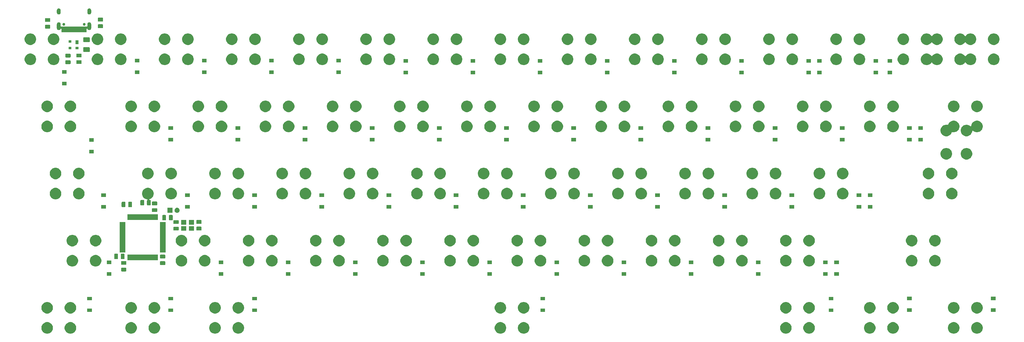
<source format=gbr>
G04 #@! TF.GenerationSoftware,KiCad,Pcbnew,(5.1.5)-3*
G04 #@! TF.CreationDate,2020-04-19T14:46:37-04:00*
G04 #@! TF.ProjectId,Squid60,53717569-6436-4302-9e6b-696361645f70,rev?*
G04 #@! TF.SameCoordinates,Original*
G04 #@! TF.FileFunction,Soldermask,Bot*
G04 #@! TF.FilePolarity,Negative*
%FSLAX46Y46*%
G04 Gerber Fmt 4.6, Leading zero omitted, Abs format (unit mm)*
G04 Created by KiCad (PCBNEW (5.1.5)-3) date 2020-04-19 14:46:37*
%MOMM*%
%LPD*%
G04 APERTURE LIST*
%ADD10C,0.100000*%
G04 APERTURE END LIST*
D10*
G36*
X283178661Y-107483312D02*
G01*
X283477303Y-107607014D01*
X283477305Y-107607015D01*
X283746076Y-107786602D01*
X283974648Y-108015174D01*
X284154236Y-108283947D01*
X284277938Y-108582589D01*
X284341000Y-108899624D01*
X284341000Y-109222876D01*
X284277938Y-109539911D01*
X284154236Y-109838553D01*
X284154235Y-109838555D01*
X283974648Y-110107326D01*
X283746076Y-110335898D01*
X283477305Y-110515485D01*
X283477304Y-110515486D01*
X283477303Y-110515486D01*
X283178661Y-110639188D01*
X282861626Y-110702250D01*
X282538374Y-110702250D01*
X282221339Y-110639188D01*
X281922697Y-110515486D01*
X281922696Y-110515486D01*
X281922695Y-110515485D01*
X281653924Y-110335898D01*
X281425352Y-110107326D01*
X281245765Y-109838555D01*
X281245764Y-109838553D01*
X281122062Y-109539911D01*
X281059000Y-109222876D01*
X281059000Y-108899624D01*
X281122062Y-108582589D01*
X281245764Y-108283947D01*
X281425352Y-108015174D01*
X281653924Y-107786602D01*
X281922695Y-107607015D01*
X281922697Y-107607014D01*
X282221339Y-107483312D01*
X282538374Y-107420250D01*
X282861626Y-107420250D01*
X283178661Y-107483312D01*
G37*
G36*
X276578661Y-107483312D02*
G01*
X276877303Y-107607014D01*
X276877305Y-107607015D01*
X277146076Y-107786602D01*
X277374648Y-108015174D01*
X277554236Y-108283947D01*
X277677938Y-108582589D01*
X277741000Y-108899624D01*
X277741000Y-109222876D01*
X277677938Y-109539911D01*
X277554236Y-109838553D01*
X277554235Y-109838555D01*
X277374648Y-110107326D01*
X277146076Y-110335898D01*
X276877305Y-110515485D01*
X276877304Y-110515486D01*
X276877303Y-110515486D01*
X276578661Y-110639188D01*
X276261626Y-110702250D01*
X275938374Y-110702250D01*
X275621339Y-110639188D01*
X275322697Y-110515486D01*
X275322696Y-110515486D01*
X275322695Y-110515485D01*
X275053924Y-110335898D01*
X274825352Y-110107326D01*
X274645765Y-109838555D01*
X274645764Y-109838553D01*
X274522062Y-109539911D01*
X274459000Y-109222876D01*
X274459000Y-108899624D01*
X274522062Y-108582589D01*
X274645764Y-108283947D01*
X274825352Y-108015174D01*
X275053924Y-107786602D01*
X275322695Y-107607015D01*
X275322697Y-107607014D01*
X275621339Y-107483312D01*
X275938374Y-107420250D01*
X276261626Y-107420250D01*
X276578661Y-107483312D01*
G37*
G36*
X147991161Y-107483312D02*
G01*
X148289803Y-107607014D01*
X148289805Y-107607015D01*
X148558576Y-107786602D01*
X148787148Y-108015174D01*
X148966736Y-108283947D01*
X149090438Y-108582589D01*
X149153500Y-108899624D01*
X149153500Y-109222876D01*
X149090438Y-109539911D01*
X148966736Y-109838553D01*
X148966735Y-109838555D01*
X148787148Y-110107326D01*
X148558576Y-110335898D01*
X148289805Y-110515485D01*
X148289804Y-110515486D01*
X148289803Y-110515486D01*
X147991161Y-110639188D01*
X147674126Y-110702250D01*
X147350874Y-110702250D01*
X147033839Y-110639188D01*
X146735197Y-110515486D01*
X146735196Y-110515486D01*
X146735195Y-110515485D01*
X146466424Y-110335898D01*
X146237852Y-110107326D01*
X146058265Y-109838555D01*
X146058264Y-109838553D01*
X145934562Y-109539911D01*
X145871500Y-109222876D01*
X145871500Y-108899624D01*
X145934562Y-108582589D01*
X146058264Y-108283947D01*
X146237852Y-108015174D01*
X146466424Y-107786602D01*
X146735195Y-107607015D01*
X146735197Y-107607014D01*
X147033839Y-107483312D01*
X147350874Y-107420250D01*
X147674126Y-107420250D01*
X147991161Y-107483312D01*
G37*
G36*
X154591161Y-107483312D02*
G01*
X154889803Y-107607014D01*
X154889805Y-107607015D01*
X155158576Y-107786602D01*
X155387148Y-108015174D01*
X155566736Y-108283947D01*
X155690438Y-108582589D01*
X155753500Y-108899624D01*
X155753500Y-109222876D01*
X155690438Y-109539911D01*
X155566736Y-109838553D01*
X155566735Y-109838555D01*
X155387148Y-110107326D01*
X155158576Y-110335898D01*
X154889805Y-110515485D01*
X154889804Y-110515486D01*
X154889803Y-110515486D01*
X154591161Y-110639188D01*
X154274126Y-110702250D01*
X153950874Y-110702250D01*
X153633839Y-110639188D01*
X153335197Y-110515486D01*
X153335196Y-110515486D01*
X153335195Y-110515485D01*
X153066424Y-110335898D01*
X152837852Y-110107326D01*
X152658265Y-109838555D01*
X152658264Y-109838553D01*
X152534562Y-109539911D01*
X152471500Y-109222876D01*
X152471500Y-108899624D01*
X152534562Y-108582589D01*
X152658264Y-108283947D01*
X152837852Y-108015174D01*
X153066424Y-107786602D01*
X153335195Y-107607015D01*
X153335197Y-107607014D01*
X153633839Y-107483312D01*
X153950874Y-107420250D01*
X154274126Y-107420250D01*
X154591161Y-107483312D01*
G37*
G36*
X19403661Y-107483312D02*
G01*
X19702303Y-107607014D01*
X19702305Y-107607015D01*
X19971076Y-107786602D01*
X20199648Y-108015174D01*
X20379236Y-108283947D01*
X20502938Y-108582589D01*
X20566000Y-108899624D01*
X20566000Y-109222876D01*
X20502938Y-109539911D01*
X20379236Y-109838553D01*
X20379235Y-109838555D01*
X20199648Y-110107326D01*
X19971076Y-110335898D01*
X19702305Y-110515485D01*
X19702304Y-110515486D01*
X19702303Y-110515486D01*
X19403661Y-110639188D01*
X19086626Y-110702250D01*
X18763374Y-110702250D01*
X18446339Y-110639188D01*
X18147697Y-110515486D01*
X18147696Y-110515486D01*
X18147695Y-110515485D01*
X17878924Y-110335898D01*
X17650352Y-110107326D01*
X17470765Y-109838555D01*
X17470764Y-109838553D01*
X17347062Y-109539911D01*
X17284000Y-109222876D01*
X17284000Y-108899624D01*
X17347062Y-108582589D01*
X17470764Y-108283947D01*
X17650352Y-108015174D01*
X17878924Y-107786602D01*
X18147695Y-107607015D01*
X18147697Y-107607014D01*
X18446339Y-107483312D01*
X18763374Y-107420250D01*
X19086626Y-107420250D01*
X19403661Y-107483312D01*
G37*
G36*
X26003661Y-107483312D02*
G01*
X26302303Y-107607014D01*
X26302305Y-107607015D01*
X26571076Y-107786602D01*
X26799648Y-108015174D01*
X26979236Y-108283947D01*
X27102938Y-108582589D01*
X27166000Y-108899624D01*
X27166000Y-109222876D01*
X27102938Y-109539911D01*
X26979236Y-109838553D01*
X26979235Y-109838555D01*
X26799648Y-110107326D01*
X26571076Y-110335898D01*
X26302305Y-110515485D01*
X26302304Y-110515486D01*
X26302303Y-110515486D01*
X26003661Y-110639188D01*
X25686626Y-110702250D01*
X25363374Y-110702250D01*
X25046339Y-110639188D01*
X24747697Y-110515486D01*
X24747696Y-110515486D01*
X24747695Y-110515485D01*
X24478924Y-110335898D01*
X24250352Y-110107326D01*
X24070765Y-109838555D01*
X24070764Y-109838553D01*
X23947062Y-109539911D01*
X23884000Y-109222876D01*
X23884000Y-108899624D01*
X23947062Y-108582589D01*
X24070764Y-108283947D01*
X24250352Y-108015174D01*
X24478924Y-107786602D01*
X24747695Y-107607015D01*
X24747697Y-107607014D01*
X25046339Y-107483312D01*
X25363374Y-107420250D01*
X25686626Y-107420250D01*
X26003661Y-107483312D01*
G37*
G36*
X43216161Y-107483312D02*
G01*
X43514803Y-107607014D01*
X43514805Y-107607015D01*
X43783576Y-107786602D01*
X44012148Y-108015174D01*
X44191736Y-108283947D01*
X44315438Y-108582589D01*
X44378500Y-108899624D01*
X44378500Y-109222876D01*
X44315438Y-109539911D01*
X44191736Y-109838553D01*
X44191735Y-109838555D01*
X44012148Y-110107326D01*
X43783576Y-110335898D01*
X43514805Y-110515485D01*
X43514804Y-110515486D01*
X43514803Y-110515486D01*
X43216161Y-110639188D01*
X42899126Y-110702250D01*
X42575874Y-110702250D01*
X42258839Y-110639188D01*
X41960197Y-110515486D01*
X41960196Y-110515486D01*
X41960195Y-110515485D01*
X41691424Y-110335898D01*
X41462852Y-110107326D01*
X41283265Y-109838555D01*
X41283264Y-109838553D01*
X41159562Y-109539911D01*
X41096500Y-109222876D01*
X41096500Y-108899624D01*
X41159562Y-108582589D01*
X41283264Y-108283947D01*
X41462852Y-108015174D01*
X41691424Y-107786602D01*
X41960195Y-107607015D01*
X41960197Y-107607014D01*
X42258839Y-107483312D01*
X42575874Y-107420250D01*
X42899126Y-107420250D01*
X43216161Y-107483312D01*
G37*
G36*
X49816161Y-107483312D02*
G01*
X50114803Y-107607014D01*
X50114805Y-107607015D01*
X50383576Y-107786602D01*
X50612148Y-108015174D01*
X50791736Y-108283947D01*
X50915438Y-108582589D01*
X50978500Y-108899624D01*
X50978500Y-109222876D01*
X50915438Y-109539911D01*
X50791736Y-109838553D01*
X50791735Y-109838555D01*
X50612148Y-110107326D01*
X50383576Y-110335898D01*
X50114805Y-110515485D01*
X50114804Y-110515486D01*
X50114803Y-110515486D01*
X49816161Y-110639188D01*
X49499126Y-110702250D01*
X49175874Y-110702250D01*
X48858839Y-110639188D01*
X48560197Y-110515486D01*
X48560196Y-110515486D01*
X48560195Y-110515485D01*
X48291424Y-110335898D01*
X48062852Y-110107326D01*
X47883265Y-109838555D01*
X47883264Y-109838553D01*
X47759562Y-109539911D01*
X47696500Y-109222876D01*
X47696500Y-108899624D01*
X47759562Y-108582589D01*
X47883264Y-108283947D01*
X48062852Y-108015174D01*
X48291424Y-107786602D01*
X48560195Y-107607015D01*
X48560197Y-107607014D01*
X48858839Y-107483312D01*
X49175874Y-107420250D01*
X49499126Y-107420250D01*
X49816161Y-107483312D01*
G37*
G36*
X73628661Y-107483312D02*
G01*
X73927303Y-107607014D01*
X73927305Y-107607015D01*
X74196076Y-107786602D01*
X74424648Y-108015174D01*
X74604236Y-108283947D01*
X74727938Y-108582589D01*
X74791000Y-108899624D01*
X74791000Y-109222876D01*
X74727938Y-109539911D01*
X74604236Y-109838553D01*
X74604235Y-109838555D01*
X74424648Y-110107326D01*
X74196076Y-110335898D01*
X73927305Y-110515485D01*
X73927304Y-110515486D01*
X73927303Y-110515486D01*
X73628661Y-110639188D01*
X73311626Y-110702250D01*
X72988374Y-110702250D01*
X72671339Y-110639188D01*
X72372697Y-110515486D01*
X72372696Y-110515486D01*
X72372695Y-110515485D01*
X72103924Y-110335898D01*
X71875352Y-110107326D01*
X71695765Y-109838555D01*
X71695764Y-109838553D01*
X71572062Y-109539911D01*
X71509000Y-109222876D01*
X71509000Y-108899624D01*
X71572062Y-108582589D01*
X71695764Y-108283947D01*
X71875352Y-108015174D01*
X72103924Y-107786602D01*
X72372695Y-107607015D01*
X72372697Y-107607014D01*
X72671339Y-107483312D01*
X72988374Y-107420250D01*
X73311626Y-107420250D01*
X73628661Y-107483312D01*
G37*
G36*
X228953661Y-107483312D02*
G01*
X229252303Y-107607014D01*
X229252305Y-107607015D01*
X229521076Y-107786602D01*
X229749648Y-108015174D01*
X229929236Y-108283947D01*
X230052938Y-108582589D01*
X230116000Y-108899624D01*
X230116000Y-109222876D01*
X230052938Y-109539911D01*
X229929236Y-109838553D01*
X229929235Y-109838555D01*
X229749648Y-110107326D01*
X229521076Y-110335898D01*
X229252305Y-110515485D01*
X229252304Y-110515486D01*
X229252303Y-110515486D01*
X228953661Y-110639188D01*
X228636626Y-110702250D01*
X228313374Y-110702250D01*
X227996339Y-110639188D01*
X227697697Y-110515486D01*
X227697696Y-110515486D01*
X227697695Y-110515485D01*
X227428924Y-110335898D01*
X227200352Y-110107326D01*
X227020765Y-109838555D01*
X227020764Y-109838553D01*
X226897062Y-109539911D01*
X226834000Y-109222876D01*
X226834000Y-108899624D01*
X226897062Y-108582589D01*
X227020764Y-108283947D01*
X227200352Y-108015174D01*
X227428924Y-107786602D01*
X227697695Y-107607015D01*
X227697697Y-107607014D01*
X227996339Y-107483312D01*
X228313374Y-107420250D01*
X228636626Y-107420250D01*
X228953661Y-107483312D01*
G37*
G36*
X235553661Y-107483312D02*
G01*
X235852303Y-107607014D01*
X235852305Y-107607015D01*
X236121076Y-107786602D01*
X236349648Y-108015174D01*
X236529236Y-108283947D01*
X236652938Y-108582589D01*
X236716000Y-108899624D01*
X236716000Y-109222876D01*
X236652938Y-109539911D01*
X236529236Y-109838553D01*
X236529235Y-109838555D01*
X236349648Y-110107326D01*
X236121076Y-110335898D01*
X235852305Y-110515485D01*
X235852304Y-110515486D01*
X235852303Y-110515486D01*
X235553661Y-110639188D01*
X235236626Y-110702250D01*
X234913374Y-110702250D01*
X234596339Y-110639188D01*
X234297697Y-110515486D01*
X234297696Y-110515486D01*
X234297695Y-110515485D01*
X234028924Y-110335898D01*
X233800352Y-110107326D01*
X233620765Y-109838555D01*
X233620764Y-109838553D01*
X233497062Y-109539911D01*
X233434000Y-109222876D01*
X233434000Y-108899624D01*
X233497062Y-108582589D01*
X233620764Y-108283947D01*
X233800352Y-108015174D01*
X234028924Y-107786602D01*
X234297695Y-107607015D01*
X234297697Y-107607014D01*
X234596339Y-107483312D01*
X234913374Y-107420250D01*
X235236626Y-107420250D01*
X235553661Y-107483312D01*
G37*
G36*
X252766161Y-107483312D02*
G01*
X253064803Y-107607014D01*
X253064805Y-107607015D01*
X253333576Y-107786602D01*
X253562148Y-108015174D01*
X253741736Y-108283947D01*
X253865438Y-108582589D01*
X253928500Y-108899624D01*
X253928500Y-109222876D01*
X253865438Y-109539911D01*
X253741736Y-109838553D01*
X253741735Y-109838555D01*
X253562148Y-110107326D01*
X253333576Y-110335898D01*
X253064805Y-110515485D01*
X253064804Y-110515486D01*
X253064803Y-110515486D01*
X252766161Y-110639188D01*
X252449126Y-110702250D01*
X252125874Y-110702250D01*
X251808839Y-110639188D01*
X251510197Y-110515486D01*
X251510196Y-110515486D01*
X251510195Y-110515485D01*
X251241424Y-110335898D01*
X251012852Y-110107326D01*
X250833265Y-109838555D01*
X250833264Y-109838553D01*
X250709562Y-109539911D01*
X250646500Y-109222876D01*
X250646500Y-108899624D01*
X250709562Y-108582589D01*
X250833264Y-108283947D01*
X251012852Y-108015174D01*
X251241424Y-107786602D01*
X251510195Y-107607015D01*
X251510197Y-107607014D01*
X251808839Y-107483312D01*
X252125874Y-107420250D01*
X252449126Y-107420250D01*
X252766161Y-107483312D01*
G37*
G36*
X259366161Y-107483312D02*
G01*
X259664803Y-107607014D01*
X259664805Y-107607015D01*
X259933576Y-107786602D01*
X260162148Y-108015174D01*
X260341736Y-108283947D01*
X260465438Y-108582589D01*
X260528500Y-108899624D01*
X260528500Y-109222876D01*
X260465438Y-109539911D01*
X260341736Y-109838553D01*
X260341735Y-109838555D01*
X260162148Y-110107326D01*
X259933576Y-110335898D01*
X259664805Y-110515485D01*
X259664804Y-110515486D01*
X259664803Y-110515486D01*
X259366161Y-110639188D01*
X259049126Y-110702250D01*
X258725874Y-110702250D01*
X258408839Y-110639188D01*
X258110197Y-110515486D01*
X258110196Y-110515486D01*
X258110195Y-110515485D01*
X257841424Y-110335898D01*
X257612852Y-110107326D01*
X257433265Y-109838555D01*
X257433264Y-109838553D01*
X257309562Y-109539911D01*
X257246500Y-109222876D01*
X257246500Y-108899624D01*
X257309562Y-108582589D01*
X257433264Y-108283947D01*
X257612852Y-108015174D01*
X257841424Y-107786602D01*
X258110195Y-107607015D01*
X258110197Y-107607014D01*
X258408839Y-107483312D01*
X258725874Y-107420250D01*
X259049126Y-107420250D01*
X259366161Y-107483312D01*
G37*
G36*
X67028661Y-107483312D02*
G01*
X67327303Y-107607014D01*
X67327305Y-107607015D01*
X67596076Y-107786602D01*
X67824648Y-108015174D01*
X68004236Y-108283947D01*
X68127938Y-108582589D01*
X68191000Y-108899624D01*
X68191000Y-109222876D01*
X68127938Y-109539911D01*
X68004236Y-109838553D01*
X68004235Y-109838555D01*
X67824648Y-110107326D01*
X67596076Y-110335898D01*
X67327305Y-110515485D01*
X67327304Y-110515486D01*
X67327303Y-110515486D01*
X67028661Y-110639188D01*
X66711626Y-110702250D01*
X66388374Y-110702250D01*
X66071339Y-110639188D01*
X65772697Y-110515486D01*
X65772696Y-110515486D01*
X65772695Y-110515485D01*
X65503924Y-110335898D01*
X65275352Y-110107326D01*
X65095765Y-109838555D01*
X65095764Y-109838553D01*
X64972062Y-109539911D01*
X64909000Y-109222876D01*
X64909000Y-108899624D01*
X64972062Y-108582589D01*
X65095764Y-108283947D01*
X65275352Y-108015174D01*
X65503924Y-107786602D01*
X65772695Y-107607015D01*
X65772697Y-107607014D01*
X66071339Y-107483312D01*
X66388374Y-107420250D01*
X66711626Y-107420250D01*
X67028661Y-107483312D01*
G37*
G36*
X26003661Y-101763312D02*
G01*
X26302303Y-101887014D01*
X26302305Y-101887015D01*
X26571076Y-102066602D01*
X26799648Y-102295174D01*
X26979236Y-102563947D01*
X27102938Y-102862589D01*
X27166000Y-103179624D01*
X27166000Y-103502876D01*
X27102938Y-103819911D01*
X26979236Y-104118553D01*
X26979235Y-104118555D01*
X26799648Y-104387326D01*
X26571076Y-104615898D01*
X26302305Y-104795485D01*
X26302304Y-104795486D01*
X26302303Y-104795486D01*
X26003661Y-104919188D01*
X25686626Y-104982250D01*
X25363374Y-104982250D01*
X25046339Y-104919188D01*
X24747697Y-104795486D01*
X24747696Y-104795486D01*
X24747695Y-104795485D01*
X24478924Y-104615898D01*
X24250352Y-104387326D01*
X24070765Y-104118555D01*
X24070764Y-104118553D01*
X23947062Y-103819911D01*
X23884000Y-103502876D01*
X23884000Y-103179624D01*
X23947062Y-102862589D01*
X24070764Y-102563947D01*
X24250352Y-102295174D01*
X24478924Y-102066602D01*
X24747695Y-101887015D01*
X24747697Y-101887014D01*
X25046339Y-101763312D01*
X25363374Y-101700250D01*
X25686626Y-101700250D01*
X26003661Y-101763312D01*
G37*
G36*
X67028661Y-101763312D02*
G01*
X67327303Y-101887014D01*
X67327305Y-101887015D01*
X67596076Y-102066602D01*
X67824648Y-102295174D01*
X68004236Y-102563947D01*
X68127938Y-102862589D01*
X68191000Y-103179624D01*
X68191000Y-103502876D01*
X68127938Y-103819911D01*
X68004236Y-104118553D01*
X68004235Y-104118555D01*
X67824648Y-104387326D01*
X67596076Y-104615898D01*
X67327305Y-104795485D01*
X67327304Y-104795486D01*
X67327303Y-104795486D01*
X67028661Y-104919188D01*
X66711626Y-104982250D01*
X66388374Y-104982250D01*
X66071339Y-104919188D01*
X65772697Y-104795486D01*
X65772696Y-104795486D01*
X65772695Y-104795485D01*
X65503924Y-104615898D01*
X65275352Y-104387326D01*
X65095765Y-104118555D01*
X65095764Y-104118553D01*
X64972062Y-103819911D01*
X64909000Y-103502876D01*
X64909000Y-103179624D01*
X64972062Y-102862589D01*
X65095764Y-102563947D01*
X65275352Y-102295174D01*
X65503924Y-102066602D01*
X65772695Y-101887015D01*
X65772697Y-101887014D01*
X66071339Y-101763312D01*
X66388374Y-101700250D01*
X66711626Y-101700250D01*
X67028661Y-101763312D01*
G37*
G36*
X49816161Y-101763312D02*
G01*
X50114803Y-101887014D01*
X50114805Y-101887015D01*
X50383576Y-102066602D01*
X50612148Y-102295174D01*
X50791736Y-102563947D01*
X50915438Y-102862589D01*
X50978500Y-103179624D01*
X50978500Y-103502876D01*
X50915438Y-103819911D01*
X50791736Y-104118553D01*
X50791735Y-104118555D01*
X50612148Y-104387326D01*
X50383576Y-104615898D01*
X50114805Y-104795485D01*
X50114804Y-104795486D01*
X50114803Y-104795486D01*
X49816161Y-104919188D01*
X49499126Y-104982250D01*
X49175874Y-104982250D01*
X48858839Y-104919188D01*
X48560197Y-104795486D01*
X48560196Y-104795486D01*
X48560195Y-104795485D01*
X48291424Y-104615898D01*
X48062852Y-104387326D01*
X47883265Y-104118555D01*
X47883264Y-104118553D01*
X47759562Y-103819911D01*
X47696500Y-103502876D01*
X47696500Y-103179624D01*
X47759562Y-102862589D01*
X47883264Y-102563947D01*
X48062852Y-102295174D01*
X48291424Y-102066602D01*
X48560195Y-101887015D01*
X48560197Y-101887014D01*
X48858839Y-101763312D01*
X49175874Y-101700250D01*
X49499126Y-101700250D01*
X49816161Y-101763312D01*
G37*
G36*
X73628661Y-101763312D02*
G01*
X73927303Y-101887014D01*
X73927305Y-101887015D01*
X74196076Y-102066602D01*
X74424648Y-102295174D01*
X74604236Y-102563947D01*
X74727938Y-102862589D01*
X74791000Y-103179624D01*
X74791000Y-103502876D01*
X74727938Y-103819911D01*
X74604236Y-104118553D01*
X74604235Y-104118555D01*
X74424648Y-104387326D01*
X74196076Y-104615898D01*
X73927305Y-104795485D01*
X73927304Y-104795486D01*
X73927303Y-104795486D01*
X73628661Y-104919188D01*
X73311626Y-104982250D01*
X72988374Y-104982250D01*
X72671339Y-104919188D01*
X72372697Y-104795486D01*
X72372696Y-104795486D01*
X72372695Y-104795485D01*
X72103924Y-104615898D01*
X71875352Y-104387326D01*
X71695765Y-104118555D01*
X71695764Y-104118553D01*
X71572062Y-103819911D01*
X71509000Y-103502876D01*
X71509000Y-103179624D01*
X71572062Y-102862589D01*
X71695764Y-102563947D01*
X71875352Y-102295174D01*
X72103924Y-102066602D01*
X72372695Y-101887015D01*
X72372697Y-101887014D01*
X72671339Y-101763312D01*
X72988374Y-101700250D01*
X73311626Y-101700250D01*
X73628661Y-101763312D01*
G37*
G36*
X228953661Y-101763312D02*
G01*
X229252303Y-101887014D01*
X229252305Y-101887015D01*
X229521076Y-102066602D01*
X229749648Y-102295174D01*
X229929236Y-102563947D01*
X230052938Y-102862589D01*
X230116000Y-103179624D01*
X230116000Y-103502876D01*
X230052938Y-103819911D01*
X229929236Y-104118553D01*
X229929235Y-104118555D01*
X229749648Y-104387326D01*
X229521076Y-104615898D01*
X229252305Y-104795485D01*
X229252304Y-104795486D01*
X229252303Y-104795486D01*
X228953661Y-104919188D01*
X228636626Y-104982250D01*
X228313374Y-104982250D01*
X227996339Y-104919188D01*
X227697697Y-104795486D01*
X227697696Y-104795486D01*
X227697695Y-104795485D01*
X227428924Y-104615898D01*
X227200352Y-104387326D01*
X227020765Y-104118555D01*
X227020764Y-104118553D01*
X226897062Y-103819911D01*
X226834000Y-103502876D01*
X226834000Y-103179624D01*
X226897062Y-102862589D01*
X227020764Y-102563947D01*
X227200352Y-102295174D01*
X227428924Y-102066602D01*
X227697695Y-101887015D01*
X227697697Y-101887014D01*
X227996339Y-101763312D01*
X228313374Y-101700250D01*
X228636626Y-101700250D01*
X228953661Y-101763312D01*
G37*
G36*
X43216161Y-101763312D02*
G01*
X43514803Y-101887014D01*
X43514805Y-101887015D01*
X43783576Y-102066602D01*
X44012148Y-102295174D01*
X44191736Y-102563947D01*
X44315438Y-102862589D01*
X44378500Y-103179624D01*
X44378500Y-103502876D01*
X44315438Y-103819911D01*
X44191736Y-104118553D01*
X44191735Y-104118555D01*
X44012148Y-104387326D01*
X43783576Y-104615898D01*
X43514805Y-104795485D01*
X43514804Y-104795486D01*
X43514803Y-104795486D01*
X43216161Y-104919188D01*
X42899126Y-104982250D01*
X42575874Y-104982250D01*
X42258839Y-104919188D01*
X41960197Y-104795486D01*
X41960196Y-104795486D01*
X41960195Y-104795485D01*
X41691424Y-104615898D01*
X41462852Y-104387326D01*
X41283265Y-104118555D01*
X41283264Y-104118553D01*
X41159562Y-103819911D01*
X41096500Y-103502876D01*
X41096500Y-103179624D01*
X41159562Y-102862589D01*
X41283264Y-102563947D01*
X41462852Y-102295174D01*
X41691424Y-102066602D01*
X41960195Y-101887015D01*
X41960197Y-101887014D01*
X42258839Y-101763312D01*
X42575874Y-101700250D01*
X42899126Y-101700250D01*
X43216161Y-101763312D01*
G37*
G36*
X235553661Y-101763312D02*
G01*
X235852303Y-101887014D01*
X235852305Y-101887015D01*
X236121076Y-102066602D01*
X236349648Y-102295174D01*
X236529236Y-102563947D01*
X236652938Y-102862589D01*
X236716000Y-103179624D01*
X236716000Y-103502876D01*
X236652938Y-103819911D01*
X236529236Y-104118553D01*
X236529235Y-104118555D01*
X236349648Y-104387326D01*
X236121076Y-104615898D01*
X235852305Y-104795485D01*
X235852304Y-104795486D01*
X235852303Y-104795486D01*
X235553661Y-104919188D01*
X235236626Y-104982250D01*
X234913374Y-104982250D01*
X234596339Y-104919188D01*
X234297697Y-104795486D01*
X234297696Y-104795486D01*
X234297695Y-104795485D01*
X234028924Y-104615898D01*
X233800352Y-104387326D01*
X233620765Y-104118555D01*
X233620764Y-104118553D01*
X233497062Y-103819911D01*
X233434000Y-103502876D01*
X233434000Y-103179624D01*
X233497062Y-102862589D01*
X233620764Y-102563947D01*
X233800352Y-102295174D01*
X234028924Y-102066602D01*
X234297695Y-101887015D01*
X234297697Y-101887014D01*
X234596339Y-101763312D01*
X234913374Y-101700250D01*
X235236626Y-101700250D01*
X235553661Y-101763312D01*
G37*
G36*
X259366161Y-101763312D02*
G01*
X259664803Y-101887014D01*
X259664805Y-101887015D01*
X259933576Y-102066602D01*
X260162148Y-102295174D01*
X260341736Y-102563947D01*
X260465438Y-102862589D01*
X260528500Y-103179624D01*
X260528500Y-103502876D01*
X260465438Y-103819911D01*
X260341736Y-104118553D01*
X260341735Y-104118555D01*
X260162148Y-104387326D01*
X259933576Y-104615898D01*
X259664805Y-104795485D01*
X259664804Y-104795486D01*
X259664803Y-104795486D01*
X259366161Y-104919188D01*
X259049126Y-104982250D01*
X258725874Y-104982250D01*
X258408839Y-104919188D01*
X258110197Y-104795486D01*
X258110196Y-104795486D01*
X258110195Y-104795485D01*
X257841424Y-104615898D01*
X257612852Y-104387326D01*
X257433265Y-104118555D01*
X257433264Y-104118553D01*
X257309562Y-103819911D01*
X257246500Y-103502876D01*
X257246500Y-103179624D01*
X257309562Y-102862589D01*
X257433264Y-102563947D01*
X257612852Y-102295174D01*
X257841424Y-102066602D01*
X258110195Y-101887015D01*
X258110197Y-101887014D01*
X258408839Y-101763312D01*
X258725874Y-101700250D01*
X259049126Y-101700250D01*
X259366161Y-101763312D01*
G37*
G36*
X276578661Y-101763312D02*
G01*
X276877303Y-101887014D01*
X276877305Y-101887015D01*
X277146076Y-102066602D01*
X277374648Y-102295174D01*
X277554236Y-102563947D01*
X277677938Y-102862589D01*
X277741000Y-103179624D01*
X277741000Y-103502876D01*
X277677938Y-103819911D01*
X277554236Y-104118553D01*
X277554235Y-104118555D01*
X277374648Y-104387326D01*
X277146076Y-104615898D01*
X276877305Y-104795485D01*
X276877304Y-104795486D01*
X276877303Y-104795486D01*
X276578661Y-104919188D01*
X276261626Y-104982250D01*
X275938374Y-104982250D01*
X275621339Y-104919188D01*
X275322697Y-104795486D01*
X275322696Y-104795486D01*
X275322695Y-104795485D01*
X275053924Y-104615898D01*
X274825352Y-104387326D01*
X274645765Y-104118555D01*
X274645764Y-104118553D01*
X274522062Y-103819911D01*
X274459000Y-103502876D01*
X274459000Y-103179624D01*
X274522062Y-102862589D01*
X274645764Y-102563947D01*
X274825352Y-102295174D01*
X275053924Y-102066602D01*
X275322695Y-101887015D01*
X275322697Y-101887014D01*
X275621339Y-101763312D01*
X275938374Y-101700250D01*
X276261626Y-101700250D01*
X276578661Y-101763312D01*
G37*
G36*
X19403661Y-101763312D02*
G01*
X19702303Y-101887014D01*
X19702305Y-101887015D01*
X19971076Y-102066602D01*
X20199648Y-102295174D01*
X20379236Y-102563947D01*
X20502938Y-102862589D01*
X20566000Y-103179624D01*
X20566000Y-103502876D01*
X20502938Y-103819911D01*
X20379236Y-104118553D01*
X20379235Y-104118555D01*
X20199648Y-104387326D01*
X19971076Y-104615898D01*
X19702305Y-104795485D01*
X19702304Y-104795486D01*
X19702303Y-104795486D01*
X19403661Y-104919188D01*
X19086626Y-104982250D01*
X18763374Y-104982250D01*
X18446339Y-104919188D01*
X18147697Y-104795486D01*
X18147696Y-104795486D01*
X18147695Y-104795485D01*
X17878924Y-104615898D01*
X17650352Y-104387326D01*
X17470765Y-104118555D01*
X17470764Y-104118553D01*
X17347062Y-103819911D01*
X17284000Y-103502876D01*
X17284000Y-103179624D01*
X17347062Y-102862589D01*
X17470764Y-102563947D01*
X17650352Y-102295174D01*
X17878924Y-102066602D01*
X18147695Y-101887015D01*
X18147697Y-101887014D01*
X18446339Y-101763312D01*
X18763374Y-101700250D01*
X19086626Y-101700250D01*
X19403661Y-101763312D01*
G37*
G36*
X283178661Y-101763312D02*
G01*
X283477303Y-101887014D01*
X283477305Y-101887015D01*
X283746076Y-102066602D01*
X283974648Y-102295174D01*
X284154236Y-102563947D01*
X284277938Y-102862589D01*
X284341000Y-103179624D01*
X284341000Y-103502876D01*
X284277938Y-103819911D01*
X284154236Y-104118553D01*
X284154235Y-104118555D01*
X283974648Y-104387326D01*
X283746076Y-104615898D01*
X283477305Y-104795485D01*
X283477304Y-104795486D01*
X283477303Y-104795486D01*
X283178661Y-104919188D01*
X282861626Y-104982250D01*
X282538374Y-104982250D01*
X282221339Y-104919188D01*
X281922697Y-104795486D01*
X281922696Y-104795486D01*
X281922695Y-104795485D01*
X281653924Y-104615898D01*
X281425352Y-104387326D01*
X281245765Y-104118555D01*
X281245764Y-104118553D01*
X281122062Y-103819911D01*
X281059000Y-103502876D01*
X281059000Y-103179624D01*
X281122062Y-102862589D01*
X281245764Y-102563947D01*
X281425352Y-102295174D01*
X281653924Y-102066602D01*
X281922695Y-101887015D01*
X281922697Y-101887014D01*
X282221339Y-101763312D01*
X282538374Y-101700250D01*
X282861626Y-101700250D01*
X283178661Y-101763312D01*
G37*
G36*
X154591161Y-101763312D02*
G01*
X154889803Y-101887014D01*
X154889805Y-101887015D01*
X155158576Y-102066602D01*
X155387148Y-102295174D01*
X155566736Y-102563947D01*
X155690438Y-102862589D01*
X155753500Y-103179624D01*
X155753500Y-103502876D01*
X155690438Y-103819911D01*
X155566736Y-104118553D01*
X155566735Y-104118555D01*
X155387148Y-104387326D01*
X155158576Y-104615898D01*
X154889805Y-104795485D01*
X154889804Y-104795486D01*
X154889803Y-104795486D01*
X154591161Y-104919188D01*
X154274126Y-104982250D01*
X153950874Y-104982250D01*
X153633839Y-104919188D01*
X153335197Y-104795486D01*
X153335196Y-104795486D01*
X153335195Y-104795485D01*
X153066424Y-104615898D01*
X152837852Y-104387326D01*
X152658265Y-104118555D01*
X152658264Y-104118553D01*
X152534562Y-103819911D01*
X152471500Y-103502876D01*
X152471500Y-103179624D01*
X152534562Y-102862589D01*
X152658264Y-102563947D01*
X152837852Y-102295174D01*
X153066424Y-102066602D01*
X153335195Y-101887015D01*
X153335197Y-101887014D01*
X153633839Y-101763312D01*
X153950874Y-101700250D01*
X154274126Y-101700250D01*
X154591161Y-101763312D01*
G37*
G36*
X147991161Y-101763312D02*
G01*
X148289803Y-101887014D01*
X148289805Y-101887015D01*
X148558576Y-102066602D01*
X148787148Y-102295174D01*
X148966736Y-102563947D01*
X149090438Y-102862589D01*
X149153500Y-103179624D01*
X149153500Y-103502876D01*
X149090438Y-103819911D01*
X148966736Y-104118553D01*
X148966735Y-104118555D01*
X148787148Y-104387326D01*
X148558576Y-104615898D01*
X148289805Y-104795485D01*
X148289804Y-104795486D01*
X148289803Y-104795486D01*
X147991161Y-104919188D01*
X147674126Y-104982250D01*
X147350874Y-104982250D01*
X147033839Y-104919188D01*
X146735197Y-104795486D01*
X146735196Y-104795486D01*
X146735195Y-104795485D01*
X146466424Y-104615898D01*
X146237852Y-104387326D01*
X146058265Y-104118555D01*
X146058264Y-104118553D01*
X145934562Y-103819911D01*
X145871500Y-103502876D01*
X145871500Y-103179624D01*
X145934562Y-102862589D01*
X146058264Y-102563947D01*
X146237852Y-102295174D01*
X146466424Y-102066602D01*
X146735195Y-101887015D01*
X146735197Y-101887014D01*
X147033839Y-101763312D01*
X147350874Y-101700250D01*
X147674126Y-101700250D01*
X147991161Y-101763312D01*
G37*
G36*
X252766161Y-101763312D02*
G01*
X253064803Y-101887014D01*
X253064805Y-101887015D01*
X253333576Y-102066602D01*
X253562148Y-102295174D01*
X253741736Y-102563947D01*
X253865438Y-102862589D01*
X253928500Y-103179624D01*
X253928500Y-103502876D01*
X253865438Y-103819911D01*
X253741736Y-104118553D01*
X253741735Y-104118555D01*
X253562148Y-104387326D01*
X253333576Y-104615898D01*
X253064805Y-104795485D01*
X253064804Y-104795486D01*
X253064803Y-104795486D01*
X252766161Y-104919188D01*
X252449126Y-104982250D01*
X252125874Y-104982250D01*
X251808839Y-104919188D01*
X251510197Y-104795486D01*
X251510196Y-104795486D01*
X251510195Y-104795485D01*
X251241424Y-104615898D01*
X251012852Y-104387326D01*
X250833265Y-104118555D01*
X250833264Y-104118553D01*
X250709562Y-103819911D01*
X250646500Y-103502876D01*
X250646500Y-103179624D01*
X250709562Y-102862589D01*
X250833264Y-102563947D01*
X251012852Y-102295174D01*
X251241424Y-102066602D01*
X251510195Y-101887015D01*
X251510197Y-101887014D01*
X251808839Y-101763312D01*
X252125874Y-101700250D01*
X252449126Y-101700250D01*
X252766161Y-101763312D01*
G37*
G36*
X241951000Y-104544750D02*
G01*
X240649000Y-104544750D01*
X240649000Y-103542750D01*
X241951000Y-103542750D01*
X241951000Y-104544750D01*
G37*
G36*
X160194750Y-104544750D02*
G01*
X158892750Y-104544750D01*
X158892750Y-103542750D01*
X160194750Y-103542750D01*
X160194750Y-104544750D01*
G37*
G36*
X78438500Y-104544750D02*
G01*
X77136500Y-104544750D01*
X77136500Y-103542750D01*
X78438500Y-103542750D01*
X78438500Y-104544750D01*
G37*
G36*
X54626000Y-104544750D02*
G01*
X53324000Y-104544750D01*
X53324000Y-103542750D01*
X54626000Y-103542750D01*
X54626000Y-104544750D01*
G37*
G36*
X31607250Y-104544750D02*
G01*
X30305250Y-104544750D01*
X30305250Y-103542750D01*
X31607250Y-103542750D01*
X31607250Y-104544750D01*
G37*
G36*
X264176000Y-104482250D02*
G01*
X262874000Y-104482250D01*
X262874000Y-103480250D01*
X264176000Y-103480250D01*
X264176000Y-104482250D01*
G37*
G36*
X287988500Y-104482250D02*
G01*
X286686500Y-104482250D01*
X286686500Y-103480250D01*
X287988500Y-103480250D01*
X287988500Y-104482250D01*
G37*
G36*
X241951000Y-101244750D02*
G01*
X240649000Y-101244750D01*
X240649000Y-100242750D01*
X241951000Y-100242750D01*
X241951000Y-101244750D01*
G37*
G36*
X31607250Y-101244750D02*
G01*
X30305250Y-101244750D01*
X30305250Y-100242750D01*
X31607250Y-100242750D01*
X31607250Y-101244750D01*
G37*
G36*
X54626000Y-101244750D02*
G01*
X53324000Y-101244750D01*
X53324000Y-100242750D01*
X54626000Y-100242750D01*
X54626000Y-101244750D01*
G37*
G36*
X160194750Y-101244750D02*
G01*
X158892750Y-101244750D01*
X158892750Y-100242750D01*
X160194750Y-100242750D01*
X160194750Y-101244750D01*
G37*
G36*
X78438500Y-101244750D02*
G01*
X77136500Y-101244750D01*
X77136500Y-100242750D01*
X78438500Y-100242750D01*
X78438500Y-101244750D01*
G37*
G36*
X264176000Y-101182250D02*
G01*
X262874000Y-101182250D01*
X262874000Y-100180250D01*
X264176000Y-100180250D01*
X264176000Y-101182250D01*
G37*
G36*
X287988500Y-101182250D02*
G01*
X286686500Y-101182250D01*
X286686500Y-100180250D01*
X287988500Y-100180250D01*
X287988500Y-101182250D01*
G37*
G36*
X37163500Y-94226000D02*
G01*
X35861500Y-94226000D01*
X35861500Y-93224000D01*
X37163500Y-93224000D01*
X37163500Y-94226000D01*
G37*
G36*
X107013500Y-94226000D02*
G01*
X105711500Y-94226000D01*
X105711500Y-93224000D01*
X107013500Y-93224000D01*
X107013500Y-94226000D01*
G37*
G36*
X87963500Y-94226000D02*
G01*
X86661500Y-94226000D01*
X86661500Y-93224000D01*
X87963500Y-93224000D01*
X87963500Y-94226000D01*
G37*
G36*
X68913500Y-94226000D02*
G01*
X67611500Y-94226000D01*
X67611500Y-93224000D01*
X68913500Y-93224000D01*
X68913500Y-94226000D01*
G37*
G36*
X164163500Y-94226000D02*
G01*
X162861500Y-94226000D01*
X162861500Y-93224000D01*
X164163500Y-93224000D01*
X164163500Y-94226000D01*
G37*
G36*
X183213500Y-94226000D02*
G01*
X181911500Y-94226000D01*
X181911500Y-93224000D01*
X183213500Y-93224000D01*
X183213500Y-94226000D01*
G37*
G36*
X221313500Y-94226000D02*
G01*
X220011500Y-94226000D01*
X220011500Y-93224000D01*
X221313500Y-93224000D01*
X221313500Y-94226000D01*
G37*
G36*
X240363500Y-94226000D02*
G01*
X239061500Y-94226000D01*
X239061500Y-93224000D01*
X240363500Y-93224000D01*
X240363500Y-94226000D01*
G37*
G36*
X243538500Y-94226000D02*
G01*
X242236500Y-94226000D01*
X242236500Y-93224000D01*
X243538500Y-93224000D01*
X243538500Y-94226000D01*
G37*
G36*
X126063500Y-94226000D02*
G01*
X124761500Y-94226000D01*
X124761500Y-93224000D01*
X126063500Y-93224000D01*
X126063500Y-94226000D01*
G37*
G36*
X145113500Y-94226000D02*
G01*
X143811500Y-94226000D01*
X143811500Y-93224000D01*
X145113500Y-93224000D01*
X145113500Y-94226000D01*
G37*
G36*
X202263500Y-94226000D02*
G01*
X200961500Y-94226000D01*
X200961500Y-93224000D01*
X202263500Y-93224000D01*
X202263500Y-94226000D01*
G37*
G36*
X41224468Y-91970565D02*
G01*
X41263138Y-91982296D01*
X41298777Y-92001346D01*
X41330017Y-92026983D01*
X41355654Y-92058223D01*
X41374704Y-92093862D01*
X41386435Y-92132532D01*
X41391000Y-92178888D01*
X41391000Y-92830112D01*
X41386435Y-92876468D01*
X41374704Y-92915138D01*
X41355654Y-92950777D01*
X41330017Y-92982017D01*
X41298777Y-93007654D01*
X41263138Y-93026704D01*
X41224468Y-93038435D01*
X41178112Y-93043000D01*
X40101888Y-93043000D01*
X40055532Y-93038435D01*
X40016862Y-93026704D01*
X39981223Y-93007654D01*
X39949983Y-92982017D01*
X39924346Y-92950777D01*
X39905296Y-92915138D01*
X39893565Y-92876468D01*
X39889000Y-92830112D01*
X39889000Y-92178888D01*
X39893565Y-92132532D01*
X39905296Y-92093862D01*
X39924346Y-92058223D01*
X39949983Y-92026983D01*
X39981223Y-92001346D01*
X40016862Y-91982296D01*
X40055532Y-91970565D01*
X40101888Y-91966000D01*
X41178112Y-91966000D01*
X41224468Y-91970565D01*
G37*
G36*
X102203661Y-88433312D02*
G01*
X102502303Y-88557014D01*
X102502305Y-88557015D01*
X102771076Y-88736602D01*
X102999648Y-88965174D01*
X103171145Y-89221837D01*
X103179236Y-89233947D01*
X103302938Y-89532589D01*
X103366000Y-89849624D01*
X103366000Y-90172876D01*
X103302938Y-90489911D01*
X103179236Y-90788553D01*
X103179235Y-90788555D01*
X102999648Y-91057326D01*
X102771076Y-91285898D01*
X102502305Y-91465485D01*
X102502304Y-91465486D01*
X102502303Y-91465486D01*
X102203661Y-91589188D01*
X101886626Y-91652250D01*
X101563374Y-91652250D01*
X101246339Y-91589188D01*
X100947697Y-91465486D01*
X100947696Y-91465486D01*
X100947695Y-91465485D01*
X100678924Y-91285898D01*
X100450352Y-91057326D01*
X100270765Y-90788555D01*
X100270764Y-90788553D01*
X100147062Y-90489911D01*
X100084000Y-90172876D01*
X100084000Y-89849624D01*
X100147062Y-89532589D01*
X100270764Y-89233947D01*
X100278856Y-89221837D01*
X100450352Y-88965174D01*
X100678924Y-88736602D01*
X100947695Y-88557015D01*
X100947697Y-88557014D01*
X101246339Y-88433312D01*
X101563374Y-88370250D01*
X101886626Y-88370250D01*
X102203661Y-88433312D01*
G37*
G36*
X33147411Y-88433312D02*
G01*
X33446053Y-88557014D01*
X33446055Y-88557015D01*
X33714826Y-88736602D01*
X33943398Y-88965174D01*
X34114895Y-89221837D01*
X34122986Y-89233947D01*
X34246688Y-89532589D01*
X34309750Y-89849624D01*
X34309750Y-90172876D01*
X34246688Y-90489911D01*
X34122986Y-90788553D01*
X34122985Y-90788555D01*
X33943398Y-91057326D01*
X33714826Y-91285898D01*
X33446055Y-91465485D01*
X33446054Y-91465486D01*
X33446053Y-91465486D01*
X33147411Y-91589188D01*
X32830376Y-91652250D01*
X32507124Y-91652250D01*
X32190089Y-91589188D01*
X31891447Y-91465486D01*
X31891446Y-91465486D01*
X31891445Y-91465485D01*
X31622674Y-91285898D01*
X31394102Y-91057326D01*
X31214515Y-90788555D01*
X31214514Y-90788553D01*
X31090812Y-90489911D01*
X31027750Y-90172876D01*
X31027750Y-89849624D01*
X31090812Y-89532589D01*
X31214514Y-89233947D01*
X31222606Y-89221837D01*
X31394102Y-88965174D01*
X31622674Y-88736602D01*
X31891445Y-88557015D01*
X31891447Y-88557014D01*
X32190089Y-88433312D01*
X32507124Y-88370250D01*
X32830376Y-88370250D01*
X33147411Y-88433312D01*
G37*
G36*
X95603661Y-88433312D02*
G01*
X95902303Y-88557014D01*
X95902305Y-88557015D01*
X96171076Y-88736602D01*
X96399648Y-88965174D01*
X96571145Y-89221837D01*
X96579236Y-89233947D01*
X96702938Y-89532589D01*
X96766000Y-89849624D01*
X96766000Y-90172876D01*
X96702938Y-90489911D01*
X96579236Y-90788553D01*
X96579235Y-90788555D01*
X96399648Y-91057326D01*
X96171076Y-91285898D01*
X95902305Y-91465485D01*
X95902304Y-91465486D01*
X95902303Y-91465486D01*
X95603661Y-91589188D01*
X95286626Y-91652250D01*
X94963374Y-91652250D01*
X94646339Y-91589188D01*
X94347697Y-91465486D01*
X94347696Y-91465486D01*
X94347695Y-91465485D01*
X94078924Y-91285898D01*
X93850352Y-91057326D01*
X93670765Y-90788555D01*
X93670764Y-90788553D01*
X93547062Y-90489911D01*
X93484000Y-90172876D01*
X93484000Y-89849624D01*
X93547062Y-89532589D01*
X93670764Y-89233947D01*
X93678856Y-89221837D01*
X93850352Y-88965174D01*
X94078924Y-88736602D01*
X94347695Y-88557015D01*
X94347697Y-88557014D01*
X94646339Y-88433312D01*
X94963374Y-88370250D01*
X95286626Y-88370250D01*
X95603661Y-88433312D01*
G37*
G36*
X76553661Y-88433312D02*
G01*
X76852303Y-88557014D01*
X76852305Y-88557015D01*
X77121076Y-88736602D01*
X77349648Y-88965174D01*
X77521145Y-89221837D01*
X77529236Y-89233947D01*
X77652938Y-89532589D01*
X77716000Y-89849624D01*
X77716000Y-90172876D01*
X77652938Y-90489911D01*
X77529236Y-90788553D01*
X77529235Y-90788555D01*
X77349648Y-91057326D01*
X77121076Y-91285898D01*
X76852305Y-91465485D01*
X76852304Y-91465486D01*
X76852303Y-91465486D01*
X76553661Y-91589188D01*
X76236626Y-91652250D01*
X75913374Y-91652250D01*
X75596339Y-91589188D01*
X75297697Y-91465486D01*
X75297696Y-91465486D01*
X75297695Y-91465485D01*
X75028924Y-91285898D01*
X74800352Y-91057326D01*
X74620765Y-90788555D01*
X74620764Y-90788553D01*
X74497062Y-90489911D01*
X74434000Y-90172876D01*
X74434000Y-89849624D01*
X74497062Y-89532589D01*
X74620764Y-89233947D01*
X74628856Y-89221837D01*
X74800352Y-88965174D01*
X75028924Y-88736602D01*
X75297695Y-88557015D01*
X75297697Y-88557014D01*
X75596339Y-88433312D01*
X75913374Y-88370250D01*
X76236626Y-88370250D01*
X76553661Y-88433312D01*
G37*
G36*
X64103661Y-88433312D02*
G01*
X64402303Y-88557014D01*
X64402305Y-88557015D01*
X64671076Y-88736602D01*
X64899648Y-88965174D01*
X65071145Y-89221837D01*
X65079236Y-89233947D01*
X65202938Y-89532589D01*
X65266000Y-89849624D01*
X65266000Y-90172876D01*
X65202938Y-90489911D01*
X65079236Y-90788553D01*
X65079235Y-90788555D01*
X64899648Y-91057326D01*
X64671076Y-91285898D01*
X64402305Y-91465485D01*
X64402304Y-91465486D01*
X64402303Y-91465486D01*
X64103661Y-91589188D01*
X63786626Y-91652250D01*
X63463374Y-91652250D01*
X63146339Y-91589188D01*
X62847697Y-91465486D01*
X62847696Y-91465486D01*
X62847695Y-91465485D01*
X62578924Y-91285898D01*
X62350352Y-91057326D01*
X62170765Y-90788555D01*
X62170764Y-90788553D01*
X62047062Y-90489911D01*
X61984000Y-90172876D01*
X61984000Y-89849624D01*
X62047062Y-89532589D01*
X62170764Y-89233947D01*
X62178856Y-89221837D01*
X62350352Y-88965174D01*
X62578924Y-88736602D01*
X62847695Y-88557015D01*
X62847697Y-88557014D01*
X63146339Y-88433312D01*
X63463374Y-88370250D01*
X63786626Y-88370250D01*
X64103661Y-88433312D01*
G37*
G36*
X57503661Y-88433312D02*
G01*
X57802303Y-88557014D01*
X57802305Y-88557015D01*
X58071076Y-88736602D01*
X58299648Y-88965174D01*
X58471145Y-89221837D01*
X58479236Y-89233947D01*
X58602938Y-89532589D01*
X58666000Y-89849624D01*
X58666000Y-90172876D01*
X58602938Y-90489911D01*
X58479236Y-90788553D01*
X58479235Y-90788555D01*
X58299648Y-91057326D01*
X58071076Y-91285898D01*
X57802305Y-91465485D01*
X57802304Y-91465486D01*
X57802303Y-91465486D01*
X57503661Y-91589188D01*
X57186626Y-91652250D01*
X56863374Y-91652250D01*
X56546339Y-91589188D01*
X56247697Y-91465486D01*
X56247696Y-91465486D01*
X56247695Y-91465485D01*
X55978924Y-91285898D01*
X55750352Y-91057326D01*
X55570765Y-90788555D01*
X55570764Y-90788553D01*
X55447062Y-90489911D01*
X55384000Y-90172876D01*
X55384000Y-89849624D01*
X55447062Y-89532589D01*
X55570764Y-89233947D01*
X55578856Y-89221837D01*
X55750352Y-88965174D01*
X55978924Y-88736602D01*
X56247695Y-88557015D01*
X56247697Y-88557014D01*
X56546339Y-88433312D01*
X56863374Y-88370250D01*
X57186626Y-88370250D01*
X57503661Y-88433312D01*
G37*
G36*
X26547411Y-88433312D02*
G01*
X26846053Y-88557014D01*
X26846055Y-88557015D01*
X27114826Y-88736602D01*
X27343398Y-88965174D01*
X27514895Y-89221837D01*
X27522986Y-89233947D01*
X27646688Y-89532589D01*
X27709750Y-89849624D01*
X27709750Y-90172876D01*
X27646688Y-90489911D01*
X27522986Y-90788553D01*
X27522985Y-90788555D01*
X27343398Y-91057326D01*
X27114826Y-91285898D01*
X26846055Y-91465485D01*
X26846054Y-91465486D01*
X26846053Y-91465486D01*
X26547411Y-91589188D01*
X26230376Y-91652250D01*
X25907124Y-91652250D01*
X25590089Y-91589188D01*
X25291447Y-91465486D01*
X25291446Y-91465486D01*
X25291445Y-91465485D01*
X25022674Y-91285898D01*
X24794102Y-91057326D01*
X24614515Y-90788555D01*
X24614514Y-90788553D01*
X24490812Y-90489911D01*
X24427750Y-90172876D01*
X24427750Y-89849624D01*
X24490812Y-89532589D01*
X24614514Y-89233947D01*
X24622606Y-89221837D01*
X24794102Y-88965174D01*
X25022674Y-88736602D01*
X25291445Y-88557015D01*
X25291447Y-88557014D01*
X25590089Y-88433312D01*
X25907124Y-88370250D01*
X26230376Y-88370250D01*
X26547411Y-88433312D01*
G37*
G36*
X178403661Y-88433312D02*
G01*
X178702303Y-88557014D01*
X178702305Y-88557015D01*
X178971076Y-88736602D01*
X179199648Y-88965174D01*
X179371145Y-89221837D01*
X179379236Y-89233947D01*
X179502938Y-89532589D01*
X179566000Y-89849624D01*
X179566000Y-90172876D01*
X179502938Y-90489911D01*
X179379236Y-90788553D01*
X179379235Y-90788555D01*
X179199648Y-91057326D01*
X178971076Y-91285898D01*
X178702305Y-91465485D01*
X178702304Y-91465486D01*
X178702303Y-91465486D01*
X178403661Y-91589188D01*
X178086626Y-91652250D01*
X177763374Y-91652250D01*
X177446339Y-91589188D01*
X177147697Y-91465486D01*
X177147696Y-91465486D01*
X177147695Y-91465485D01*
X176878924Y-91285898D01*
X176650352Y-91057326D01*
X176470765Y-90788555D01*
X176470764Y-90788553D01*
X176347062Y-90489911D01*
X176284000Y-90172876D01*
X176284000Y-89849624D01*
X176347062Y-89532589D01*
X176470764Y-89233947D01*
X176478856Y-89221837D01*
X176650352Y-88965174D01*
X176878924Y-88736602D01*
X177147695Y-88557015D01*
X177147697Y-88557014D01*
X177446339Y-88433312D01*
X177763374Y-88370250D01*
X178086626Y-88370250D01*
X178403661Y-88433312D01*
G37*
G36*
X197453661Y-88433312D02*
G01*
X197752303Y-88557014D01*
X197752305Y-88557015D01*
X198021076Y-88736602D01*
X198249648Y-88965174D01*
X198421145Y-89221837D01*
X198429236Y-89233947D01*
X198552938Y-89532589D01*
X198616000Y-89849624D01*
X198616000Y-90172876D01*
X198552938Y-90489911D01*
X198429236Y-90788553D01*
X198429235Y-90788555D01*
X198249648Y-91057326D01*
X198021076Y-91285898D01*
X197752305Y-91465485D01*
X197752304Y-91465486D01*
X197752303Y-91465486D01*
X197453661Y-91589188D01*
X197136626Y-91652250D01*
X196813374Y-91652250D01*
X196496339Y-91589188D01*
X196197697Y-91465486D01*
X196197696Y-91465486D01*
X196197695Y-91465485D01*
X195928924Y-91285898D01*
X195700352Y-91057326D01*
X195520765Y-90788555D01*
X195520764Y-90788553D01*
X195397062Y-90489911D01*
X195334000Y-90172876D01*
X195334000Y-89849624D01*
X195397062Y-89532589D01*
X195520764Y-89233947D01*
X195528856Y-89221837D01*
X195700352Y-88965174D01*
X195928924Y-88736602D01*
X196197695Y-88557015D01*
X196197697Y-88557014D01*
X196496339Y-88433312D01*
X196813374Y-88370250D01*
X197136626Y-88370250D01*
X197453661Y-88433312D01*
G37*
G36*
X190853661Y-88433312D02*
G01*
X191152303Y-88557014D01*
X191152305Y-88557015D01*
X191421076Y-88736602D01*
X191649648Y-88965174D01*
X191821145Y-89221837D01*
X191829236Y-89233947D01*
X191952938Y-89532589D01*
X192016000Y-89849624D01*
X192016000Y-90172876D01*
X191952938Y-90489911D01*
X191829236Y-90788553D01*
X191829235Y-90788555D01*
X191649648Y-91057326D01*
X191421076Y-91285898D01*
X191152305Y-91465485D01*
X191152304Y-91465486D01*
X191152303Y-91465486D01*
X190853661Y-91589188D01*
X190536626Y-91652250D01*
X190213374Y-91652250D01*
X189896339Y-91589188D01*
X189597697Y-91465486D01*
X189597696Y-91465486D01*
X189597695Y-91465485D01*
X189328924Y-91285898D01*
X189100352Y-91057326D01*
X188920765Y-90788555D01*
X188920764Y-90788553D01*
X188797062Y-90489911D01*
X188734000Y-90172876D01*
X188734000Y-89849624D01*
X188797062Y-89532589D01*
X188920764Y-89233947D01*
X188928856Y-89221837D01*
X189100352Y-88965174D01*
X189328924Y-88736602D01*
X189597695Y-88557015D01*
X189597697Y-88557014D01*
X189896339Y-88433312D01*
X190213374Y-88370250D01*
X190536626Y-88370250D01*
X190853661Y-88433312D01*
G37*
G36*
X171803661Y-88433312D02*
G01*
X172102303Y-88557014D01*
X172102305Y-88557015D01*
X172371076Y-88736602D01*
X172599648Y-88965174D01*
X172771145Y-89221837D01*
X172779236Y-89233947D01*
X172902938Y-89532589D01*
X172966000Y-89849624D01*
X172966000Y-90172876D01*
X172902938Y-90489911D01*
X172779236Y-90788553D01*
X172779235Y-90788555D01*
X172599648Y-91057326D01*
X172371076Y-91285898D01*
X172102305Y-91465485D01*
X172102304Y-91465486D01*
X172102303Y-91465486D01*
X171803661Y-91589188D01*
X171486626Y-91652250D01*
X171163374Y-91652250D01*
X170846339Y-91589188D01*
X170547697Y-91465486D01*
X170547696Y-91465486D01*
X170547695Y-91465485D01*
X170278924Y-91285898D01*
X170050352Y-91057326D01*
X169870765Y-90788555D01*
X169870764Y-90788553D01*
X169747062Y-90489911D01*
X169684000Y-90172876D01*
X169684000Y-89849624D01*
X169747062Y-89532589D01*
X169870764Y-89233947D01*
X169878856Y-89221837D01*
X170050352Y-88965174D01*
X170278924Y-88736602D01*
X170547695Y-88557015D01*
X170547697Y-88557014D01*
X170846339Y-88433312D01*
X171163374Y-88370250D01*
X171486626Y-88370250D01*
X171803661Y-88433312D01*
G37*
G36*
X121253661Y-88433312D02*
G01*
X121552303Y-88557014D01*
X121552305Y-88557015D01*
X121821076Y-88736602D01*
X122049648Y-88965174D01*
X122221145Y-89221837D01*
X122229236Y-89233947D01*
X122352938Y-89532589D01*
X122416000Y-89849624D01*
X122416000Y-90172876D01*
X122352938Y-90489911D01*
X122229236Y-90788553D01*
X122229235Y-90788555D01*
X122049648Y-91057326D01*
X121821076Y-91285898D01*
X121552305Y-91465485D01*
X121552304Y-91465486D01*
X121552303Y-91465486D01*
X121253661Y-91589188D01*
X120936626Y-91652250D01*
X120613374Y-91652250D01*
X120296339Y-91589188D01*
X119997697Y-91465486D01*
X119997696Y-91465486D01*
X119997695Y-91465485D01*
X119728924Y-91285898D01*
X119500352Y-91057326D01*
X119320765Y-90788555D01*
X119320764Y-90788553D01*
X119197062Y-90489911D01*
X119134000Y-90172876D01*
X119134000Y-89849624D01*
X119197062Y-89532589D01*
X119320764Y-89233947D01*
X119328856Y-89221837D01*
X119500352Y-88965174D01*
X119728924Y-88736602D01*
X119997695Y-88557015D01*
X119997697Y-88557014D01*
X120296339Y-88433312D01*
X120613374Y-88370250D01*
X120936626Y-88370250D01*
X121253661Y-88433312D01*
G37*
G36*
X114653661Y-88433312D02*
G01*
X114952303Y-88557014D01*
X114952305Y-88557015D01*
X115221076Y-88736602D01*
X115449648Y-88965174D01*
X115621145Y-89221837D01*
X115629236Y-89233947D01*
X115752938Y-89532589D01*
X115816000Y-89849624D01*
X115816000Y-90172876D01*
X115752938Y-90489911D01*
X115629236Y-90788553D01*
X115629235Y-90788555D01*
X115449648Y-91057326D01*
X115221076Y-91285898D01*
X114952305Y-91465485D01*
X114952304Y-91465486D01*
X114952303Y-91465486D01*
X114653661Y-91589188D01*
X114336626Y-91652250D01*
X114013374Y-91652250D01*
X113696339Y-91589188D01*
X113397697Y-91465486D01*
X113397696Y-91465486D01*
X113397695Y-91465485D01*
X113128924Y-91285898D01*
X112900352Y-91057326D01*
X112720765Y-90788555D01*
X112720764Y-90788553D01*
X112597062Y-90489911D01*
X112534000Y-90172876D01*
X112534000Y-89849624D01*
X112597062Y-89532589D01*
X112720764Y-89233947D01*
X112728856Y-89221837D01*
X112900352Y-88965174D01*
X113128924Y-88736602D01*
X113397695Y-88557015D01*
X113397697Y-88557014D01*
X113696339Y-88433312D01*
X114013374Y-88370250D01*
X114336626Y-88370250D01*
X114653661Y-88433312D01*
G37*
G36*
X271272411Y-88433312D02*
G01*
X271571053Y-88557014D01*
X271571055Y-88557015D01*
X271839826Y-88736602D01*
X272068398Y-88965174D01*
X272239895Y-89221837D01*
X272247986Y-89233947D01*
X272371688Y-89532589D01*
X272434750Y-89849624D01*
X272434750Y-90172876D01*
X272371688Y-90489911D01*
X272247986Y-90788553D01*
X272247985Y-90788555D01*
X272068398Y-91057326D01*
X271839826Y-91285898D01*
X271571055Y-91465485D01*
X271571054Y-91465486D01*
X271571053Y-91465486D01*
X271272411Y-91589188D01*
X270955376Y-91652250D01*
X270632124Y-91652250D01*
X270315089Y-91589188D01*
X270016447Y-91465486D01*
X270016446Y-91465486D01*
X270016445Y-91465485D01*
X269747674Y-91285898D01*
X269519102Y-91057326D01*
X269339515Y-90788555D01*
X269339514Y-90788553D01*
X269215812Y-90489911D01*
X269152750Y-90172876D01*
X269152750Y-89849624D01*
X269215812Y-89532589D01*
X269339514Y-89233947D01*
X269347606Y-89221837D01*
X269519102Y-88965174D01*
X269747674Y-88736602D01*
X270016445Y-88557015D01*
X270016447Y-88557014D01*
X270315089Y-88433312D01*
X270632124Y-88370250D01*
X270955376Y-88370250D01*
X271272411Y-88433312D01*
G37*
G36*
X83153661Y-88433312D02*
G01*
X83452303Y-88557014D01*
X83452305Y-88557015D01*
X83721076Y-88736602D01*
X83949648Y-88965174D01*
X84121145Y-89221837D01*
X84129236Y-89233947D01*
X84252938Y-89532589D01*
X84316000Y-89849624D01*
X84316000Y-90172876D01*
X84252938Y-90489911D01*
X84129236Y-90788553D01*
X84129235Y-90788555D01*
X83949648Y-91057326D01*
X83721076Y-91285898D01*
X83452305Y-91465485D01*
X83452304Y-91465486D01*
X83452303Y-91465486D01*
X83153661Y-91589188D01*
X82836626Y-91652250D01*
X82513374Y-91652250D01*
X82196339Y-91589188D01*
X81897697Y-91465486D01*
X81897696Y-91465486D01*
X81897695Y-91465485D01*
X81628924Y-91285898D01*
X81400352Y-91057326D01*
X81220765Y-90788555D01*
X81220764Y-90788553D01*
X81097062Y-90489911D01*
X81034000Y-90172876D01*
X81034000Y-89849624D01*
X81097062Y-89532589D01*
X81220764Y-89233947D01*
X81228856Y-89221837D01*
X81400352Y-88965174D01*
X81628924Y-88736602D01*
X81897695Y-88557015D01*
X81897697Y-88557014D01*
X82196339Y-88433312D01*
X82513374Y-88370250D01*
X82836626Y-88370250D01*
X83153661Y-88433312D01*
G37*
G36*
X159353661Y-88433312D02*
G01*
X159652303Y-88557014D01*
X159652305Y-88557015D01*
X159921076Y-88736602D01*
X160149648Y-88965174D01*
X160321145Y-89221837D01*
X160329236Y-89233947D01*
X160452938Y-89532589D01*
X160516000Y-89849624D01*
X160516000Y-90172876D01*
X160452938Y-90489911D01*
X160329236Y-90788553D01*
X160329235Y-90788555D01*
X160149648Y-91057326D01*
X159921076Y-91285898D01*
X159652305Y-91465485D01*
X159652304Y-91465486D01*
X159652303Y-91465486D01*
X159353661Y-91589188D01*
X159036626Y-91652250D01*
X158713374Y-91652250D01*
X158396339Y-91589188D01*
X158097697Y-91465486D01*
X158097696Y-91465486D01*
X158097695Y-91465485D01*
X157828924Y-91285898D01*
X157600352Y-91057326D01*
X157420765Y-90788555D01*
X157420764Y-90788553D01*
X157297062Y-90489911D01*
X157234000Y-90172876D01*
X157234000Y-89849624D01*
X157297062Y-89532589D01*
X157420764Y-89233947D01*
X157428856Y-89221837D01*
X157600352Y-88965174D01*
X157828924Y-88736602D01*
X158097695Y-88557015D01*
X158097697Y-88557014D01*
X158396339Y-88433312D01*
X158713374Y-88370250D01*
X159036626Y-88370250D01*
X159353661Y-88433312D01*
G37*
G36*
X209903661Y-88433312D02*
G01*
X210202303Y-88557014D01*
X210202305Y-88557015D01*
X210471076Y-88736602D01*
X210699648Y-88965174D01*
X210871145Y-89221837D01*
X210879236Y-89233947D01*
X211002938Y-89532589D01*
X211066000Y-89849624D01*
X211066000Y-90172876D01*
X211002938Y-90489911D01*
X210879236Y-90788553D01*
X210879235Y-90788555D01*
X210699648Y-91057326D01*
X210471076Y-91285898D01*
X210202305Y-91465485D01*
X210202304Y-91465486D01*
X210202303Y-91465486D01*
X209903661Y-91589188D01*
X209586626Y-91652250D01*
X209263374Y-91652250D01*
X208946339Y-91589188D01*
X208647697Y-91465486D01*
X208647696Y-91465486D01*
X208647695Y-91465485D01*
X208378924Y-91285898D01*
X208150352Y-91057326D01*
X207970765Y-90788555D01*
X207970764Y-90788553D01*
X207847062Y-90489911D01*
X207784000Y-90172876D01*
X207784000Y-89849624D01*
X207847062Y-89532589D01*
X207970764Y-89233947D01*
X207978856Y-89221837D01*
X208150352Y-88965174D01*
X208378924Y-88736602D01*
X208647695Y-88557015D01*
X208647697Y-88557014D01*
X208946339Y-88433312D01*
X209263374Y-88370250D01*
X209586626Y-88370250D01*
X209903661Y-88433312D01*
G37*
G36*
X152753661Y-88433312D02*
G01*
X153052303Y-88557014D01*
X153052305Y-88557015D01*
X153321076Y-88736602D01*
X153549648Y-88965174D01*
X153721145Y-89221837D01*
X153729236Y-89233947D01*
X153852938Y-89532589D01*
X153916000Y-89849624D01*
X153916000Y-90172876D01*
X153852938Y-90489911D01*
X153729236Y-90788553D01*
X153729235Y-90788555D01*
X153549648Y-91057326D01*
X153321076Y-91285898D01*
X153052305Y-91465485D01*
X153052304Y-91465486D01*
X153052303Y-91465486D01*
X152753661Y-91589188D01*
X152436626Y-91652250D01*
X152113374Y-91652250D01*
X151796339Y-91589188D01*
X151497697Y-91465486D01*
X151497696Y-91465486D01*
X151497695Y-91465485D01*
X151228924Y-91285898D01*
X151000352Y-91057326D01*
X150820765Y-90788555D01*
X150820764Y-90788553D01*
X150697062Y-90489911D01*
X150634000Y-90172876D01*
X150634000Y-89849624D01*
X150697062Y-89532589D01*
X150820764Y-89233947D01*
X150828856Y-89221837D01*
X151000352Y-88965174D01*
X151228924Y-88736602D01*
X151497695Y-88557015D01*
X151497697Y-88557014D01*
X151796339Y-88433312D01*
X152113374Y-88370250D01*
X152436626Y-88370250D01*
X152753661Y-88433312D01*
G37*
G36*
X216503661Y-88433312D02*
G01*
X216802303Y-88557014D01*
X216802305Y-88557015D01*
X217071076Y-88736602D01*
X217299648Y-88965174D01*
X217471145Y-89221837D01*
X217479236Y-89233947D01*
X217602938Y-89532589D01*
X217666000Y-89849624D01*
X217666000Y-90172876D01*
X217602938Y-90489911D01*
X217479236Y-90788553D01*
X217479235Y-90788555D01*
X217299648Y-91057326D01*
X217071076Y-91285898D01*
X216802305Y-91465485D01*
X216802304Y-91465486D01*
X216802303Y-91465486D01*
X216503661Y-91589188D01*
X216186626Y-91652250D01*
X215863374Y-91652250D01*
X215546339Y-91589188D01*
X215247697Y-91465486D01*
X215247696Y-91465486D01*
X215247695Y-91465485D01*
X214978924Y-91285898D01*
X214750352Y-91057326D01*
X214570765Y-90788555D01*
X214570764Y-90788553D01*
X214447062Y-90489911D01*
X214384000Y-90172876D01*
X214384000Y-89849624D01*
X214447062Y-89532589D01*
X214570764Y-89233947D01*
X214578856Y-89221837D01*
X214750352Y-88965174D01*
X214978924Y-88736602D01*
X215247695Y-88557015D01*
X215247697Y-88557014D01*
X215546339Y-88433312D01*
X215863374Y-88370250D01*
X216186626Y-88370250D01*
X216503661Y-88433312D01*
G37*
G36*
X140303661Y-88433312D02*
G01*
X140602303Y-88557014D01*
X140602305Y-88557015D01*
X140871076Y-88736602D01*
X141099648Y-88965174D01*
X141271145Y-89221837D01*
X141279236Y-89233947D01*
X141402938Y-89532589D01*
X141466000Y-89849624D01*
X141466000Y-90172876D01*
X141402938Y-90489911D01*
X141279236Y-90788553D01*
X141279235Y-90788555D01*
X141099648Y-91057326D01*
X140871076Y-91285898D01*
X140602305Y-91465485D01*
X140602304Y-91465486D01*
X140602303Y-91465486D01*
X140303661Y-91589188D01*
X139986626Y-91652250D01*
X139663374Y-91652250D01*
X139346339Y-91589188D01*
X139047697Y-91465486D01*
X139047696Y-91465486D01*
X139047695Y-91465485D01*
X138778924Y-91285898D01*
X138550352Y-91057326D01*
X138370765Y-90788555D01*
X138370764Y-90788553D01*
X138247062Y-90489911D01*
X138184000Y-90172876D01*
X138184000Y-89849624D01*
X138247062Y-89532589D01*
X138370764Y-89233947D01*
X138378856Y-89221837D01*
X138550352Y-88965174D01*
X138778924Y-88736602D01*
X139047695Y-88557015D01*
X139047697Y-88557014D01*
X139346339Y-88433312D01*
X139663374Y-88370250D01*
X139986626Y-88370250D01*
X140303661Y-88433312D01*
G37*
G36*
X228953661Y-88433312D02*
G01*
X229252303Y-88557014D01*
X229252305Y-88557015D01*
X229521076Y-88736602D01*
X229749648Y-88965174D01*
X229921145Y-89221837D01*
X229929236Y-89233947D01*
X230052938Y-89532589D01*
X230116000Y-89849624D01*
X230116000Y-90172876D01*
X230052938Y-90489911D01*
X229929236Y-90788553D01*
X229929235Y-90788555D01*
X229749648Y-91057326D01*
X229521076Y-91285898D01*
X229252305Y-91465485D01*
X229252304Y-91465486D01*
X229252303Y-91465486D01*
X228953661Y-91589188D01*
X228636626Y-91652250D01*
X228313374Y-91652250D01*
X227996339Y-91589188D01*
X227697697Y-91465486D01*
X227697696Y-91465486D01*
X227697695Y-91465485D01*
X227428924Y-91285898D01*
X227200352Y-91057326D01*
X227020765Y-90788555D01*
X227020764Y-90788553D01*
X226897062Y-90489911D01*
X226834000Y-90172876D01*
X226834000Y-89849624D01*
X226897062Y-89532589D01*
X227020764Y-89233947D01*
X227028856Y-89221837D01*
X227200352Y-88965174D01*
X227428924Y-88736602D01*
X227697695Y-88557015D01*
X227697697Y-88557014D01*
X227996339Y-88433312D01*
X228313374Y-88370250D01*
X228636626Y-88370250D01*
X228953661Y-88433312D01*
G37*
G36*
X133703661Y-88433312D02*
G01*
X134002303Y-88557014D01*
X134002305Y-88557015D01*
X134271076Y-88736602D01*
X134499648Y-88965174D01*
X134671145Y-89221837D01*
X134679236Y-89233947D01*
X134802938Y-89532589D01*
X134866000Y-89849624D01*
X134866000Y-90172876D01*
X134802938Y-90489911D01*
X134679236Y-90788553D01*
X134679235Y-90788555D01*
X134499648Y-91057326D01*
X134271076Y-91285898D01*
X134002305Y-91465485D01*
X134002304Y-91465486D01*
X134002303Y-91465486D01*
X133703661Y-91589188D01*
X133386626Y-91652250D01*
X133063374Y-91652250D01*
X132746339Y-91589188D01*
X132447697Y-91465486D01*
X132447696Y-91465486D01*
X132447695Y-91465485D01*
X132178924Y-91285898D01*
X131950352Y-91057326D01*
X131770765Y-90788555D01*
X131770764Y-90788553D01*
X131647062Y-90489911D01*
X131584000Y-90172876D01*
X131584000Y-89849624D01*
X131647062Y-89532589D01*
X131770764Y-89233947D01*
X131778856Y-89221837D01*
X131950352Y-88965174D01*
X132178924Y-88736602D01*
X132447695Y-88557015D01*
X132447697Y-88557014D01*
X132746339Y-88433312D01*
X133063374Y-88370250D01*
X133386626Y-88370250D01*
X133703661Y-88433312D01*
G37*
G36*
X235553661Y-88433312D02*
G01*
X235852303Y-88557014D01*
X235852305Y-88557015D01*
X236121076Y-88736602D01*
X236349648Y-88965174D01*
X236521145Y-89221837D01*
X236529236Y-89233947D01*
X236652938Y-89532589D01*
X236716000Y-89849624D01*
X236716000Y-90172876D01*
X236652938Y-90489911D01*
X236529236Y-90788553D01*
X236529235Y-90788555D01*
X236349648Y-91057326D01*
X236121076Y-91285898D01*
X235852305Y-91465485D01*
X235852304Y-91465486D01*
X235852303Y-91465486D01*
X235553661Y-91589188D01*
X235236626Y-91652250D01*
X234913374Y-91652250D01*
X234596339Y-91589188D01*
X234297697Y-91465486D01*
X234297696Y-91465486D01*
X234297695Y-91465485D01*
X234028924Y-91285898D01*
X233800352Y-91057326D01*
X233620765Y-90788555D01*
X233620764Y-90788553D01*
X233497062Y-90489911D01*
X233434000Y-90172876D01*
X233434000Y-89849624D01*
X233497062Y-89532589D01*
X233620764Y-89233947D01*
X233628856Y-89221837D01*
X233800352Y-88965174D01*
X234028924Y-88736602D01*
X234297695Y-88557015D01*
X234297697Y-88557014D01*
X234596339Y-88433312D01*
X234913374Y-88370250D01*
X235236626Y-88370250D01*
X235553661Y-88433312D01*
G37*
G36*
X264672411Y-88433312D02*
G01*
X264971053Y-88557014D01*
X264971055Y-88557015D01*
X265239826Y-88736602D01*
X265468398Y-88965174D01*
X265639895Y-89221837D01*
X265647986Y-89233947D01*
X265771688Y-89532589D01*
X265834750Y-89849624D01*
X265834750Y-90172876D01*
X265771688Y-90489911D01*
X265647986Y-90788553D01*
X265647985Y-90788555D01*
X265468398Y-91057326D01*
X265239826Y-91285898D01*
X264971055Y-91465485D01*
X264971054Y-91465486D01*
X264971053Y-91465486D01*
X264672411Y-91589188D01*
X264355376Y-91652250D01*
X264032124Y-91652250D01*
X263715089Y-91589188D01*
X263416447Y-91465486D01*
X263416446Y-91465486D01*
X263416445Y-91465485D01*
X263147674Y-91285898D01*
X262919102Y-91057326D01*
X262739515Y-90788555D01*
X262739514Y-90788553D01*
X262615812Y-90489911D01*
X262552750Y-90172876D01*
X262552750Y-89849624D01*
X262615812Y-89532589D01*
X262739514Y-89233947D01*
X262747606Y-89221837D01*
X262919102Y-88965174D01*
X263147674Y-88736602D01*
X263416445Y-88557015D01*
X263416447Y-88557014D01*
X263715089Y-88433312D01*
X264032124Y-88370250D01*
X264355376Y-88370250D01*
X264672411Y-88433312D01*
G37*
G36*
X52273468Y-90144065D02*
G01*
X52312138Y-90155796D01*
X52347777Y-90174846D01*
X52379017Y-90200483D01*
X52404654Y-90231723D01*
X52423704Y-90267362D01*
X52435435Y-90306032D01*
X52440000Y-90352388D01*
X52440000Y-91003612D01*
X52435435Y-91049968D01*
X52423704Y-91088638D01*
X52404654Y-91124277D01*
X52379017Y-91155517D01*
X52347777Y-91181154D01*
X52312138Y-91200204D01*
X52273468Y-91211935D01*
X52227112Y-91216500D01*
X51150888Y-91216500D01*
X51104532Y-91211935D01*
X51065862Y-91200204D01*
X51030223Y-91181154D01*
X50998983Y-91155517D01*
X50973346Y-91124277D01*
X50954296Y-91088638D01*
X50942565Y-91049968D01*
X50938000Y-91003612D01*
X50938000Y-90352388D01*
X50942565Y-90306032D01*
X50954296Y-90267362D01*
X50973346Y-90231723D01*
X50998983Y-90200483D01*
X51030223Y-90174846D01*
X51065862Y-90155796D01*
X51104532Y-90144065D01*
X51150888Y-90139500D01*
X52227112Y-90139500D01*
X52273468Y-90144065D01*
G37*
G36*
X41224468Y-90095565D02*
G01*
X41263138Y-90107296D01*
X41298777Y-90126346D01*
X41330017Y-90151983D01*
X41355654Y-90183223D01*
X41374704Y-90218862D01*
X41386435Y-90257532D01*
X41391000Y-90303888D01*
X41391000Y-90955112D01*
X41386435Y-91001468D01*
X41374704Y-91040138D01*
X41355654Y-91075777D01*
X41330017Y-91107017D01*
X41298777Y-91132654D01*
X41263138Y-91151704D01*
X41224468Y-91163435D01*
X41178112Y-91168000D01*
X40101888Y-91168000D01*
X40055532Y-91163435D01*
X40016862Y-91151704D01*
X39981223Y-91132654D01*
X39949983Y-91107017D01*
X39924346Y-91075777D01*
X39905296Y-91040138D01*
X39893565Y-91001468D01*
X39889000Y-90955112D01*
X39889000Y-90303888D01*
X39893565Y-90257532D01*
X39905296Y-90218862D01*
X39924346Y-90183223D01*
X39949983Y-90151983D01*
X39981223Y-90126346D01*
X40016862Y-90107296D01*
X40055532Y-90095565D01*
X40101888Y-90091000D01*
X41178112Y-90091000D01*
X41224468Y-90095565D01*
G37*
G36*
X243538500Y-90926000D02*
G01*
X242236500Y-90926000D01*
X242236500Y-89924000D01*
X243538500Y-89924000D01*
X243538500Y-90926000D01*
G37*
G36*
X240363500Y-90926000D02*
G01*
X239061500Y-90926000D01*
X239061500Y-89924000D01*
X240363500Y-89924000D01*
X240363500Y-90926000D01*
G37*
G36*
X221313500Y-90926000D02*
G01*
X220011500Y-90926000D01*
X220011500Y-89924000D01*
X221313500Y-89924000D01*
X221313500Y-90926000D01*
G37*
G36*
X202263500Y-90926000D02*
G01*
X200961500Y-90926000D01*
X200961500Y-89924000D01*
X202263500Y-89924000D01*
X202263500Y-90926000D01*
G37*
G36*
X183213500Y-90926000D02*
G01*
X181911500Y-90926000D01*
X181911500Y-89924000D01*
X183213500Y-89924000D01*
X183213500Y-90926000D01*
G37*
G36*
X164163500Y-90926000D02*
G01*
X162861500Y-90926000D01*
X162861500Y-89924000D01*
X164163500Y-89924000D01*
X164163500Y-90926000D01*
G37*
G36*
X87963500Y-90926000D02*
G01*
X86661500Y-90926000D01*
X86661500Y-89924000D01*
X87963500Y-89924000D01*
X87963500Y-90926000D01*
G37*
G36*
X107013500Y-90926000D02*
G01*
X105711500Y-90926000D01*
X105711500Y-89924000D01*
X107013500Y-89924000D01*
X107013500Y-90926000D01*
G37*
G36*
X68913500Y-90926000D02*
G01*
X67611500Y-90926000D01*
X67611500Y-89924000D01*
X68913500Y-89924000D01*
X68913500Y-90926000D01*
G37*
G36*
X126063500Y-90926000D02*
G01*
X124761500Y-90926000D01*
X124761500Y-89924000D01*
X126063500Y-89924000D01*
X126063500Y-90926000D01*
G37*
G36*
X145113500Y-90926000D02*
G01*
X143811500Y-90926000D01*
X143811500Y-89924000D01*
X145113500Y-89924000D01*
X145113500Y-90926000D01*
G37*
G36*
X37163500Y-90926000D02*
G01*
X35861500Y-90926000D01*
X35861500Y-89924000D01*
X37163500Y-89924000D01*
X37163500Y-90926000D01*
G37*
G36*
X50357250Y-89844750D02*
G01*
X41705250Y-89844750D01*
X41705250Y-88242750D01*
X50357250Y-88242750D01*
X50357250Y-89844750D01*
G37*
G36*
X38852968Y-88026565D02*
G01*
X38891638Y-88038296D01*
X38927277Y-88057346D01*
X38958517Y-88082983D01*
X38984154Y-88114223D01*
X39003204Y-88149862D01*
X39014935Y-88188532D01*
X39019500Y-88234888D01*
X39019500Y-89311112D01*
X39014935Y-89357468D01*
X39003204Y-89396138D01*
X38984154Y-89431777D01*
X38958517Y-89463017D01*
X38927277Y-89488654D01*
X38891638Y-89507704D01*
X38852968Y-89519435D01*
X38806612Y-89524000D01*
X38155388Y-89524000D01*
X38109032Y-89519435D01*
X38070362Y-89507704D01*
X38034723Y-89488654D01*
X38003483Y-89463017D01*
X37977846Y-89431777D01*
X37958796Y-89396138D01*
X37947065Y-89357468D01*
X37942500Y-89311112D01*
X37942500Y-88234888D01*
X37947065Y-88188532D01*
X37958796Y-88149862D01*
X37977846Y-88114223D01*
X38003483Y-88082983D01*
X38034723Y-88057346D01*
X38070362Y-88038296D01*
X38109032Y-88026565D01*
X38155388Y-88022000D01*
X38806612Y-88022000D01*
X38852968Y-88026565D01*
G37*
G36*
X40727968Y-88026565D02*
G01*
X40766638Y-88038296D01*
X40802277Y-88057346D01*
X40833517Y-88082983D01*
X40859154Y-88114223D01*
X40878204Y-88149862D01*
X40889935Y-88188532D01*
X40894500Y-88234888D01*
X40894500Y-89311112D01*
X40889935Y-89357468D01*
X40878204Y-89396138D01*
X40859154Y-89431777D01*
X40833517Y-89463017D01*
X40802277Y-89488654D01*
X40766638Y-89507704D01*
X40727968Y-89519435D01*
X40681612Y-89524000D01*
X40030388Y-89524000D01*
X39984032Y-89519435D01*
X39945362Y-89507704D01*
X39909723Y-89488654D01*
X39878483Y-89463017D01*
X39852846Y-89431777D01*
X39833796Y-89396138D01*
X39822065Y-89357468D01*
X39817500Y-89311112D01*
X39817500Y-88234888D01*
X39822065Y-88188532D01*
X39833796Y-88149862D01*
X39852846Y-88114223D01*
X39878483Y-88082983D01*
X39909723Y-88057346D01*
X39945362Y-88038296D01*
X39984032Y-88026565D01*
X40030388Y-88022000D01*
X40681612Y-88022000D01*
X40727968Y-88026565D01*
G37*
G36*
X52273468Y-88269065D02*
G01*
X52312138Y-88280796D01*
X52347777Y-88299846D01*
X52379017Y-88325483D01*
X52404654Y-88356723D01*
X52423704Y-88392362D01*
X52435435Y-88431032D01*
X52440000Y-88477388D01*
X52440000Y-89128612D01*
X52435435Y-89174968D01*
X52423704Y-89213638D01*
X52404654Y-89249277D01*
X52379017Y-89280517D01*
X52347777Y-89306154D01*
X52312138Y-89325204D01*
X52273468Y-89336935D01*
X52227112Y-89341500D01*
X51150888Y-89341500D01*
X51104532Y-89336935D01*
X51065862Y-89325204D01*
X51030223Y-89306154D01*
X50998983Y-89280517D01*
X50973346Y-89249277D01*
X50954296Y-89213638D01*
X50942565Y-89174968D01*
X50938000Y-89128612D01*
X50938000Y-88477388D01*
X50942565Y-88431032D01*
X50954296Y-88392362D01*
X50973346Y-88356723D01*
X50998983Y-88325483D01*
X51030223Y-88299846D01*
X51065862Y-88280796D01*
X51104532Y-88269065D01*
X51150888Y-88264500D01*
X52227112Y-88264500D01*
X52273468Y-88269065D01*
G37*
G36*
X52532250Y-87669750D02*
G01*
X50930250Y-87669750D01*
X50930250Y-79017750D01*
X52532250Y-79017750D01*
X52532250Y-87669750D01*
G37*
G36*
X41132250Y-87669750D02*
G01*
X39530250Y-87669750D01*
X39530250Y-79017750D01*
X41132250Y-79017750D01*
X41132250Y-87669750D01*
G37*
G36*
X228953661Y-82713312D02*
G01*
X229252303Y-82837014D01*
X229252305Y-82837015D01*
X229301296Y-82869750D01*
X229521076Y-83016602D01*
X229749648Y-83245174D01*
X229929236Y-83513947D01*
X230052938Y-83812589D01*
X230116000Y-84129624D01*
X230116000Y-84452876D01*
X230052938Y-84769911D01*
X229929236Y-85068553D01*
X229929235Y-85068555D01*
X229749648Y-85337326D01*
X229521076Y-85565898D01*
X229252305Y-85745485D01*
X229252304Y-85745486D01*
X229252303Y-85745486D01*
X228953661Y-85869188D01*
X228636626Y-85932250D01*
X228313374Y-85932250D01*
X227996339Y-85869188D01*
X227697697Y-85745486D01*
X227697696Y-85745486D01*
X227697695Y-85745485D01*
X227428924Y-85565898D01*
X227200352Y-85337326D01*
X227020765Y-85068555D01*
X227020764Y-85068553D01*
X226897062Y-84769911D01*
X226834000Y-84452876D01*
X226834000Y-84129624D01*
X226897062Y-83812589D01*
X227020764Y-83513947D01*
X227200352Y-83245174D01*
X227428924Y-83016602D01*
X227648704Y-82869750D01*
X227697695Y-82837015D01*
X227697697Y-82837014D01*
X227996339Y-82713312D01*
X228313374Y-82650250D01*
X228636626Y-82650250D01*
X228953661Y-82713312D01*
G37*
G36*
X121253661Y-82713312D02*
G01*
X121552303Y-82837014D01*
X121552305Y-82837015D01*
X121601296Y-82869750D01*
X121821076Y-83016602D01*
X122049648Y-83245174D01*
X122229236Y-83513947D01*
X122352938Y-83812589D01*
X122416000Y-84129624D01*
X122416000Y-84452876D01*
X122352938Y-84769911D01*
X122229236Y-85068553D01*
X122229235Y-85068555D01*
X122049648Y-85337326D01*
X121821076Y-85565898D01*
X121552305Y-85745485D01*
X121552304Y-85745486D01*
X121552303Y-85745486D01*
X121253661Y-85869188D01*
X120936626Y-85932250D01*
X120613374Y-85932250D01*
X120296339Y-85869188D01*
X119997697Y-85745486D01*
X119997696Y-85745486D01*
X119997695Y-85745485D01*
X119728924Y-85565898D01*
X119500352Y-85337326D01*
X119320765Y-85068555D01*
X119320764Y-85068553D01*
X119197062Y-84769911D01*
X119134000Y-84452876D01*
X119134000Y-84129624D01*
X119197062Y-83812589D01*
X119320764Y-83513947D01*
X119500352Y-83245174D01*
X119728924Y-83016602D01*
X119948704Y-82869750D01*
X119997695Y-82837015D01*
X119997697Y-82837014D01*
X120296339Y-82713312D01*
X120613374Y-82650250D01*
X120936626Y-82650250D01*
X121253661Y-82713312D01*
G37*
G36*
X133703661Y-82713312D02*
G01*
X134002303Y-82837014D01*
X134002305Y-82837015D01*
X134051296Y-82869750D01*
X134271076Y-83016602D01*
X134499648Y-83245174D01*
X134679236Y-83513947D01*
X134802938Y-83812589D01*
X134866000Y-84129624D01*
X134866000Y-84452876D01*
X134802938Y-84769911D01*
X134679236Y-85068553D01*
X134679235Y-85068555D01*
X134499648Y-85337326D01*
X134271076Y-85565898D01*
X134002305Y-85745485D01*
X134002304Y-85745486D01*
X134002303Y-85745486D01*
X133703661Y-85869188D01*
X133386626Y-85932250D01*
X133063374Y-85932250D01*
X132746339Y-85869188D01*
X132447697Y-85745486D01*
X132447696Y-85745486D01*
X132447695Y-85745485D01*
X132178924Y-85565898D01*
X131950352Y-85337326D01*
X131770765Y-85068555D01*
X131770764Y-85068553D01*
X131647062Y-84769911D01*
X131584000Y-84452876D01*
X131584000Y-84129624D01*
X131647062Y-83812589D01*
X131770764Y-83513947D01*
X131950352Y-83245174D01*
X132178924Y-83016602D01*
X132398704Y-82869750D01*
X132447695Y-82837015D01*
X132447697Y-82837014D01*
X132746339Y-82713312D01*
X133063374Y-82650250D01*
X133386626Y-82650250D01*
X133703661Y-82713312D01*
G37*
G36*
X140303661Y-82713312D02*
G01*
X140602303Y-82837014D01*
X140602305Y-82837015D01*
X140651296Y-82869750D01*
X140871076Y-83016602D01*
X141099648Y-83245174D01*
X141279236Y-83513947D01*
X141402938Y-83812589D01*
X141466000Y-84129624D01*
X141466000Y-84452876D01*
X141402938Y-84769911D01*
X141279236Y-85068553D01*
X141279235Y-85068555D01*
X141099648Y-85337326D01*
X140871076Y-85565898D01*
X140602305Y-85745485D01*
X140602304Y-85745486D01*
X140602303Y-85745486D01*
X140303661Y-85869188D01*
X139986626Y-85932250D01*
X139663374Y-85932250D01*
X139346339Y-85869188D01*
X139047697Y-85745486D01*
X139047696Y-85745486D01*
X139047695Y-85745485D01*
X138778924Y-85565898D01*
X138550352Y-85337326D01*
X138370765Y-85068555D01*
X138370764Y-85068553D01*
X138247062Y-84769911D01*
X138184000Y-84452876D01*
X138184000Y-84129624D01*
X138247062Y-83812589D01*
X138370764Y-83513947D01*
X138550352Y-83245174D01*
X138778924Y-83016602D01*
X138998704Y-82869750D01*
X139047695Y-82837015D01*
X139047697Y-82837014D01*
X139346339Y-82713312D01*
X139663374Y-82650250D01*
X139986626Y-82650250D01*
X140303661Y-82713312D01*
G37*
G36*
X152753661Y-82713312D02*
G01*
X153052303Y-82837014D01*
X153052305Y-82837015D01*
X153101296Y-82869750D01*
X153321076Y-83016602D01*
X153549648Y-83245174D01*
X153729236Y-83513947D01*
X153852938Y-83812589D01*
X153916000Y-84129624D01*
X153916000Y-84452876D01*
X153852938Y-84769911D01*
X153729236Y-85068553D01*
X153729235Y-85068555D01*
X153549648Y-85337326D01*
X153321076Y-85565898D01*
X153052305Y-85745485D01*
X153052304Y-85745486D01*
X153052303Y-85745486D01*
X152753661Y-85869188D01*
X152436626Y-85932250D01*
X152113374Y-85932250D01*
X151796339Y-85869188D01*
X151497697Y-85745486D01*
X151497696Y-85745486D01*
X151497695Y-85745485D01*
X151228924Y-85565898D01*
X151000352Y-85337326D01*
X150820765Y-85068555D01*
X150820764Y-85068553D01*
X150697062Y-84769911D01*
X150634000Y-84452876D01*
X150634000Y-84129624D01*
X150697062Y-83812589D01*
X150820764Y-83513947D01*
X151000352Y-83245174D01*
X151228924Y-83016602D01*
X151448704Y-82869750D01*
X151497695Y-82837015D01*
X151497697Y-82837014D01*
X151796339Y-82713312D01*
X152113374Y-82650250D01*
X152436626Y-82650250D01*
X152753661Y-82713312D01*
G37*
G36*
X159353661Y-82713312D02*
G01*
X159652303Y-82837014D01*
X159652305Y-82837015D01*
X159701296Y-82869750D01*
X159921076Y-83016602D01*
X160149648Y-83245174D01*
X160329236Y-83513947D01*
X160452938Y-83812589D01*
X160516000Y-84129624D01*
X160516000Y-84452876D01*
X160452938Y-84769911D01*
X160329236Y-85068553D01*
X160329235Y-85068555D01*
X160149648Y-85337326D01*
X159921076Y-85565898D01*
X159652305Y-85745485D01*
X159652304Y-85745486D01*
X159652303Y-85745486D01*
X159353661Y-85869188D01*
X159036626Y-85932250D01*
X158713374Y-85932250D01*
X158396339Y-85869188D01*
X158097697Y-85745486D01*
X158097696Y-85745486D01*
X158097695Y-85745485D01*
X157828924Y-85565898D01*
X157600352Y-85337326D01*
X157420765Y-85068555D01*
X157420764Y-85068553D01*
X157297062Y-84769911D01*
X157234000Y-84452876D01*
X157234000Y-84129624D01*
X157297062Y-83812589D01*
X157420764Y-83513947D01*
X157600352Y-83245174D01*
X157828924Y-83016602D01*
X158048704Y-82869750D01*
X158097695Y-82837015D01*
X158097697Y-82837014D01*
X158396339Y-82713312D01*
X158713374Y-82650250D01*
X159036626Y-82650250D01*
X159353661Y-82713312D01*
G37*
G36*
X171803661Y-82713312D02*
G01*
X172102303Y-82837014D01*
X172102305Y-82837015D01*
X172151296Y-82869750D01*
X172371076Y-83016602D01*
X172599648Y-83245174D01*
X172779236Y-83513947D01*
X172902938Y-83812589D01*
X172966000Y-84129624D01*
X172966000Y-84452876D01*
X172902938Y-84769911D01*
X172779236Y-85068553D01*
X172779235Y-85068555D01*
X172599648Y-85337326D01*
X172371076Y-85565898D01*
X172102305Y-85745485D01*
X172102304Y-85745486D01*
X172102303Y-85745486D01*
X171803661Y-85869188D01*
X171486626Y-85932250D01*
X171163374Y-85932250D01*
X170846339Y-85869188D01*
X170547697Y-85745486D01*
X170547696Y-85745486D01*
X170547695Y-85745485D01*
X170278924Y-85565898D01*
X170050352Y-85337326D01*
X169870765Y-85068555D01*
X169870764Y-85068553D01*
X169747062Y-84769911D01*
X169684000Y-84452876D01*
X169684000Y-84129624D01*
X169747062Y-83812589D01*
X169870764Y-83513947D01*
X170050352Y-83245174D01*
X170278924Y-83016602D01*
X170498704Y-82869750D01*
X170547695Y-82837015D01*
X170547697Y-82837014D01*
X170846339Y-82713312D01*
X171163374Y-82650250D01*
X171486626Y-82650250D01*
X171803661Y-82713312D01*
G37*
G36*
X190853661Y-82713312D02*
G01*
X191152303Y-82837014D01*
X191152305Y-82837015D01*
X191201296Y-82869750D01*
X191421076Y-83016602D01*
X191649648Y-83245174D01*
X191829236Y-83513947D01*
X191952938Y-83812589D01*
X192016000Y-84129624D01*
X192016000Y-84452876D01*
X191952938Y-84769911D01*
X191829236Y-85068553D01*
X191829235Y-85068555D01*
X191649648Y-85337326D01*
X191421076Y-85565898D01*
X191152305Y-85745485D01*
X191152304Y-85745486D01*
X191152303Y-85745486D01*
X190853661Y-85869188D01*
X190536626Y-85932250D01*
X190213374Y-85932250D01*
X189896339Y-85869188D01*
X189597697Y-85745486D01*
X189597696Y-85745486D01*
X189597695Y-85745485D01*
X189328924Y-85565898D01*
X189100352Y-85337326D01*
X188920765Y-85068555D01*
X188920764Y-85068553D01*
X188797062Y-84769911D01*
X188734000Y-84452876D01*
X188734000Y-84129624D01*
X188797062Y-83812589D01*
X188920764Y-83513947D01*
X189100352Y-83245174D01*
X189328924Y-83016602D01*
X189548704Y-82869750D01*
X189597695Y-82837015D01*
X189597697Y-82837014D01*
X189896339Y-82713312D01*
X190213374Y-82650250D01*
X190536626Y-82650250D01*
X190853661Y-82713312D01*
G37*
G36*
X197453661Y-82713312D02*
G01*
X197752303Y-82837014D01*
X197752305Y-82837015D01*
X197801296Y-82869750D01*
X198021076Y-83016602D01*
X198249648Y-83245174D01*
X198429236Y-83513947D01*
X198552938Y-83812589D01*
X198616000Y-84129624D01*
X198616000Y-84452876D01*
X198552938Y-84769911D01*
X198429236Y-85068553D01*
X198429235Y-85068555D01*
X198249648Y-85337326D01*
X198021076Y-85565898D01*
X197752305Y-85745485D01*
X197752304Y-85745486D01*
X197752303Y-85745486D01*
X197453661Y-85869188D01*
X197136626Y-85932250D01*
X196813374Y-85932250D01*
X196496339Y-85869188D01*
X196197697Y-85745486D01*
X196197696Y-85745486D01*
X196197695Y-85745485D01*
X195928924Y-85565898D01*
X195700352Y-85337326D01*
X195520765Y-85068555D01*
X195520764Y-85068553D01*
X195397062Y-84769911D01*
X195334000Y-84452876D01*
X195334000Y-84129624D01*
X195397062Y-83812589D01*
X195520764Y-83513947D01*
X195700352Y-83245174D01*
X195928924Y-83016602D01*
X196148704Y-82869750D01*
X196197695Y-82837015D01*
X196197697Y-82837014D01*
X196496339Y-82713312D01*
X196813374Y-82650250D01*
X197136626Y-82650250D01*
X197453661Y-82713312D01*
G37*
G36*
X209903661Y-82713312D02*
G01*
X210202303Y-82837014D01*
X210202305Y-82837015D01*
X210251296Y-82869750D01*
X210471076Y-83016602D01*
X210699648Y-83245174D01*
X210879236Y-83513947D01*
X211002938Y-83812589D01*
X211066000Y-84129624D01*
X211066000Y-84452876D01*
X211002938Y-84769911D01*
X210879236Y-85068553D01*
X210879235Y-85068555D01*
X210699648Y-85337326D01*
X210471076Y-85565898D01*
X210202305Y-85745485D01*
X210202304Y-85745486D01*
X210202303Y-85745486D01*
X209903661Y-85869188D01*
X209586626Y-85932250D01*
X209263374Y-85932250D01*
X208946339Y-85869188D01*
X208647697Y-85745486D01*
X208647696Y-85745486D01*
X208647695Y-85745485D01*
X208378924Y-85565898D01*
X208150352Y-85337326D01*
X207970765Y-85068555D01*
X207970764Y-85068553D01*
X207847062Y-84769911D01*
X207784000Y-84452876D01*
X207784000Y-84129624D01*
X207847062Y-83812589D01*
X207970764Y-83513947D01*
X208150352Y-83245174D01*
X208378924Y-83016602D01*
X208598704Y-82869750D01*
X208647695Y-82837015D01*
X208647697Y-82837014D01*
X208946339Y-82713312D01*
X209263374Y-82650250D01*
X209586626Y-82650250D01*
X209903661Y-82713312D01*
G37*
G36*
X216503661Y-82713312D02*
G01*
X216802303Y-82837014D01*
X216802305Y-82837015D01*
X216851296Y-82869750D01*
X217071076Y-83016602D01*
X217299648Y-83245174D01*
X217479236Y-83513947D01*
X217602938Y-83812589D01*
X217666000Y-84129624D01*
X217666000Y-84452876D01*
X217602938Y-84769911D01*
X217479236Y-85068553D01*
X217479235Y-85068555D01*
X217299648Y-85337326D01*
X217071076Y-85565898D01*
X216802305Y-85745485D01*
X216802304Y-85745486D01*
X216802303Y-85745486D01*
X216503661Y-85869188D01*
X216186626Y-85932250D01*
X215863374Y-85932250D01*
X215546339Y-85869188D01*
X215247697Y-85745486D01*
X215247696Y-85745486D01*
X215247695Y-85745485D01*
X214978924Y-85565898D01*
X214750352Y-85337326D01*
X214570765Y-85068555D01*
X214570764Y-85068553D01*
X214447062Y-84769911D01*
X214384000Y-84452876D01*
X214384000Y-84129624D01*
X214447062Y-83812589D01*
X214570764Y-83513947D01*
X214750352Y-83245174D01*
X214978924Y-83016602D01*
X215198704Y-82869750D01*
X215247695Y-82837015D01*
X215247697Y-82837014D01*
X215546339Y-82713312D01*
X215863374Y-82650250D01*
X216186626Y-82650250D01*
X216503661Y-82713312D01*
G37*
G36*
X235553661Y-82713312D02*
G01*
X235852303Y-82837014D01*
X235852305Y-82837015D01*
X235901296Y-82869750D01*
X236121076Y-83016602D01*
X236349648Y-83245174D01*
X236529236Y-83513947D01*
X236652938Y-83812589D01*
X236716000Y-84129624D01*
X236716000Y-84452876D01*
X236652938Y-84769911D01*
X236529236Y-85068553D01*
X236529235Y-85068555D01*
X236349648Y-85337326D01*
X236121076Y-85565898D01*
X235852305Y-85745485D01*
X235852304Y-85745486D01*
X235852303Y-85745486D01*
X235553661Y-85869188D01*
X235236626Y-85932250D01*
X234913374Y-85932250D01*
X234596339Y-85869188D01*
X234297697Y-85745486D01*
X234297696Y-85745486D01*
X234297695Y-85745485D01*
X234028924Y-85565898D01*
X233800352Y-85337326D01*
X233620765Y-85068555D01*
X233620764Y-85068553D01*
X233497062Y-84769911D01*
X233434000Y-84452876D01*
X233434000Y-84129624D01*
X233497062Y-83812589D01*
X233620764Y-83513947D01*
X233800352Y-83245174D01*
X234028924Y-83016602D01*
X234248704Y-82869750D01*
X234297695Y-82837015D01*
X234297697Y-82837014D01*
X234596339Y-82713312D01*
X234913374Y-82650250D01*
X235236626Y-82650250D01*
X235553661Y-82713312D01*
G37*
G36*
X114653661Y-82713312D02*
G01*
X114952303Y-82837014D01*
X114952305Y-82837015D01*
X115001296Y-82869750D01*
X115221076Y-83016602D01*
X115449648Y-83245174D01*
X115629236Y-83513947D01*
X115752938Y-83812589D01*
X115816000Y-84129624D01*
X115816000Y-84452876D01*
X115752938Y-84769911D01*
X115629236Y-85068553D01*
X115629235Y-85068555D01*
X115449648Y-85337326D01*
X115221076Y-85565898D01*
X114952305Y-85745485D01*
X114952304Y-85745486D01*
X114952303Y-85745486D01*
X114653661Y-85869188D01*
X114336626Y-85932250D01*
X114013374Y-85932250D01*
X113696339Y-85869188D01*
X113397697Y-85745486D01*
X113397696Y-85745486D01*
X113397695Y-85745485D01*
X113128924Y-85565898D01*
X112900352Y-85337326D01*
X112720765Y-85068555D01*
X112720764Y-85068553D01*
X112597062Y-84769911D01*
X112534000Y-84452876D01*
X112534000Y-84129624D01*
X112597062Y-83812589D01*
X112720764Y-83513947D01*
X112900352Y-83245174D01*
X113128924Y-83016602D01*
X113348704Y-82869750D01*
X113397695Y-82837015D01*
X113397697Y-82837014D01*
X113696339Y-82713312D01*
X114013374Y-82650250D01*
X114336626Y-82650250D01*
X114653661Y-82713312D01*
G37*
G36*
X102203661Y-82713312D02*
G01*
X102502303Y-82837014D01*
X102502305Y-82837015D01*
X102551296Y-82869750D01*
X102771076Y-83016602D01*
X102999648Y-83245174D01*
X103179236Y-83513947D01*
X103302938Y-83812589D01*
X103366000Y-84129624D01*
X103366000Y-84452876D01*
X103302938Y-84769911D01*
X103179236Y-85068553D01*
X103179235Y-85068555D01*
X102999648Y-85337326D01*
X102771076Y-85565898D01*
X102502305Y-85745485D01*
X102502304Y-85745486D01*
X102502303Y-85745486D01*
X102203661Y-85869188D01*
X101886626Y-85932250D01*
X101563374Y-85932250D01*
X101246339Y-85869188D01*
X100947697Y-85745486D01*
X100947696Y-85745486D01*
X100947695Y-85745485D01*
X100678924Y-85565898D01*
X100450352Y-85337326D01*
X100270765Y-85068555D01*
X100270764Y-85068553D01*
X100147062Y-84769911D01*
X100084000Y-84452876D01*
X100084000Y-84129624D01*
X100147062Y-83812589D01*
X100270764Y-83513947D01*
X100450352Y-83245174D01*
X100678924Y-83016602D01*
X100898704Y-82869750D01*
X100947695Y-82837015D01*
X100947697Y-82837014D01*
X101246339Y-82713312D01*
X101563374Y-82650250D01*
X101886626Y-82650250D01*
X102203661Y-82713312D01*
G37*
G36*
X178403661Y-82713312D02*
G01*
X178702303Y-82837014D01*
X178702305Y-82837015D01*
X178751296Y-82869750D01*
X178971076Y-83016602D01*
X179199648Y-83245174D01*
X179379236Y-83513947D01*
X179502938Y-83812589D01*
X179566000Y-84129624D01*
X179566000Y-84452876D01*
X179502938Y-84769911D01*
X179379236Y-85068553D01*
X179379235Y-85068555D01*
X179199648Y-85337326D01*
X178971076Y-85565898D01*
X178702305Y-85745485D01*
X178702304Y-85745486D01*
X178702303Y-85745486D01*
X178403661Y-85869188D01*
X178086626Y-85932250D01*
X177763374Y-85932250D01*
X177446339Y-85869188D01*
X177147697Y-85745486D01*
X177147696Y-85745486D01*
X177147695Y-85745485D01*
X176878924Y-85565898D01*
X176650352Y-85337326D01*
X176470765Y-85068555D01*
X176470764Y-85068553D01*
X176347062Y-84769911D01*
X176284000Y-84452876D01*
X176284000Y-84129624D01*
X176347062Y-83812589D01*
X176470764Y-83513947D01*
X176650352Y-83245174D01*
X176878924Y-83016602D01*
X177098704Y-82869750D01*
X177147695Y-82837015D01*
X177147697Y-82837014D01*
X177446339Y-82713312D01*
X177763374Y-82650250D01*
X178086626Y-82650250D01*
X178403661Y-82713312D01*
G37*
G36*
X271272411Y-82713312D02*
G01*
X271571053Y-82837014D01*
X271571055Y-82837015D01*
X271620046Y-82869750D01*
X271839826Y-83016602D01*
X272068398Y-83245174D01*
X272247986Y-83513947D01*
X272371688Y-83812589D01*
X272434750Y-84129624D01*
X272434750Y-84452876D01*
X272371688Y-84769911D01*
X272247986Y-85068553D01*
X272247985Y-85068555D01*
X272068398Y-85337326D01*
X271839826Y-85565898D01*
X271571055Y-85745485D01*
X271571054Y-85745486D01*
X271571053Y-85745486D01*
X271272411Y-85869188D01*
X270955376Y-85932250D01*
X270632124Y-85932250D01*
X270315089Y-85869188D01*
X270016447Y-85745486D01*
X270016446Y-85745486D01*
X270016445Y-85745485D01*
X269747674Y-85565898D01*
X269519102Y-85337326D01*
X269339515Y-85068555D01*
X269339514Y-85068553D01*
X269215812Y-84769911D01*
X269152750Y-84452876D01*
X269152750Y-84129624D01*
X269215812Y-83812589D01*
X269339514Y-83513947D01*
X269519102Y-83245174D01*
X269747674Y-83016602D01*
X269967454Y-82869750D01*
X270016445Y-82837015D01*
X270016447Y-82837014D01*
X270315089Y-82713312D01*
X270632124Y-82650250D01*
X270955376Y-82650250D01*
X271272411Y-82713312D01*
G37*
G36*
X264672411Y-82713312D02*
G01*
X264971053Y-82837014D01*
X264971055Y-82837015D01*
X265020046Y-82869750D01*
X265239826Y-83016602D01*
X265468398Y-83245174D01*
X265647986Y-83513947D01*
X265771688Y-83812589D01*
X265834750Y-84129624D01*
X265834750Y-84452876D01*
X265771688Y-84769911D01*
X265647986Y-85068553D01*
X265647985Y-85068555D01*
X265468398Y-85337326D01*
X265239826Y-85565898D01*
X264971055Y-85745485D01*
X264971054Y-85745486D01*
X264971053Y-85745486D01*
X264672411Y-85869188D01*
X264355376Y-85932250D01*
X264032124Y-85932250D01*
X263715089Y-85869188D01*
X263416447Y-85745486D01*
X263416446Y-85745486D01*
X263416445Y-85745485D01*
X263147674Y-85565898D01*
X262919102Y-85337326D01*
X262739515Y-85068555D01*
X262739514Y-85068553D01*
X262615812Y-84769911D01*
X262552750Y-84452876D01*
X262552750Y-84129624D01*
X262615812Y-83812589D01*
X262739514Y-83513947D01*
X262919102Y-83245174D01*
X263147674Y-83016602D01*
X263367454Y-82869750D01*
X263416445Y-82837015D01*
X263416447Y-82837014D01*
X263715089Y-82713312D01*
X264032124Y-82650250D01*
X264355376Y-82650250D01*
X264672411Y-82713312D01*
G37*
G36*
X26547411Y-82713312D02*
G01*
X26846053Y-82837014D01*
X26846055Y-82837015D01*
X26895046Y-82869750D01*
X27114826Y-83016602D01*
X27343398Y-83245174D01*
X27522986Y-83513947D01*
X27646688Y-83812589D01*
X27709750Y-84129624D01*
X27709750Y-84452876D01*
X27646688Y-84769911D01*
X27522986Y-85068553D01*
X27522985Y-85068555D01*
X27343398Y-85337326D01*
X27114826Y-85565898D01*
X26846055Y-85745485D01*
X26846054Y-85745486D01*
X26846053Y-85745486D01*
X26547411Y-85869188D01*
X26230376Y-85932250D01*
X25907124Y-85932250D01*
X25590089Y-85869188D01*
X25291447Y-85745486D01*
X25291446Y-85745486D01*
X25291445Y-85745485D01*
X25022674Y-85565898D01*
X24794102Y-85337326D01*
X24614515Y-85068555D01*
X24614514Y-85068553D01*
X24490812Y-84769911D01*
X24427750Y-84452876D01*
X24427750Y-84129624D01*
X24490812Y-83812589D01*
X24614514Y-83513947D01*
X24794102Y-83245174D01*
X25022674Y-83016602D01*
X25242454Y-82869750D01*
X25291445Y-82837015D01*
X25291447Y-82837014D01*
X25590089Y-82713312D01*
X25907124Y-82650250D01*
X26230376Y-82650250D01*
X26547411Y-82713312D01*
G37*
G36*
X33147411Y-82713312D02*
G01*
X33446053Y-82837014D01*
X33446055Y-82837015D01*
X33495046Y-82869750D01*
X33714826Y-83016602D01*
X33943398Y-83245174D01*
X34122986Y-83513947D01*
X34246688Y-83812589D01*
X34309750Y-84129624D01*
X34309750Y-84452876D01*
X34246688Y-84769911D01*
X34122986Y-85068553D01*
X34122985Y-85068555D01*
X33943398Y-85337326D01*
X33714826Y-85565898D01*
X33446055Y-85745485D01*
X33446054Y-85745486D01*
X33446053Y-85745486D01*
X33147411Y-85869188D01*
X32830376Y-85932250D01*
X32507124Y-85932250D01*
X32190089Y-85869188D01*
X31891447Y-85745486D01*
X31891446Y-85745486D01*
X31891445Y-85745485D01*
X31622674Y-85565898D01*
X31394102Y-85337326D01*
X31214515Y-85068555D01*
X31214514Y-85068553D01*
X31090812Y-84769911D01*
X31027750Y-84452876D01*
X31027750Y-84129624D01*
X31090812Y-83812589D01*
X31214514Y-83513947D01*
X31394102Y-83245174D01*
X31622674Y-83016602D01*
X31842454Y-82869750D01*
X31891445Y-82837015D01*
X31891447Y-82837014D01*
X32190089Y-82713312D01*
X32507124Y-82650250D01*
X32830376Y-82650250D01*
X33147411Y-82713312D01*
G37*
G36*
X57503661Y-82713312D02*
G01*
X57802303Y-82837014D01*
X57802305Y-82837015D01*
X57851296Y-82869750D01*
X58071076Y-83016602D01*
X58299648Y-83245174D01*
X58479236Y-83513947D01*
X58602938Y-83812589D01*
X58666000Y-84129624D01*
X58666000Y-84452876D01*
X58602938Y-84769911D01*
X58479236Y-85068553D01*
X58479235Y-85068555D01*
X58299648Y-85337326D01*
X58071076Y-85565898D01*
X57802305Y-85745485D01*
X57802304Y-85745486D01*
X57802303Y-85745486D01*
X57503661Y-85869188D01*
X57186626Y-85932250D01*
X56863374Y-85932250D01*
X56546339Y-85869188D01*
X56247697Y-85745486D01*
X56247696Y-85745486D01*
X56247695Y-85745485D01*
X55978924Y-85565898D01*
X55750352Y-85337326D01*
X55570765Y-85068555D01*
X55570764Y-85068553D01*
X55447062Y-84769911D01*
X55384000Y-84452876D01*
X55384000Y-84129624D01*
X55447062Y-83812589D01*
X55570764Y-83513947D01*
X55750352Y-83245174D01*
X55978924Y-83016602D01*
X56198704Y-82869750D01*
X56247695Y-82837015D01*
X56247697Y-82837014D01*
X56546339Y-82713312D01*
X56863374Y-82650250D01*
X57186626Y-82650250D01*
X57503661Y-82713312D01*
G37*
G36*
X64103661Y-82713312D02*
G01*
X64402303Y-82837014D01*
X64402305Y-82837015D01*
X64451296Y-82869750D01*
X64671076Y-83016602D01*
X64899648Y-83245174D01*
X65079236Y-83513947D01*
X65202938Y-83812589D01*
X65266000Y-84129624D01*
X65266000Y-84452876D01*
X65202938Y-84769911D01*
X65079236Y-85068553D01*
X65079235Y-85068555D01*
X64899648Y-85337326D01*
X64671076Y-85565898D01*
X64402305Y-85745485D01*
X64402304Y-85745486D01*
X64402303Y-85745486D01*
X64103661Y-85869188D01*
X63786626Y-85932250D01*
X63463374Y-85932250D01*
X63146339Y-85869188D01*
X62847697Y-85745486D01*
X62847696Y-85745486D01*
X62847695Y-85745485D01*
X62578924Y-85565898D01*
X62350352Y-85337326D01*
X62170765Y-85068555D01*
X62170764Y-85068553D01*
X62047062Y-84769911D01*
X61984000Y-84452876D01*
X61984000Y-84129624D01*
X62047062Y-83812589D01*
X62170764Y-83513947D01*
X62350352Y-83245174D01*
X62578924Y-83016602D01*
X62798704Y-82869750D01*
X62847695Y-82837015D01*
X62847697Y-82837014D01*
X63146339Y-82713312D01*
X63463374Y-82650250D01*
X63786626Y-82650250D01*
X64103661Y-82713312D01*
G37*
G36*
X76553661Y-82713312D02*
G01*
X76852303Y-82837014D01*
X76852305Y-82837015D01*
X76901296Y-82869750D01*
X77121076Y-83016602D01*
X77349648Y-83245174D01*
X77529236Y-83513947D01*
X77652938Y-83812589D01*
X77716000Y-84129624D01*
X77716000Y-84452876D01*
X77652938Y-84769911D01*
X77529236Y-85068553D01*
X77529235Y-85068555D01*
X77349648Y-85337326D01*
X77121076Y-85565898D01*
X76852305Y-85745485D01*
X76852304Y-85745486D01*
X76852303Y-85745486D01*
X76553661Y-85869188D01*
X76236626Y-85932250D01*
X75913374Y-85932250D01*
X75596339Y-85869188D01*
X75297697Y-85745486D01*
X75297696Y-85745486D01*
X75297695Y-85745485D01*
X75028924Y-85565898D01*
X74800352Y-85337326D01*
X74620765Y-85068555D01*
X74620764Y-85068553D01*
X74497062Y-84769911D01*
X74434000Y-84452876D01*
X74434000Y-84129624D01*
X74497062Y-83812589D01*
X74620764Y-83513947D01*
X74800352Y-83245174D01*
X75028924Y-83016602D01*
X75248704Y-82869750D01*
X75297695Y-82837015D01*
X75297697Y-82837014D01*
X75596339Y-82713312D01*
X75913374Y-82650250D01*
X76236626Y-82650250D01*
X76553661Y-82713312D01*
G37*
G36*
X83153661Y-82713312D02*
G01*
X83452303Y-82837014D01*
X83452305Y-82837015D01*
X83501296Y-82869750D01*
X83721076Y-83016602D01*
X83949648Y-83245174D01*
X84129236Y-83513947D01*
X84252938Y-83812589D01*
X84316000Y-84129624D01*
X84316000Y-84452876D01*
X84252938Y-84769911D01*
X84129236Y-85068553D01*
X84129235Y-85068555D01*
X83949648Y-85337326D01*
X83721076Y-85565898D01*
X83452305Y-85745485D01*
X83452304Y-85745486D01*
X83452303Y-85745486D01*
X83153661Y-85869188D01*
X82836626Y-85932250D01*
X82513374Y-85932250D01*
X82196339Y-85869188D01*
X81897697Y-85745486D01*
X81897696Y-85745486D01*
X81897695Y-85745485D01*
X81628924Y-85565898D01*
X81400352Y-85337326D01*
X81220765Y-85068555D01*
X81220764Y-85068553D01*
X81097062Y-84769911D01*
X81034000Y-84452876D01*
X81034000Y-84129624D01*
X81097062Y-83812589D01*
X81220764Y-83513947D01*
X81400352Y-83245174D01*
X81628924Y-83016602D01*
X81848704Y-82869750D01*
X81897695Y-82837015D01*
X81897697Y-82837014D01*
X82196339Y-82713312D01*
X82513374Y-82650250D01*
X82836626Y-82650250D01*
X83153661Y-82713312D01*
G37*
G36*
X95603661Y-82713312D02*
G01*
X95902303Y-82837014D01*
X95902305Y-82837015D01*
X95951296Y-82869750D01*
X96171076Y-83016602D01*
X96399648Y-83245174D01*
X96579236Y-83513947D01*
X96702938Y-83812589D01*
X96766000Y-84129624D01*
X96766000Y-84452876D01*
X96702938Y-84769911D01*
X96579236Y-85068553D01*
X96579235Y-85068555D01*
X96399648Y-85337326D01*
X96171076Y-85565898D01*
X95902305Y-85745485D01*
X95902304Y-85745486D01*
X95902303Y-85745486D01*
X95603661Y-85869188D01*
X95286626Y-85932250D01*
X94963374Y-85932250D01*
X94646339Y-85869188D01*
X94347697Y-85745486D01*
X94347696Y-85745486D01*
X94347695Y-85745485D01*
X94078924Y-85565898D01*
X93850352Y-85337326D01*
X93670765Y-85068555D01*
X93670764Y-85068553D01*
X93547062Y-84769911D01*
X93484000Y-84452876D01*
X93484000Y-84129624D01*
X93547062Y-83812589D01*
X93670764Y-83513947D01*
X93850352Y-83245174D01*
X94078924Y-83016602D01*
X94298704Y-82869750D01*
X94347695Y-82837015D01*
X94347697Y-82837014D01*
X94646339Y-82713312D01*
X94963374Y-82650250D01*
X95286626Y-82650250D01*
X95603661Y-82713312D01*
G37*
G36*
X58409000Y-81472000D02*
G01*
X56907000Y-81472000D01*
X56907000Y-80170000D01*
X58409000Y-80170000D01*
X58409000Y-81472000D01*
G37*
G36*
X60609000Y-81472000D02*
G01*
X59107000Y-81472000D01*
X59107000Y-80170000D01*
X60609000Y-80170000D01*
X60609000Y-81472000D01*
G37*
G36*
X56083468Y-80365065D02*
G01*
X56122138Y-80376796D01*
X56157777Y-80395846D01*
X56189017Y-80421483D01*
X56214654Y-80452723D01*
X56233704Y-80488362D01*
X56245435Y-80527032D01*
X56250000Y-80573388D01*
X56250000Y-81224612D01*
X56245435Y-81270968D01*
X56233704Y-81309638D01*
X56214654Y-81345277D01*
X56189017Y-81376517D01*
X56157777Y-81402154D01*
X56122138Y-81421204D01*
X56083468Y-81432935D01*
X56037112Y-81437500D01*
X54960888Y-81437500D01*
X54914532Y-81432935D01*
X54875862Y-81421204D01*
X54840223Y-81402154D01*
X54808983Y-81376517D01*
X54783346Y-81345277D01*
X54764296Y-81309638D01*
X54752565Y-81270968D01*
X54748000Y-81224612D01*
X54748000Y-80573388D01*
X54752565Y-80527032D01*
X54764296Y-80488362D01*
X54783346Y-80452723D01*
X54808983Y-80421483D01*
X54840223Y-80395846D01*
X54875862Y-80376796D01*
X54914532Y-80365065D01*
X54960888Y-80360500D01*
X56037112Y-80360500D01*
X56083468Y-80365065D01*
G37*
G36*
X62560468Y-80335065D02*
G01*
X62599138Y-80346796D01*
X62634777Y-80365846D01*
X62666017Y-80391483D01*
X62691654Y-80422723D01*
X62710704Y-80458362D01*
X62722435Y-80497032D01*
X62727000Y-80543388D01*
X62727000Y-81194612D01*
X62722435Y-81240968D01*
X62710704Y-81279638D01*
X62691654Y-81315277D01*
X62666017Y-81346517D01*
X62634777Y-81372154D01*
X62599138Y-81391204D01*
X62560468Y-81402935D01*
X62514112Y-81407500D01*
X61437888Y-81407500D01*
X61391532Y-81402935D01*
X61352862Y-81391204D01*
X61317223Y-81372154D01*
X61285983Y-81346517D01*
X61260346Y-81315277D01*
X61241296Y-81279638D01*
X61229565Y-81240968D01*
X61225000Y-81194612D01*
X61225000Y-80543388D01*
X61229565Y-80497032D01*
X61241296Y-80458362D01*
X61260346Y-80422723D01*
X61285983Y-80391483D01*
X61317223Y-80365846D01*
X61352862Y-80346796D01*
X61391532Y-80335065D01*
X61437888Y-80330500D01*
X62514112Y-80330500D01*
X62560468Y-80335065D01*
G37*
G36*
X60609000Y-79772000D02*
G01*
X59107000Y-79772000D01*
X59107000Y-78470000D01*
X60609000Y-78470000D01*
X60609000Y-79772000D01*
G37*
G36*
X58409000Y-79772000D02*
G01*
X56907000Y-79772000D01*
X56907000Y-78470000D01*
X58409000Y-78470000D01*
X58409000Y-79772000D01*
G37*
G36*
X56083468Y-78490065D02*
G01*
X56122138Y-78501796D01*
X56157777Y-78520846D01*
X56189017Y-78546483D01*
X56214654Y-78577723D01*
X56233704Y-78613362D01*
X56245435Y-78652032D01*
X56250000Y-78698388D01*
X56250000Y-79349612D01*
X56245435Y-79395968D01*
X56233704Y-79434638D01*
X56214654Y-79470277D01*
X56189017Y-79501517D01*
X56157777Y-79527154D01*
X56122138Y-79546204D01*
X56083468Y-79557935D01*
X56037112Y-79562500D01*
X54960888Y-79562500D01*
X54914532Y-79557935D01*
X54875862Y-79546204D01*
X54840223Y-79527154D01*
X54808983Y-79501517D01*
X54783346Y-79470277D01*
X54764296Y-79434638D01*
X54752565Y-79395968D01*
X54748000Y-79349612D01*
X54748000Y-78698388D01*
X54752565Y-78652032D01*
X54764296Y-78613362D01*
X54783346Y-78577723D01*
X54808983Y-78546483D01*
X54840223Y-78520846D01*
X54875862Y-78501796D01*
X54914532Y-78490065D01*
X54960888Y-78485500D01*
X56037112Y-78485500D01*
X56083468Y-78490065D01*
G37*
G36*
X62560468Y-78460065D02*
G01*
X62599138Y-78471796D01*
X62634777Y-78490846D01*
X62666017Y-78516483D01*
X62691654Y-78547723D01*
X62710704Y-78583362D01*
X62722435Y-78622032D01*
X62727000Y-78668388D01*
X62727000Y-79319612D01*
X62722435Y-79365968D01*
X62710704Y-79404638D01*
X62691654Y-79440277D01*
X62666017Y-79471517D01*
X62634777Y-79497154D01*
X62599138Y-79516204D01*
X62560468Y-79527935D01*
X62514112Y-79532500D01*
X61437888Y-79532500D01*
X61391532Y-79527935D01*
X61352862Y-79516204D01*
X61317223Y-79497154D01*
X61285983Y-79471517D01*
X61260346Y-79440277D01*
X61241296Y-79404638D01*
X61229565Y-79365968D01*
X61225000Y-79319612D01*
X61225000Y-78668388D01*
X61229565Y-78622032D01*
X61241296Y-78583362D01*
X61260346Y-78547723D01*
X61285983Y-78516483D01*
X61317223Y-78490846D01*
X61352862Y-78471796D01*
X61391532Y-78460065D01*
X61437888Y-78455500D01*
X62514112Y-78455500D01*
X62560468Y-78460065D01*
G37*
G36*
X52497368Y-77028365D02*
G01*
X52536038Y-77040096D01*
X52571677Y-77059146D01*
X52602917Y-77084783D01*
X52628554Y-77116023D01*
X52647604Y-77151662D01*
X52659335Y-77190332D01*
X52663900Y-77236688D01*
X52663900Y-78312912D01*
X52659335Y-78359268D01*
X52647604Y-78397938D01*
X52628554Y-78433577D01*
X52602917Y-78464817D01*
X52571677Y-78490454D01*
X52536038Y-78509504D01*
X52497368Y-78521235D01*
X52451012Y-78525800D01*
X51799788Y-78525800D01*
X51753432Y-78521235D01*
X51714762Y-78509504D01*
X51679123Y-78490454D01*
X51647883Y-78464817D01*
X51622246Y-78433577D01*
X51603196Y-78397938D01*
X51591465Y-78359268D01*
X51586900Y-78312912D01*
X51586900Y-77236688D01*
X51591465Y-77190332D01*
X51603196Y-77151662D01*
X51622246Y-77116023D01*
X51647883Y-77084783D01*
X51679123Y-77059146D01*
X51714762Y-77040096D01*
X51753432Y-77028365D01*
X51799788Y-77023800D01*
X52451012Y-77023800D01*
X52497368Y-77028365D01*
G37*
G36*
X54372368Y-77028365D02*
G01*
X54411038Y-77040096D01*
X54446677Y-77059146D01*
X54477917Y-77084783D01*
X54503554Y-77116023D01*
X54522604Y-77151662D01*
X54534335Y-77190332D01*
X54538900Y-77236688D01*
X54538900Y-78312912D01*
X54534335Y-78359268D01*
X54522604Y-78397938D01*
X54503554Y-78433577D01*
X54477917Y-78464817D01*
X54446677Y-78490454D01*
X54411038Y-78509504D01*
X54372368Y-78521235D01*
X54326012Y-78525800D01*
X53674788Y-78525800D01*
X53628432Y-78521235D01*
X53589762Y-78509504D01*
X53554123Y-78490454D01*
X53522883Y-78464817D01*
X53497246Y-78433577D01*
X53478196Y-78397938D01*
X53466465Y-78359268D01*
X53461900Y-78312912D01*
X53461900Y-77236688D01*
X53466465Y-77190332D01*
X53478196Y-77151662D01*
X53497246Y-77116023D01*
X53522883Y-77084783D01*
X53554123Y-77059146D01*
X53589762Y-77040096D01*
X53628432Y-77028365D01*
X53674788Y-77023800D01*
X54326012Y-77023800D01*
X54372368Y-77028365D01*
G37*
G36*
X50357250Y-78444750D02*
G01*
X41705250Y-78444750D01*
X41705250Y-76842750D01*
X50357250Y-76842750D01*
X50357250Y-78444750D01*
G37*
G36*
X54504400Y-76418000D02*
G01*
X53052400Y-76418000D01*
X53052400Y-74966000D01*
X54504400Y-74966000D01*
X54504400Y-76418000D01*
G37*
G36*
X55990166Y-74993899D02*
G01*
X56122288Y-75048626D01*
X56122290Y-75048627D01*
X56241198Y-75128079D01*
X56342321Y-75229202D01*
X56394118Y-75306722D01*
X56421774Y-75348112D01*
X56476501Y-75480234D01*
X56504400Y-75620494D01*
X56504400Y-75763506D01*
X56476501Y-75903766D01*
X56436313Y-76000788D01*
X56421773Y-76035890D01*
X56342321Y-76154798D01*
X56241198Y-76255921D01*
X56122290Y-76335373D01*
X56122289Y-76335374D01*
X56122288Y-76335374D01*
X55990166Y-76390101D01*
X55849906Y-76418000D01*
X55706894Y-76418000D01*
X55566634Y-76390101D01*
X55434512Y-76335374D01*
X55434511Y-76335374D01*
X55434510Y-76335373D01*
X55315602Y-76255921D01*
X55214479Y-76154798D01*
X55135027Y-76035890D01*
X55120487Y-76000788D01*
X55080299Y-75903766D01*
X55052400Y-75763506D01*
X55052400Y-75620494D01*
X55080299Y-75480234D01*
X55135026Y-75348112D01*
X55162682Y-75306722D01*
X55214479Y-75229202D01*
X55315602Y-75128079D01*
X55434510Y-75048627D01*
X55434512Y-75048626D01*
X55566634Y-74993899D01*
X55706894Y-74966000D01*
X55849906Y-74966000D01*
X55990166Y-74993899D01*
G37*
G36*
X49987468Y-75094565D02*
G01*
X50026138Y-75106296D01*
X50061777Y-75125346D01*
X50093017Y-75150983D01*
X50118654Y-75182223D01*
X50137704Y-75217862D01*
X50149435Y-75256532D01*
X50154000Y-75302888D01*
X50154000Y-75954112D01*
X50149435Y-76000468D01*
X50137704Y-76039138D01*
X50118654Y-76074777D01*
X50093017Y-76106017D01*
X50061777Y-76131654D01*
X50026138Y-76150704D01*
X49987468Y-76162435D01*
X49941112Y-76167000D01*
X48864888Y-76167000D01*
X48818532Y-76162435D01*
X48779862Y-76150704D01*
X48744223Y-76131654D01*
X48712983Y-76106017D01*
X48687346Y-76074777D01*
X48668296Y-76039138D01*
X48656565Y-76000468D01*
X48652000Y-75954112D01*
X48652000Y-75302888D01*
X48656565Y-75256532D01*
X48668296Y-75217862D01*
X48687346Y-75182223D01*
X48712983Y-75150983D01*
X48744223Y-75125346D01*
X48779862Y-75106296D01*
X48818532Y-75094565D01*
X48864888Y-75090000D01*
X49941112Y-75090000D01*
X49987468Y-75094565D01*
G37*
G36*
X35576000Y-75176000D02*
G01*
X34274000Y-75176000D01*
X34274000Y-74174000D01*
X35576000Y-74174000D01*
X35576000Y-75176000D01*
G37*
G36*
X192738500Y-75176000D02*
G01*
X191436500Y-75176000D01*
X191436500Y-74174000D01*
X192738500Y-74174000D01*
X192738500Y-75176000D01*
G37*
G36*
X211788500Y-75176000D02*
G01*
X210486500Y-75176000D01*
X210486500Y-74174000D01*
X211788500Y-74174000D01*
X211788500Y-75176000D01*
G37*
G36*
X230838500Y-75176000D02*
G01*
X229536500Y-75176000D01*
X229536500Y-74174000D01*
X230838500Y-74174000D01*
X230838500Y-75176000D01*
G37*
G36*
X253063500Y-75176000D02*
G01*
X251761500Y-75176000D01*
X251761500Y-74174000D01*
X253063500Y-74174000D01*
X253063500Y-75176000D01*
G37*
G36*
X249888500Y-75176000D02*
G01*
X248586500Y-75176000D01*
X248586500Y-74174000D01*
X249888500Y-74174000D01*
X249888500Y-75176000D01*
G37*
G36*
X59388500Y-75176000D02*
G01*
X58086500Y-75176000D01*
X58086500Y-74174000D01*
X59388500Y-74174000D01*
X59388500Y-75176000D01*
G37*
G36*
X173688500Y-75176000D02*
G01*
X172386500Y-75176000D01*
X172386500Y-74174000D01*
X173688500Y-74174000D01*
X173688500Y-75176000D01*
G37*
G36*
X97488500Y-75176000D02*
G01*
X96186500Y-75176000D01*
X96186500Y-74174000D01*
X97488500Y-74174000D01*
X97488500Y-75176000D01*
G37*
G36*
X154638500Y-75176000D02*
G01*
X153336500Y-75176000D01*
X153336500Y-74174000D01*
X154638500Y-74174000D01*
X154638500Y-75176000D01*
G37*
G36*
X78438500Y-75176000D02*
G01*
X77136500Y-75176000D01*
X77136500Y-74174000D01*
X78438500Y-74174000D01*
X78438500Y-75176000D01*
G37*
G36*
X135588500Y-75176000D02*
G01*
X134286500Y-75176000D01*
X134286500Y-74174000D01*
X135588500Y-74174000D01*
X135588500Y-75176000D01*
G37*
G36*
X116538500Y-75176000D02*
G01*
X115236500Y-75176000D01*
X115236500Y-74174000D01*
X116538500Y-74174000D01*
X116538500Y-75176000D01*
G37*
G36*
X42838468Y-73294565D02*
G01*
X42877138Y-73306296D01*
X42912777Y-73325346D01*
X42944017Y-73350983D01*
X42969654Y-73382223D01*
X42988704Y-73417862D01*
X43000435Y-73456532D01*
X43005000Y-73502888D01*
X43005000Y-74579112D01*
X43000435Y-74625468D01*
X42988704Y-74664138D01*
X42969654Y-74699777D01*
X42944017Y-74731017D01*
X42912777Y-74756654D01*
X42877138Y-74775704D01*
X42838468Y-74787435D01*
X42792112Y-74792000D01*
X42140888Y-74792000D01*
X42094532Y-74787435D01*
X42055862Y-74775704D01*
X42020223Y-74756654D01*
X41988983Y-74731017D01*
X41963346Y-74699777D01*
X41944296Y-74664138D01*
X41932565Y-74625468D01*
X41928000Y-74579112D01*
X41928000Y-73502888D01*
X41932565Y-73456532D01*
X41944296Y-73417862D01*
X41963346Y-73382223D01*
X41988983Y-73350983D01*
X42020223Y-73325346D01*
X42055862Y-73306296D01*
X42094532Y-73294565D01*
X42140888Y-73290000D01*
X42792112Y-73290000D01*
X42838468Y-73294565D01*
G37*
G36*
X40963468Y-73294565D02*
G01*
X41002138Y-73306296D01*
X41037777Y-73325346D01*
X41069017Y-73350983D01*
X41094654Y-73382223D01*
X41113704Y-73417862D01*
X41125435Y-73456532D01*
X41130000Y-73502888D01*
X41130000Y-74579112D01*
X41125435Y-74625468D01*
X41113704Y-74664138D01*
X41094654Y-74699777D01*
X41069017Y-74731017D01*
X41037777Y-74756654D01*
X41002138Y-74775704D01*
X40963468Y-74787435D01*
X40917112Y-74792000D01*
X40265888Y-74792000D01*
X40219532Y-74787435D01*
X40180862Y-74775704D01*
X40145223Y-74756654D01*
X40113983Y-74731017D01*
X40088346Y-74699777D01*
X40069296Y-74664138D01*
X40057565Y-74625468D01*
X40053000Y-74579112D01*
X40053000Y-73502888D01*
X40057565Y-73456532D01*
X40069296Y-73417862D01*
X40088346Y-73382223D01*
X40113983Y-73350983D01*
X40145223Y-73325346D01*
X40180862Y-73306296D01*
X40219532Y-73294565D01*
X40265888Y-73290000D01*
X40917112Y-73290000D01*
X40963468Y-73294565D01*
G37*
G36*
X49987468Y-73219565D02*
G01*
X50026138Y-73231296D01*
X50061777Y-73250346D01*
X50093017Y-73275983D01*
X50118654Y-73307223D01*
X50137704Y-73342862D01*
X50149435Y-73381532D01*
X50154000Y-73427888D01*
X50154000Y-74079112D01*
X50149435Y-74125468D01*
X50137704Y-74164138D01*
X50118654Y-74199777D01*
X50093017Y-74231017D01*
X50061777Y-74256654D01*
X50026138Y-74275704D01*
X49987468Y-74287435D01*
X49941112Y-74292000D01*
X48864888Y-74292000D01*
X48818532Y-74287435D01*
X48779862Y-74275704D01*
X48744223Y-74256654D01*
X48712983Y-74231017D01*
X48687346Y-74199777D01*
X48668296Y-74164138D01*
X48656565Y-74125468D01*
X48652000Y-74079112D01*
X48652000Y-73427888D01*
X48656565Y-73381532D01*
X48668296Y-73342862D01*
X48687346Y-73307223D01*
X48712983Y-73275983D01*
X48744223Y-73250346D01*
X48779862Y-73231296D01*
X48818532Y-73219565D01*
X48864888Y-73215000D01*
X49941112Y-73215000D01*
X49987468Y-73219565D01*
G37*
G36*
X46282468Y-72786565D02*
G01*
X46321138Y-72798296D01*
X46356777Y-72817346D01*
X46388017Y-72842983D01*
X46413654Y-72874223D01*
X46432704Y-72909862D01*
X46444435Y-72948532D01*
X46449000Y-72994888D01*
X46449000Y-74071112D01*
X46444435Y-74117468D01*
X46432704Y-74156138D01*
X46413654Y-74191777D01*
X46388017Y-74223017D01*
X46356777Y-74248654D01*
X46321138Y-74267704D01*
X46282468Y-74279435D01*
X46236112Y-74284000D01*
X45584888Y-74284000D01*
X45538532Y-74279435D01*
X45499862Y-74267704D01*
X45464223Y-74248654D01*
X45432983Y-74223017D01*
X45407346Y-74191777D01*
X45388296Y-74156138D01*
X45376565Y-74117468D01*
X45372000Y-74071112D01*
X45372000Y-72994888D01*
X45376565Y-72948532D01*
X45388296Y-72909862D01*
X45407346Y-72874223D01*
X45432983Y-72842983D01*
X45464223Y-72817346D01*
X45499862Y-72798296D01*
X45538532Y-72786565D01*
X45584888Y-72782000D01*
X46236112Y-72782000D01*
X46282468Y-72786565D01*
G37*
G36*
X47978661Y-69383312D02*
G01*
X48277303Y-69507014D01*
X48277305Y-69507015D01*
X48546076Y-69686602D01*
X48774648Y-69915174D01*
X48954236Y-70183947D01*
X49077938Y-70482589D01*
X49141000Y-70799624D01*
X49141000Y-71122876D01*
X49077938Y-71439911D01*
X48954236Y-71738553D01*
X48954235Y-71738555D01*
X48774648Y-72007326D01*
X48546076Y-72235898D01*
X48277305Y-72415485D01*
X48277304Y-72415486D01*
X48277303Y-72415486D01*
X47973039Y-72541517D01*
X47951428Y-72553068D01*
X47932486Y-72568614D01*
X47916941Y-72587555D01*
X47905390Y-72609166D01*
X47898277Y-72632615D01*
X47895875Y-72657001D01*
X47898277Y-72681387D01*
X47905390Y-72704836D01*
X47916941Y-72726447D01*
X47932487Y-72745389D01*
X47951428Y-72760934D01*
X47973039Y-72772485D01*
X47996488Y-72779598D01*
X48020874Y-72782000D01*
X48111112Y-72782000D01*
X48157468Y-72786565D01*
X48196138Y-72798296D01*
X48231777Y-72817346D01*
X48263017Y-72842983D01*
X48288654Y-72874223D01*
X48307704Y-72909862D01*
X48319435Y-72948532D01*
X48324000Y-72994888D01*
X48324000Y-74071112D01*
X48319435Y-74117468D01*
X48307704Y-74156138D01*
X48288654Y-74191777D01*
X48263017Y-74223017D01*
X48231777Y-74248654D01*
X48196138Y-74267704D01*
X48157468Y-74279435D01*
X48111112Y-74284000D01*
X47459888Y-74284000D01*
X47413532Y-74279435D01*
X47374862Y-74267704D01*
X47339223Y-74248654D01*
X47307983Y-74223017D01*
X47282346Y-74191777D01*
X47263296Y-74156138D01*
X47251565Y-74117468D01*
X47247000Y-74071112D01*
X47247000Y-72994888D01*
X47251565Y-72948532D01*
X47263296Y-72909862D01*
X47282346Y-72874223D01*
X47307981Y-72842986D01*
X47345723Y-72812012D01*
X47363050Y-72794685D01*
X47376663Y-72774310D01*
X47386041Y-72751671D01*
X47390821Y-72727638D01*
X47390821Y-72703134D01*
X47386041Y-72679101D01*
X47376663Y-72656462D01*
X47363050Y-72636087D01*
X47345723Y-72618760D01*
X47325348Y-72605147D01*
X47302709Y-72595769D01*
X47290810Y-72592789D01*
X47021339Y-72539188D01*
X46722697Y-72415486D01*
X46722696Y-72415486D01*
X46722695Y-72415485D01*
X46453924Y-72235898D01*
X46225352Y-72007326D01*
X46045765Y-71738555D01*
X46045764Y-71738553D01*
X45922062Y-71439911D01*
X45859000Y-71122876D01*
X45859000Y-70799624D01*
X45922062Y-70482589D01*
X46045764Y-70183947D01*
X46225352Y-69915174D01*
X46453924Y-69686602D01*
X46722695Y-69507015D01*
X46722697Y-69507014D01*
X47021339Y-69383312D01*
X47338374Y-69320250D01*
X47661626Y-69320250D01*
X47978661Y-69383312D01*
G37*
G36*
X92678661Y-69383312D02*
G01*
X92977303Y-69507014D01*
X92977305Y-69507015D01*
X93246076Y-69686602D01*
X93474648Y-69915174D01*
X93654236Y-70183947D01*
X93777938Y-70482589D01*
X93841000Y-70799624D01*
X93841000Y-71122876D01*
X93777938Y-71439911D01*
X93654236Y-71738553D01*
X93654235Y-71738555D01*
X93474648Y-72007326D01*
X93246076Y-72235898D01*
X92977305Y-72415485D01*
X92977304Y-72415486D01*
X92977303Y-72415486D01*
X92678661Y-72539188D01*
X92361626Y-72602250D01*
X92038374Y-72602250D01*
X91721339Y-72539188D01*
X91422697Y-72415486D01*
X91422696Y-72415486D01*
X91422695Y-72415485D01*
X91153924Y-72235898D01*
X90925352Y-72007326D01*
X90745765Y-71738555D01*
X90745764Y-71738553D01*
X90622062Y-71439911D01*
X90559000Y-71122876D01*
X90559000Y-70799624D01*
X90622062Y-70482589D01*
X90745764Y-70183947D01*
X90925352Y-69915174D01*
X91153924Y-69686602D01*
X91422695Y-69507015D01*
X91422697Y-69507014D01*
X91721339Y-69383312D01*
X92038374Y-69320250D01*
X92361626Y-69320250D01*
X92678661Y-69383312D01*
G37*
G36*
X86078661Y-69383312D02*
G01*
X86377303Y-69507014D01*
X86377305Y-69507015D01*
X86646076Y-69686602D01*
X86874648Y-69915174D01*
X87054236Y-70183947D01*
X87177938Y-70482589D01*
X87241000Y-70799624D01*
X87241000Y-71122876D01*
X87177938Y-71439911D01*
X87054236Y-71738553D01*
X87054235Y-71738555D01*
X86874648Y-72007326D01*
X86646076Y-72235898D01*
X86377305Y-72415485D01*
X86377304Y-72415486D01*
X86377303Y-72415486D01*
X86078661Y-72539188D01*
X85761626Y-72602250D01*
X85438374Y-72602250D01*
X85121339Y-72539188D01*
X84822697Y-72415486D01*
X84822696Y-72415486D01*
X84822695Y-72415485D01*
X84553924Y-72235898D01*
X84325352Y-72007326D01*
X84145765Y-71738555D01*
X84145764Y-71738553D01*
X84022062Y-71439911D01*
X83959000Y-71122876D01*
X83959000Y-70799624D01*
X84022062Y-70482589D01*
X84145764Y-70183947D01*
X84325352Y-69915174D01*
X84553924Y-69686602D01*
X84822695Y-69507015D01*
X84822697Y-69507014D01*
X85121339Y-69383312D01*
X85438374Y-69320250D01*
X85761626Y-69320250D01*
X86078661Y-69383312D01*
G37*
G36*
X73628661Y-69383312D02*
G01*
X73927303Y-69507014D01*
X73927305Y-69507015D01*
X74196076Y-69686602D01*
X74424648Y-69915174D01*
X74604236Y-70183947D01*
X74727938Y-70482589D01*
X74791000Y-70799624D01*
X74791000Y-71122876D01*
X74727938Y-71439911D01*
X74604236Y-71738553D01*
X74604235Y-71738555D01*
X74424648Y-72007326D01*
X74196076Y-72235898D01*
X73927305Y-72415485D01*
X73927304Y-72415486D01*
X73927303Y-72415486D01*
X73628661Y-72539188D01*
X73311626Y-72602250D01*
X72988374Y-72602250D01*
X72671339Y-72539188D01*
X72372697Y-72415486D01*
X72372696Y-72415486D01*
X72372695Y-72415485D01*
X72103924Y-72235898D01*
X71875352Y-72007326D01*
X71695765Y-71738555D01*
X71695764Y-71738553D01*
X71572062Y-71439911D01*
X71509000Y-71122876D01*
X71509000Y-70799624D01*
X71572062Y-70482589D01*
X71695764Y-70183947D01*
X71875352Y-69915174D01*
X72103924Y-69686602D01*
X72372695Y-69507015D01*
X72372697Y-69507014D01*
X72671339Y-69383312D01*
X72988374Y-69320250D01*
X73311626Y-69320250D01*
X73628661Y-69383312D01*
G37*
G36*
X111728661Y-69383312D02*
G01*
X112027303Y-69507014D01*
X112027305Y-69507015D01*
X112296076Y-69686602D01*
X112524648Y-69915174D01*
X112704236Y-70183947D01*
X112827938Y-70482589D01*
X112891000Y-70799624D01*
X112891000Y-71122876D01*
X112827938Y-71439911D01*
X112704236Y-71738553D01*
X112704235Y-71738555D01*
X112524648Y-72007326D01*
X112296076Y-72235898D01*
X112027305Y-72415485D01*
X112027304Y-72415486D01*
X112027303Y-72415486D01*
X111728661Y-72539188D01*
X111411626Y-72602250D01*
X111088374Y-72602250D01*
X110771339Y-72539188D01*
X110472697Y-72415486D01*
X110472696Y-72415486D01*
X110472695Y-72415485D01*
X110203924Y-72235898D01*
X109975352Y-72007326D01*
X109795765Y-71738555D01*
X109795764Y-71738553D01*
X109672062Y-71439911D01*
X109609000Y-71122876D01*
X109609000Y-70799624D01*
X109672062Y-70482589D01*
X109795764Y-70183947D01*
X109975352Y-69915174D01*
X110203924Y-69686602D01*
X110472695Y-69507015D01*
X110472697Y-69507014D01*
X110771339Y-69383312D01*
X111088374Y-69320250D01*
X111411626Y-69320250D01*
X111728661Y-69383312D01*
G37*
G36*
X67028661Y-69383312D02*
G01*
X67327303Y-69507014D01*
X67327305Y-69507015D01*
X67596076Y-69686602D01*
X67824648Y-69915174D01*
X68004236Y-70183947D01*
X68127938Y-70482589D01*
X68191000Y-70799624D01*
X68191000Y-71122876D01*
X68127938Y-71439911D01*
X68004236Y-71738553D01*
X68004235Y-71738555D01*
X67824648Y-72007326D01*
X67596076Y-72235898D01*
X67327305Y-72415485D01*
X67327304Y-72415486D01*
X67327303Y-72415486D01*
X67028661Y-72539188D01*
X66711626Y-72602250D01*
X66388374Y-72602250D01*
X66071339Y-72539188D01*
X65772697Y-72415486D01*
X65772696Y-72415486D01*
X65772695Y-72415485D01*
X65503924Y-72235898D01*
X65275352Y-72007326D01*
X65095765Y-71738555D01*
X65095764Y-71738553D01*
X64972062Y-71439911D01*
X64909000Y-71122876D01*
X64909000Y-70799624D01*
X64972062Y-70482589D01*
X65095764Y-70183947D01*
X65275352Y-69915174D01*
X65503924Y-69686602D01*
X65772695Y-69507015D01*
X65772697Y-69507014D01*
X66071339Y-69383312D01*
X66388374Y-69320250D01*
X66711626Y-69320250D01*
X67028661Y-69383312D01*
G37*
G36*
X269434911Y-69383312D02*
G01*
X269733553Y-69507014D01*
X269733555Y-69507015D01*
X270002326Y-69686602D01*
X270230898Y-69915174D01*
X270410486Y-70183947D01*
X270534188Y-70482589D01*
X270597250Y-70799624D01*
X270597250Y-71122876D01*
X270534188Y-71439911D01*
X270410486Y-71738553D01*
X270410485Y-71738555D01*
X270230898Y-72007326D01*
X270002326Y-72235898D01*
X269733555Y-72415485D01*
X269733554Y-72415486D01*
X269733553Y-72415486D01*
X269434911Y-72539188D01*
X269117876Y-72602250D01*
X268794624Y-72602250D01*
X268477589Y-72539188D01*
X268178947Y-72415486D01*
X268178946Y-72415486D01*
X268178945Y-72415485D01*
X267910174Y-72235898D01*
X267681602Y-72007326D01*
X267502015Y-71738555D01*
X267502014Y-71738553D01*
X267378312Y-71439911D01*
X267315250Y-71122876D01*
X267315250Y-70799624D01*
X267378312Y-70482589D01*
X267502014Y-70183947D01*
X267681602Y-69915174D01*
X267910174Y-69686602D01*
X268178945Y-69507015D01*
X268178947Y-69507014D01*
X268477589Y-69383312D01*
X268794624Y-69320250D01*
X269117876Y-69320250D01*
X269434911Y-69383312D01*
G37*
G36*
X276034911Y-69383312D02*
G01*
X276333553Y-69507014D01*
X276333555Y-69507015D01*
X276602326Y-69686602D01*
X276830898Y-69915174D01*
X277010486Y-70183947D01*
X277134188Y-70482589D01*
X277197250Y-70799624D01*
X277197250Y-71122876D01*
X277134188Y-71439911D01*
X277010486Y-71738553D01*
X277010485Y-71738555D01*
X276830898Y-72007326D01*
X276602326Y-72235898D01*
X276333555Y-72415485D01*
X276333554Y-72415486D01*
X276333553Y-72415486D01*
X276034911Y-72539188D01*
X275717876Y-72602250D01*
X275394624Y-72602250D01*
X275077589Y-72539188D01*
X274778947Y-72415486D01*
X274778946Y-72415486D01*
X274778945Y-72415485D01*
X274510174Y-72235898D01*
X274281602Y-72007326D01*
X274102015Y-71738555D01*
X274102014Y-71738553D01*
X273978312Y-71439911D01*
X273915250Y-71122876D01*
X273915250Y-70799624D01*
X273978312Y-70482589D01*
X274102014Y-70183947D01*
X274281602Y-69915174D01*
X274510174Y-69686602D01*
X274778945Y-69507015D01*
X274778947Y-69507014D01*
X275077589Y-69383312D01*
X275394624Y-69320250D01*
X275717876Y-69320250D01*
X276034911Y-69383312D01*
G37*
G36*
X226028661Y-69383312D02*
G01*
X226327303Y-69507014D01*
X226327305Y-69507015D01*
X226596076Y-69686602D01*
X226824648Y-69915174D01*
X227004236Y-70183947D01*
X227127938Y-70482589D01*
X227191000Y-70799624D01*
X227191000Y-71122876D01*
X227127938Y-71439911D01*
X227004236Y-71738553D01*
X227004235Y-71738555D01*
X226824648Y-72007326D01*
X226596076Y-72235898D01*
X226327305Y-72415485D01*
X226327304Y-72415486D01*
X226327303Y-72415486D01*
X226028661Y-72539188D01*
X225711626Y-72602250D01*
X225388374Y-72602250D01*
X225071339Y-72539188D01*
X224772697Y-72415486D01*
X224772696Y-72415486D01*
X224772695Y-72415485D01*
X224503924Y-72235898D01*
X224275352Y-72007326D01*
X224095765Y-71738555D01*
X224095764Y-71738553D01*
X223972062Y-71439911D01*
X223909000Y-71122876D01*
X223909000Y-70799624D01*
X223972062Y-70482589D01*
X224095764Y-70183947D01*
X224275352Y-69915174D01*
X224503924Y-69686602D01*
X224772695Y-69507015D01*
X224772697Y-69507014D01*
X225071339Y-69383312D01*
X225388374Y-69320250D01*
X225711626Y-69320250D01*
X226028661Y-69383312D01*
G37*
G36*
X238478661Y-69383312D02*
G01*
X238777303Y-69507014D01*
X238777305Y-69507015D01*
X239046076Y-69686602D01*
X239274648Y-69915174D01*
X239454236Y-70183947D01*
X239577938Y-70482589D01*
X239641000Y-70799624D01*
X239641000Y-71122876D01*
X239577938Y-71439911D01*
X239454236Y-71738553D01*
X239454235Y-71738555D01*
X239274648Y-72007326D01*
X239046076Y-72235898D01*
X238777305Y-72415485D01*
X238777304Y-72415486D01*
X238777303Y-72415486D01*
X238478661Y-72539188D01*
X238161626Y-72602250D01*
X237838374Y-72602250D01*
X237521339Y-72539188D01*
X237222697Y-72415486D01*
X237222696Y-72415486D01*
X237222695Y-72415485D01*
X236953924Y-72235898D01*
X236725352Y-72007326D01*
X236545765Y-71738555D01*
X236545764Y-71738553D01*
X236422062Y-71439911D01*
X236359000Y-71122876D01*
X236359000Y-70799624D01*
X236422062Y-70482589D01*
X236545764Y-70183947D01*
X236725352Y-69915174D01*
X236953924Y-69686602D01*
X237222695Y-69507015D01*
X237222697Y-69507014D01*
X237521339Y-69383312D01*
X237838374Y-69320250D01*
X238161626Y-69320250D01*
X238478661Y-69383312D01*
G37*
G36*
X245078661Y-69383312D02*
G01*
X245377303Y-69507014D01*
X245377305Y-69507015D01*
X245646076Y-69686602D01*
X245874648Y-69915174D01*
X246054236Y-70183947D01*
X246177938Y-70482589D01*
X246241000Y-70799624D01*
X246241000Y-71122876D01*
X246177938Y-71439911D01*
X246054236Y-71738553D01*
X246054235Y-71738555D01*
X245874648Y-72007326D01*
X245646076Y-72235898D01*
X245377305Y-72415485D01*
X245377304Y-72415486D01*
X245377303Y-72415486D01*
X245078661Y-72539188D01*
X244761626Y-72602250D01*
X244438374Y-72602250D01*
X244121339Y-72539188D01*
X243822697Y-72415486D01*
X243822696Y-72415486D01*
X243822695Y-72415485D01*
X243553924Y-72235898D01*
X243325352Y-72007326D01*
X243145765Y-71738555D01*
X243145764Y-71738553D01*
X243022062Y-71439911D01*
X242959000Y-71122876D01*
X242959000Y-70799624D01*
X243022062Y-70482589D01*
X243145764Y-70183947D01*
X243325352Y-69915174D01*
X243553924Y-69686602D01*
X243822695Y-69507015D01*
X243822697Y-69507014D01*
X244121339Y-69383312D01*
X244438374Y-69320250D01*
X244761626Y-69320250D01*
X245078661Y-69383312D01*
G37*
G36*
X21784911Y-69383312D02*
G01*
X22083553Y-69507014D01*
X22083555Y-69507015D01*
X22352326Y-69686602D01*
X22580898Y-69915174D01*
X22760486Y-70183947D01*
X22884188Y-70482589D01*
X22947250Y-70799624D01*
X22947250Y-71122876D01*
X22884188Y-71439911D01*
X22760486Y-71738553D01*
X22760485Y-71738555D01*
X22580898Y-72007326D01*
X22352326Y-72235898D01*
X22083555Y-72415485D01*
X22083554Y-72415486D01*
X22083553Y-72415486D01*
X21784911Y-72539188D01*
X21467876Y-72602250D01*
X21144624Y-72602250D01*
X20827589Y-72539188D01*
X20528947Y-72415486D01*
X20528946Y-72415486D01*
X20528945Y-72415485D01*
X20260174Y-72235898D01*
X20031602Y-72007326D01*
X19852015Y-71738555D01*
X19852014Y-71738553D01*
X19728312Y-71439911D01*
X19665250Y-71122876D01*
X19665250Y-70799624D01*
X19728312Y-70482589D01*
X19852014Y-70183947D01*
X20031602Y-69915174D01*
X20260174Y-69686602D01*
X20528945Y-69507015D01*
X20528947Y-69507014D01*
X20827589Y-69383312D01*
X21144624Y-69320250D01*
X21467876Y-69320250D01*
X21784911Y-69383312D01*
G37*
G36*
X28384911Y-69383312D02*
G01*
X28683553Y-69507014D01*
X28683555Y-69507015D01*
X28952326Y-69686602D01*
X29180898Y-69915174D01*
X29360486Y-70183947D01*
X29484188Y-70482589D01*
X29547250Y-70799624D01*
X29547250Y-71122876D01*
X29484188Y-71439911D01*
X29360486Y-71738553D01*
X29360485Y-71738555D01*
X29180898Y-72007326D01*
X28952326Y-72235898D01*
X28683555Y-72415485D01*
X28683554Y-72415486D01*
X28683553Y-72415486D01*
X28384911Y-72539188D01*
X28067876Y-72602250D01*
X27744624Y-72602250D01*
X27427589Y-72539188D01*
X27128947Y-72415486D01*
X27128946Y-72415486D01*
X27128945Y-72415485D01*
X26860174Y-72235898D01*
X26631602Y-72007326D01*
X26452015Y-71738555D01*
X26452014Y-71738553D01*
X26328312Y-71439911D01*
X26265250Y-71122876D01*
X26265250Y-70799624D01*
X26328312Y-70482589D01*
X26452014Y-70183947D01*
X26631602Y-69915174D01*
X26860174Y-69686602D01*
X27128945Y-69507015D01*
X27128947Y-69507014D01*
X27427589Y-69383312D01*
X27744624Y-69320250D01*
X28067876Y-69320250D01*
X28384911Y-69383312D01*
G37*
G36*
X206978661Y-69383312D02*
G01*
X207277303Y-69507014D01*
X207277305Y-69507015D01*
X207546076Y-69686602D01*
X207774648Y-69915174D01*
X207954236Y-70183947D01*
X208077938Y-70482589D01*
X208141000Y-70799624D01*
X208141000Y-71122876D01*
X208077938Y-71439911D01*
X207954236Y-71738553D01*
X207954235Y-71738555D01*
X207774648Y-72007326D01*
X207546076Y-72235898D01*
X207277305Y-72415485D01*
X207277304Y-72415486D01*
X207277303Y-72415486D01*
X206978661Y-72539188D01*
X206661626Y-72602250D01*
X206338374Y-72602250D01*
X206021339Y-72539188D01*
X205722697Y-72415486D01*
X205722696Y-72415486D01*
X205722695Y-72415485D01*
X205453924Y-72235898D01*
X205225352Y-72007326D01*
X205045765Y-71738555D01*
X205045764Y-71738553D01*
X204922062Y-71439911D01*
X204859000Y-71122876D01*
X204859000Y-70799624D01*
X204922062Y-70482589D01*
X205045764Y-70183947D01*
X205225352Y-69915174D01*
X205453924Y-69686602D01*
X205722695Y-69507015D01*
X205722697Y-69507014D01*
X206021339Y-69383312D01*
X206338374Y-69320250D01*
X206661626Y-69320250D01*
X206978661Y-69383312D01*
G37*
G36*
X105128661Y-69383312D02*
G01*
X105427303Y-69507014D01*
X105427305Y-69507015D01*
X105696076Y-69686602D01*
X105924648Y-69915174D01*
X106104236Y-70183947D01*
X106227938Y-70482589D01*
X106291000Y-70799624D01*
X106291000Y-71122876D01*
X106227938Y-71439911D01*
X106104236Y-71738553D01*
X106104235Y-71738555D01*
X105924648Y-72007326D01*
X105696076Y-72235898D01*
X105427305Y-72415485D01*
X105427304Y-72415486D01*
X105427303Y-72415486D01*
X105128661Y-72539188D01*
X104811626Y-72602250D01*
X104488374Y-72602250D01*
X104171339Y-72539188D01*
X103872697Y-72415486D01*
X103872696Y-72415486D01*
X103872695Y-72415485D01*
X103603924Y-72235898D01*
X103375352Y-72007326D01*
X103195765Y-71738555D01*
X103195764Y-71738553D01*
X103072062Y-71439911D01*
X103009000Y-71122876D01*
X103009000Y-70799624D01*
X103072062Y-70482589D01*
X103195764Y-70183947D01*
X103375352Y-69915174D01*
X103603924Y-69686602D01*
X103872695Y-69507015D01*
X103872697Y-69507014D01*
X104171339Y-69383312D01*
X104488374Y-69320250D01*
X104811626Y-69320250D01*
X105128661Y-69383312D01*
G37*
G36*
X124303661Y-69383312D02*
G01*
X124602303Y-69507014D01*
X124602305Y-69507015D01*
X124871076Y-69686602D01*
X125099648Y-69915174D01*
X125279236Y-70183947D01*
X125402938Y-70482589D01*
X125466000Y-70799624D01*
X125466000Y-71122876D01*
X125402938Y-71439911D01*
X125279236Y-71738553D01*
X125279235Y-71738555D01*
X125099648Y-72007326D01*
X124871076Y-72235898D01*
X124602305Y-72415485D01*
X124602304Y-72415486D01*
X124602303Y-72415486D01*
X124303661Y-72539188D01*
X123986626Y-72602250D01*
X123663374Y-72602250D01*
X123346339Y-72539188D01*
X123047697Y-72415486D01*
X123047696Y-72415486D01*
X123047695Y-72415485D01*
X122778924Y-72235898D01*
X122550352Y-72007326D01*
X122370765Y-71738555D01*
X122370764Y-71738553D01*
X122247062Y-71439911D01*
X122184000Y-71122876D01*
X122184000Y-70799624D01*
X122247062Y-70482589D01*
X122370764Y-70183947D01*
X122550352Y-69915174D01*
X122778924Y-69686602D01*
X123047695Y-69507015D01*
X123047697Y-69507014D01*
X123346339Y-69383312D01*
X123663374Y-69320250D01*
X123986626Y-69320250D01*
X124303661Y-69383312D01*
G37*
G36*
X219428661Y-69383312D02*
G01*
X219727303Y-69507014D01*
X219727305Y-69507015D01*
X219996076Y-69686602D01*
X220224648Y-69915174D01*
X220404236Y-70183947D01*
X220527938Y-70482589D01*
X220591000Y-70799624D01*
X220591000Y-71122876D01*
X220527938Y-71439911D01*
X220404236Y-71738553D01*
X220404235Y-71738555D01*
X220224648Y-72007326D01*
X219996076Y-72235898D01*
X219727305Y-72415485D01*
X219727304Y-72415486D01*
X219727303Y-72415486D01*
X219428661Y-72539188D01*
X219111626Y-72602250D01*
X218788374Y-72602250D01*
X218471339Y-72539188D01*
X218172697Y-72415486D01*
X218172696Y-72415486D01*
X218172695Y-72415485D01*
X217903924Y-72235898D01*
X217675352Y-72007326D01*
X217495765Y-71738555D01*
X217495764Y-71738553D01*
X217372062Y-71439911D01*
X217309000Y-71122876D01*
X217309000Y-70799624D01*
X217372062Y-70482589D01*
X217495764Y-70183947D01*
X217675352Y-69915174D01*
X217903924Y-69686602D01*
X218172695Y-69507015D01*
X218172697Y-69507014D01*
X218471339Y-69383312D01*
X218788374Y-69320250D01*
X219111626Y-69320250D01*
X219428661Y-69383312D01*
G37*
G36*
X54578661Y-69383312D02*
G01*
X54877303Y-69507014D01*
X54877305Y-69507015D01*
X55146076Y-69686602D01*
X55374648Y-69915174D01*
X55554236Y-70183947D01*
X55677938Y-70482589D01*
X55741000Y-70799624D01*
X55741000Y-71122876D01*
X55677938Y-71439911D01*
X55554236Y-71738553D01*
X55554235Y-71738555D01*
X55374648Y-72007326D01*
X55146076Y-72235898D01*
X54877305Y-72415485D01*
X54877304Y-72415486D01*
X54877303Y-72415486D01*
X54578661Y-72539188D01*
X54261626Y-72602250D01*
X53938374Y-72602250D01*
X53621339Y-72539188D01*
X53322697Y-72415486D01*
X53322696Y-72415486D01*
X53322695Y-72415485D01*
X53053924Y-72235898D01*
X52825352Y-72007326D01*
X52645765Y-71738555D01*
X52645764Y-71738553D01*
X52522062Y-71439911D01*
X52459000Y-71122876D01*
X52459000Y-70799624D01*
X52522062Y-70482589D01*
X52645764Y-70183947D01*
X52825352Y-69915174D01*
X53053924Y-69686602D01*
X53322695Y-69507015D01*
X53322697Y-69507014D01*
X53621339Y-69383312D01*
X53938374Y-69320250D01*
X54261626Y-69320250D01*
X54578661Y-69383312D01*
G37*
G36*
X200378661Y-69383312D02*
G01*
X200677303Y-69507014D01*
X200677305Y-69507015D01*
X200946076Y-69686602D01*
X201174648Y-69915174D01*
X201354236Y-70183947D01*
X201477938Y-70482589D01*
X201541000Y-70799624D01*
X201541000Y-71122876D01*
X201477938Y-71439911D01*
X201354236Y-71738553D01*
X201354235Y-71738555D01*
X201174648Y-72007326D01*
X200946076Y-72235898D01*
X200677305Y-72415485D01*
X200677304Y-72415486D01*
X200677303Y-72415486D01*
X200378661Y-72539188D01*
X200061626Y-72602250D01*
X199738374Y-72602250D01*
X199421339Y-72539188D01*
X199122697Y-72415486D01*
X199122696Y-72415486D01*
X199122695Y-72415485D01*
X198853924Y-72235898D01*
X198625352Y-72007326D01*
X198445765Y-71738555D01*
X198445764Y-71738553D01*
X198322062Y-71439911D01*
X198259000Y-71122876D01*
X198259000Y-70799624D01*
X198322062Y-70482589D01*
X198445764Y-70183947D01*
X198625352Y-69915174D01*
X198853924Y-69686602D01*
X199122695Y-69507015D01*
X199122697Y-69507014D01*
X199421339Y-69383312D01*
X199738374Y-69320250D01*
X200061626Y-69320250D01*
X200378661Y-69383312D01*
G37*
G36*
X187928661Y-69383312D02*
G01*
X188227303Y-69507014D01*
X188227305Y-69507015D01*
X188496076Y-69686602D01*
X188724648Y-69915174D01*
X188904236Y-70183947D01*
X189027938Y-70482589D01*
X189091000Y-70799624D01*
X189091000Y-71122876D01*
X189027938Y-71439911D01*
X188904236Y-71738553D01*
X188904235Y-71738555D01*
X188724648Y-72007326D01*
X188496076Y-72235898D01*
X188227305Y-72415485D01*
X188227304Y-72415486D01*
X188227303Y-72415486D01*
X187928661Y-72539188D01*
X187611626Y-72602250D01*
X187288374Y-72602250D01*
X186971339Y-72539188D01*
X186672697Y-72415486D01*
X186672696Y-72415486D01*
X186672695Y-72415485D01*
X186403924Y-72235898D01*
X186175352Y-72007326D01*
X185995765Y-71738555D01*
X185995764Y-71738553D01*
X185872062Y-71439911D01*
X185809000Y-71122876D01*
X185809000Y-70799624D01*
X185872062Y-70482589D01*
X185995764Y-70183947D01*
X186175352Y-69915174D01*
X186403924Y-69686602D01*
X186672695Y-69507015D01*
X186672697Y-69507014D01*
X186971339Y-69383312D01*
X187288374Y-69320250D01*
X187611626Y-69320250D01*
X187928661Y-69383312D01*
G37*
G36*
X181328661Y-69383312D02*
G01*
X181627303Y-69507014D01*
X181627305Y-69507015D01*
X181896076Y-69686602D01*
X182124648Y-69915174D01*
X182304236Y-70183947D01*
X182427938Y-70482589D01*
X182491000Y-70799624D01*
X182491000Y-71122876D01*
X182427938Y-71439911D01*
X182304236Y-71738553D01*
X182304235Y-71738555D01*
X182124648Y-72007326D01*
X181896076Y-72235898D01*
X181627305Y-72415485D01*
X181627304Y-72415486D01*
X181627303Y-72415486D01*
X181328661Y-72539188D01*
X181011626Y-72602250D01*
X180688374Y-72602250D01*
X180371339Y-72539188D01*
X180072697Y-72415486D01*
X180072696Y-72415486D01*
X180072695Y-72415485D01*
X179803924Y-72235898D01*
X179575352Y-72007326D01*
X179395765Y-71738555D01*
X179395764Y-71738553D01*
X179272062Y-71439911D01*
X179209000Y-71122876D01*
X179209000Y-70799624D01*
X179272062Y-70482589D01*
X179395764Y-70183947D01*
X179575352Y-69915174D01*
X179803924Y-69686602D01*
X180072695Y-69507015D01*
X180072697Y-69507014D01*
X180371339Y-69383312D01*
X180688374Y-69320250D01*
X181011626Y-69320250D01*
X181328661Y-69383312D01*
G37*
G36*
X168878661Y-69383312D02*
G01*
X169177303Y-69507014D01*
X169177305Y-69507015D01*
X169446076Y-69686602D01*
X169674648Y-69915174D01*
X169854236Y-70183947D01*
X169977938Y-70482589D01*
X170041000Y-70799624D01*
X170041000Y-71122876D01*
X169977938Y-71439911D01*
X169854236Y-71738553D01*
X169854235Y-71738555D01*
X169674648Y-72007326D01*
X169446076Y-72235898D01*
X169177305Y-72415485D01*
X169177304Y-72415486D01*
X169177303Y-72415486D01*
X168878661Y-72539188D01*
X168561626Y-72602250D01*
X168238374Y-72602250D01*
X167921339Y-72539188D01*
X167622697Y-72415486D01*
X167622696Y-72415486D01*
X167622695Y-72415485D01*
X167353924Y-72235898D01*
X167125352Y-72007326D01*
X166945765Y-71738555D01*
X166945764Y-71738553D01*
X166822062Y-71439911D01*
X166759000Y-71122876D01*
X166759000Y-70799624D01*
X166822062Y-70482589D01*
X166945764Y-70183947D01*
X167125352Y-69915174D01*
X167353924Y-69686602D01*
X167622695Y-69507015D01*
X167622697Y-69507014D01*
X167921339Y-69383312D01*
X168238374Y-69320250D01*
X168561626Y-69320250D01*
X168878661Y-69383312D01*
G37*
G36*
X162278661Y-69383312D02*
G01*
X162577303Y-69507014D01*
X162577305Y-69507015D01*
X162846076Y-69686602D01*
X163074648Y-69915174D01*
X163254236Y-70183947D01*
X163377938Y-70482589D01*
X163441000Y-70799624D01*
X163441000Y-71122876D01*
X163377938Y-71439911D01*
X163254236Y-71738553D01*
X163254235Y-71738555D01*
X163074648Y-72007326D01*
X162846076Y-72235898D01*
X162577305Y-72415485D01*
X162577304Y-72415486D01*
X162577303Y-72415486D01*
X162278661Y-72539188D01*
X161961626Y-72602250D01*
X161638374Y-72602250D01*
X161321339Y-72539188D01*
X161022697Y-72415486D01*
X161022696Y-72415486D01*
X161022695Y-72415485D01*
X160753924Y-72235898D01*
X160525352Y-72007326D01*
X160345765Y-71738555D01*
X160345764Y-71738553D01*
X160222062Y-71439911D01*
X160159000Y-71122876D01*
X160159000Y-70799624D01*
X160222062Y-70482589D01*
X160345764Y-70183947D01*
X160525352Y-69915174D01*
X160753924Y-69686602D01*
X161022695Y-69507015D01*
X161022697Y-69507014D01*
X161321339Y-69383312D01*
X161638374Y-69320250D01*
X161961626Y-69320250D01*
X162278661Y-69383312D01*
G37*
G36*
X149828661Y-69383312D02*
G01*
X150127303Y-69507014D01*
X150127305Y-69507015D01*
X150396076Y-69686602D01*
X150624648Y-69915174D01*
X150804236Y-70183947D01*
X150927938Y-70482589D01*
X150991000Y-70799624D01*
X150991000Y-71122876D01*
X150927938Y-71439911D01*
X150804236Y-71738553D01*
X150804235Y-71738555D01*
X150624648Y-72007326D01*
X150396076Y-72235898D01*
X150127305Y-72415485D01*
X150127304Y-72415486D01*
X150127303Y-72415486D01*
X149828661Y-72539188D01*
X149511626Y-72602250D01*
X149188374Y-72602250D01*
X148871339Y-72539188D01*
X148572697Y-72415486D01*
X148572696Y-72415486D01*
X148572695Y-72415485D01*
X148303924Y-72235898D01*
X148075352Y-72007326D01*
X147895765Y-71738555D01*
X147895764Y-71738553D01*
X147772062Y-71439911D01*
X147709000Y-71122876D01*
X147709000Y-70799624D01*
X147772062Y-70482589D01*
X147895764Y-70183947D01*
X148075352Y-69915174D01*
X148303924Y-69686602D01*
X148572695Y-69507015D01*
X148572697Y-69507014D01*
X148871339Y-69383312D01*
X149188374Y-69320250D01*
X149511626Y-69320250D01*
X149828661Y-69383312D01*
G37*
G36*
X143228661Y-69383312D02*
G01*
X143527303Y-69507014D01*
X143527305Y-69507015D01*
X143796076Y-69686602D01*
X144024648Y-69915174D01*
X144204236Y-70183947D01*
X144327938Y-70482589D01*
X144391000Y-70799624D01*
X144391000Y-71122876D01*
X144327938Y-71439911D01*
X144204236Y-71738553D01*
X144204235Y-71738555D01*
X144024648Y-72007326D01*
X143796076Y-72235898D01*
X143527305Y-72415485D01*
X143527304Y-72415486D01*
X143527303Y-72415486D01*
X143228661Y-72539188D01*
X142911626Y-72602250D01*
X142588374Y-72602250D01*
X142271339Y-72539188D01*
X141972697Y-72415486D01*
X141972696Y-72415486D01*
X141972695Y-72415485D01*
X141703924Y-72235898D01*
X141475352Y-72007326D01*
X141295765Y-71738555D01*
X141295764Y-71738553D01*
X141172062Y-71439911D01*
X141109000Y-71122876D01*
X141109000Y-70799624D01*
X141172062Y-70482589D01*
X141295764Y-70183947D01*
X141475352Y-69915174D01*
X141703924Y-69686602D01*
X141972695Y-69507015D01*
X141972697Y-69507014D01*
X142271339Y-69383312D01*
X142588374Y-69320250D01*
X142911626Y-69320250D01*
X143228661Y-69383312D01*
G37*
G36*
X130903661Y-69383312D02*
G01*
X131202303Y-69507014D01*
X131202305Y-69507015D01*
X131471076Y-69686602D01*
X131699648Y-69915174D01*
X131879236Y-70183947D01*
X132002938Y-70482589D01*
X132066000Y-70799624D01*
X132066000Y-71122876D01*
X132002938Y-71439911D01*
X131879236Y-71738553D01*
X131879235Y-71738555D01*
X131699648Y-72007326D01*
X131471076Y-72235898D01*
X131202305Y-72415485D01*
X131202304Y-72415486D01*
X131202303Y-72415486D01*
X130903661Y-72539188D01*
X130586626Y-72602250D01*
X130263374Y-72602250D01*
X129946339Y-72539188D01*
X129647697Y-72415486D01*
X129647696Y-72415486D01*
X129647695Y-72415485D01*
X129378924Y-72235898D01*
X129150352Y-72007326D01*
X128970765Y-71738555D01*
X128970764Y-71738553D01*
X128847062Y-71439911D01*
X128784000Y-71122876D01*
X128784000Y-70799624D01*
X128847062Y-70482589D01*
X128970764Y-70183947D01*
X129150352Y-69915174D01*
X129378924Y-69686602D01*
X129647695Y-69507015D01*
X129647697Y-69507014D01*
X129946339Y-69383312D01*
X130263374Y-69320250D01*
X130586626Y-69320250D01*
X130903661Y-69383312D01*
G37*
G36*
X135588500Y-71876000D02*
G01*
X134286500Y-71876000D01*
X134286500Y-70874000D01*
X135588500Y-70874000D01*
X135588500Y-71876000D01*
G37*
G36*
X230838500Y-71876000D02*
G01*
X229536500Y-71876000D01*
X229536500Y-70874000D01*
X230838500Y-70874000D01*
X230838500Y-71876000D01*
G37*
G36*
X211788500Y-71876000D02*
G01*
X210486500Y-71876000D01*
X210486500Y-70874000D01*
X211788500Y-70874000D01*
X211788500Y-71876000D01*
G37*
G36*
X192738500Y-71876000D02*
G01*
X191436500Y-71876000D01*
X191436500Y-70874000D01*
X192738500Y-70874000D01*
X192738500Y-71876000D01*
G37*
G36*
X173688500Y-71876000D02*
G01*
X172386500Y-71876000D01*
X172386500Y-70874000D01*
X173688500Y-70874000D01*
X173688500Y-71876000D01*
G37*
G36*
X154638500Y-71876000D02*
G01*
X153336500Y-71876000D01*
X153336500Y-70874000D01*
X154638500Y-70874000D01*
X154638500Y-71876000D01*
G37*
G36*
X97488500Y-71876000D02*
G01*
X96186500Y-71876000D01*
X96186500Y-70874000D01*
X97488500Y-70874000D01*
X97488500Y-71876000D01*
G37*
G36*
X78438500Y-71876000D02*
G01*
X77136500Y-71876000D01*
X77136500Y-70874000D01*
X78438500Y-70874000D01*
X78438500Y-71876000D01*
G37*
G36*
X59388500Y-71876000D02*
G01*
X58086500Y-71876000D01*
X58086500Y-70874000D01*
X59388500Y-70874000D01*
X59388500Y-71876000D01*
G37*
G36*
X35576000Y-71876000D02*
G01*
X34274000Y-71876000D01*
X34274000Y-70874000D01*
X35576000Y-70874000D01*
X35576000Y-71876000D01*
G37*
G36*
X249888500Y-71876000D02*
G01*
X248586500Y-71876000D01*
X248586500Y-70874000D01*
X249888500Y-70874000D01*
X249888500Y-71876000D01*
G37*
G36*
X253063500Y-71876000D02*
G01*
X251761500Y-71876000D01*
X251761500Y-70874000D01*
X253063500Y-70874000D01*
X253063500Y-71876000D01*
G37*
G36*
X116538500Y-71876000D02*
G01*
X115236500Y-71876000D01*
X115236500Y-70874000D01*
X116538500Y-70874000D01*
X116538500Y-71876000D01*
G37*
G36*
X28384911Y-63663312D02*
G01*
X28683553Y-63787014D01*
X28683555Y-63787015D01*
X28952326Y-63966602D01*
X29180898Y-64195174D01*
X29360486Y-64463947D01*
X29484188Y-64762589D01*
X29547250Y-65079624D01*
X29547250Y-65402876D01*
X29484188Y-65719911D01*
X29360486Y-66018553D01*
X29360485Y-66018555D01*
X29180898Y-66287326D01*
X28952326Y-66515898D01*
X28683555Y-66695485D01*
X28683554Y-66695486D01*
X28683553Y-66695486D01*
X28384911Y-66819188D01*
X28067876Y-66882250D01*
X27744624Y-66882250D01*
X27427589Y-66819188D01*
X27128947Y-66695486D01*
X27128946Y-66695486D01*
X27128945Y-66695485D01*
X26860174Y-66515898D01*
X26631602Y-66287326D01*
X26452015Y-66018555D01*
X26452014Y-66018553D01*
X26328312Y-65719911D01*
X26265250Y-65402876D01*
X26265250Y-65079624D01*
X26328312Y-64762589D01*
X26452014Y-64463947D01*
X26631602Y-64195174D01*
X26860174Y-63966602D01*
X27128945Y-63787015D01*
X27128947Y-63787014D01*
X27427589Y-63663312D01*
X27744624Y-63600250D01*
X28067876Y-63600250D01*
X28384911Y-63663312D01*
G37*
G36*
X47978661Y-63663312D02*
G01*
X48277303Y-63787014D01*
X48277305Y-63787015D01*
X48546076Y-63966602D01*
X48774648Y-64195174D01*
X48954236Y-64463947D01*
X49077938Y-64762589D01*
X49141000Y-65079624D01*
X49141000Y-65402876D01*
X49077938Y-65719911D01*
X48954236Y-66018553D01*
X48954235Y-66018555D01*
X48774648Y-66287326D01*
X48546076Y-66515898D01*
X48277305Y-66695485D01*
X48277304Y-66695486D01*
X48277303Y-66695486D01*
X47978661Y-66819188D01*
X47661626Y-66882250D01*
X47338374Y-66882250D01*
X47021339Y-66819188D01*
X46722697Y-66695486D01*
X46722696Y-66695486D01*
X46722695Y-66695485D01*
X46453924Y-66515898D01*
X46225352Y-66287326D01*
X46045765Y-66018555D01*
X46045764Y-66018553D01*
X45922062Y-65719911D01*
X45859000Y-65402876D01*
X45859000Y-65079624D01*
X45922062Y-64762589D01*
X46045764Y-64463947D01*
X46225352Y-64195174D01*
X46453924Y-63966602D01*
X46722695Y-63787015D01*
X46722697Y-63787014D01*
X47021339Y-63663312D01*
X47338374Y-63600250D01*
X47661626Y-63600250D01*
X47978661Y-63663312D01*
G37*
G36*
X54578661Y-63663312D02*
G01*
X54877303Y-63787014D01*
X54877305Y-63787015D01*
X55146076Y-63966602D01*
X55374648Y-64195174D01*
X55554236Y-64463947D01*
X55677938Y-64762589D01*
X55741000Y-65079624D01*
X55741000Y-65402876D01*
X55677938Y-65719911D01*
X55554236Y-66018553D01*
X55554235Y-66018555D01*
X55374648Y-66287326D01*
X55146076Y-66515898D01*
X54877305Y-66695485D01*
X54877304Y-66695486D01*
X54877303Y-66695486D01*
X54578661Y-66819188D01*
X54261626Y-66882250D01*
X53938374Y-66882250D01*
X53621339Y-66819188D01*
X53322697Y-66695486D01*
X53322696Y-66695486D01*
X53322695Y-66695485D01*
X53053924Y-66515898D01*
X52825352Y-66287326D01*
X52645765Y-66018555D01*
X52645764Y-66018553D01*
X52522062Y-65719911D01*
X52459000Y-65402876D01*
X52459000Y-65079624D01*
X52522062Y-64762589D01*
X52645764Y-64463947D01*
X52825352Y-64195174D01*
X53053924Y-63966602D01*
X53322695Y-63787015D01*
X53322697Y-63787014D01*
X53621339Y-63663312D01*
X53938374Y-63600250D01*
X54261626Y-63600250D01*
X54578661Y-63663312D01*
G37*
G36*
X149828661Y-63663312D02*
G01*
X150127303Y-63787014D01*
X150127305Y-63787015D01*
X150396076Y-63966602D01*
X150624648Y-64195174D01*
X150804236Y-64463947D01*
X150927938Y-64762589D01*
X150991000Y-65079624D01*
X150991000Y-65402876D01*
X150927938Y-65719911D01*
X150804236Y-66018553D01*
X150804235Y-66018555D01*
X150624648Y-66287326D01*
X150396076Y-66515898D01*
X150127305Y-66695485D01*
X150127304Y-66695486D01*
X150127303Y-66695486D01*
X149828661Y-66819188D01*
X149511626Y-66882250D01*
X149188374Y-66882250D01*
X148871339Y-66819188D01*
X148572697Y-66695486D01*
X148572696Y-66695486D01*
X148572695Y-66695485D01*
X148303924Y-66515898D01*
X148075352Y-66287326D01*
X147895765Y-66018555D01*
X147895764Y-66018553D01*
X147772062Y-65719911D01*
X147709000Y-65402876D01*
X147709000Y-65079624D01*
X147772062Y-64762589D01*
X147895764Y-64463947D01*
X148075352Y-64195174D01*
X148303924Y-63966602D01*
X148572695Y-63787015D01*
X148572697Y-63787014D01*
X148871339Y-63663312D01*
X149188374Y-63600250D01*
X149511626Y-63600250D01*
X149828661Y-63663312D01*
G37*
G36*
X73628661Y-63663312D02*
G01*
X73927303Y-63787014D01*
X73927305Y-63787015D01*
X74196076Y-63966602D01*
X74424648Y-64195174D01*
X74604236Y-64463947D01*
X74727938Y-64762589D01*
X74791000Y-65079624D01*
X74791000Y-65402876D01*
X74727938Y-65719911D01*
X74604236Y-66018553D01*
X74604235Y-66018555D01*
X74424648Y-66287326D01*
X74196076Y-66515898D01*
X73927305Y-66695485D01*
X73927304Y-66695486D01*
X73927303Y-66695486D01*
X73628661Y-66819188D01*
X73311626Y-66882250D01*
X72988374Y-66882250D01*
X72671339Y-66819188D01*
X72372697Y-66695486D01*
X72372696Y-66695486D01*
X72372695Y-66695485D01*
X72103924Y-66515898D01*
X71875352Y-66287326D01*
X71695765Y-66018555D01*
X71695764Y-66018553D01*
X71572062Y-65719911D01*
X71509000Y-65402876D01*
X71509000Y-65079624D01*
X71572062Y-64762589D01*
X71695764Y-64463947D01*
X71875352Y-64195174D01*
X72103924Y-63966602D01*
X72372695Y-63787015D01*
X72372697Y-63787014D01*
X72671339Y-63663312D01*
X72988374Y-63600250D01*
X73311626Y-63600250D01*
X73628661Y-63663312D01*
G37*
G36*
X86078661Y-63663312D02*
G01*
X86377303Y-63787014D01*
X86377305Y-63787015D01*
X86646076Y-63966602D01*
X86874648Y-64195174D01*
X87054236Y-64463947D01*
X87177938Y-64762589D01*
X87241000Y-65079624D01*
X87241000Y-65402876D01*
X87177938Y-65719911D01*
X87054236Y-66018553D01*
X87054235Y-66018555D01*
X86874648Y-66287326D01*
X86646076Y-66515898D01*
X86377305Y-66695485D01*
X86377304Y-66695486D01*
X86377303Y-66695486D01*
X86078661Y-66819188D01*
X85761626Y-66882250D01*
X85438374Y-66882250D01*
X85121339Y-66819188D01*
X84822697Y-66695486D01*
X84822696Y-66695486D01*
X84822695Y-66695485D01*
X84553924Y-66515898D01*
X84325352Y-66287326D01*
X84145765Y-66018555D01*
X84145764Y-66018553D01*
X84022062Y-65719911D01*
X83959000Y-65402876D01*
X83959000Y-65079624D01*
X84022062Y-64762589D01*
X84145764Y-64463947D01*
X84325352Y-64195174D01*
X84553924Y-63966602D01*
X84822695Y-63787015D01*
X84822697Y-63787014D01*
X85121339Y-63663312D01*
X85438374Y-63600250D01*
X85761626Y-63600250D01*
X86078661Y-63663312D01*
G37*
G36*
X92678661Y-63663312D02*
G01*
X92977303Y-63787014D01*
X92977305Y-63787015D01*
X93246076Y-63966602D01*
X93474648Y-64195174D01*
X93654236Y-64463947D01*
X93777938Y-64762589D01*
X93841000Y-65079624D01*
X93841000Y-65402876D01*
X93777938Y-65719911D01*
X93654236Y-66018553D01*
X93654235Y-66018555D01*
X93474648Y-66287326D01*
X93246076Y-66515898D01*
X92977305Y-66695485D01*
X92977304Y-66695486D01*
X92977303Y-66695486D01*
X92678661Y-66819188D01*
X92361626Y-66882250D01*
X92038374Y-66882250D01*
X91721339Y-66819188D01*
X91422697Y-66695486D01*
X91422696Y-66695486D01*
X91422695Y-66695485D01*
X91153924Y-66515898D01*
X90925352Y-66287326D01*
X90745765Y-66018555D01*
X90745764Y-66018553D01*
X90622062Y-65719911D01*
X90559000Y-65402876D01*
X90559000Y-65079624D01*
X90622062Y-64762589D01*
X90745764Y-64463947D01*
X90925352Y-64195174D01*
X91153924Y-63966602D01*
X91422695Y-63787015D01*
X91422697Y-63787014D01*
X91721339Y-63663312D01*
X92038374Y-63600250D01*
X92361626Y-63600250D01*
X92678661Y-63663312D01*
G37*
G36*
X105128661Y-63663312D02*
G01*
X105427303Y-63787014D01*
X105427305Y-63787015D01*
X105696076Y-63966602D01*
X105924648Y-64195174D01*
X106104236Y-64463947D01*
X106227938Y-64762589D01*
X106291000Y-65079624D01*
X106291000Y-65402876D01*
X106227938Y-65719911D01*
X106104236Y-66018553D01*
X106104235Y-66018555D01*
X105924648Y-66287326D01*
X105696076Y-66515898D01*
X105427305Y-66695485D01*
X105427304Y-66695486D01*
X105427303Y-66695486D01*
X105128661Y-66819188D01*
X104811626Y-66882250D01*
X104488374Y-66882250D01*
X104171339Y-66819188D01*
X103872697Y-66695486D01*
X103872696Y-66695486D01*
X103872695Y-66695485D01*
X103603924Y-66515898D01*
X103375352Y-66287326D01*
X103195765Y-66018555D01*
X103195764Y-66018553D01*
X103072062Y-65719911D01*
X103009000Y-65402876D01*
X103009000Y-65079624D01*
X103072062Y-64762589D01*
X103195764Y-64463947D01*
X103375352Y-64195174D01*
X103603924Y-63966602D01*
X103872695Y-63787015D01*
X103872697Y-63787014D01*
X104171339Y-63663312D01*
X104488374Y-63600250D01*
X104811626Y-63600250D01*
X105128661Y-63663312D01*
G37*
G36*
X111728661Y-63663312D02*
G01*
X112027303Y-63787014D01*
X112027305Y-63787015D01*
X112296076Y-63966602D01*
X112524648Y-64195174D01*
X112704236Y-64463947D01*
X112827938Y-64762589D01*
X112891000Y-65079624D01*
X112891000Y-65402876D01*
X112827938Y-65719911D01*
X112704236Y-66018553D01*
X112704235Y-66018555D01*
X112524648Y-66287326D01*
X112296076Y-66515898D01*
X112027305Y-66695485D01*
X112027304Y-66695486D01*
X112027303Y-66695486D01*
X111728661Y-66819188D01*
X111411626Y-66882250D01*
X111088374Y-66882250D01*
X110771339Y-66819188D01*
X110472697Y-66695486D01*
X110472696Y-66695486D01*
X110472695Y-66695485D01*
X110203924Y-66515898D01*
X109975352Y-66287326D01*
X109795765Y-66018555D01*
X109795764Y-66018553D01*
X109672062Y-65719911D01*
X109609000Y-65402876D01*
X109609000Y-65079624D01*
X109672062Y-64762589D01*
X109795764Y-64463947D01*
X109975352Y-64195174D01*
X110203924Y-63966602D01*
X110472695Y-63787015D01*
X110472697Y-63787014D01*
X110771339Y-63663312D01*
X111088374Y-63600250D01*
X111411626Y-63600250D01*
X111728661Y-63663312D01*
G37*
G36*
X124303661Y-63663312D02*
G01*
X124602303Y-63787014D01*
X124602305Y-63787015D01*
X124871076Y-63966602D01*
X125099648Y-64195174D01*
X125279236Y-64463947D01*
X125402938Y-64762589D01*
X125466000Y-65079624D01*
X125466000Y-65402876D01*
X125402938Y-65719911D01*
X125279236Y-66018553D01*
X125279235Y-66018555D01*
X125099648Y-66287326D01*
X124871076Y-66515898D01*
X124602305Y-66695485D01*
X124602304Y-66695486D01*
X124602303Y-66695486D01*
X124303661Y-66819188D01*
X123986626Y-66882250D01*
X123663374Y-66882250D01*
X123346339Y-66819188D01*
X123047697Y-66695486D01*
X123047696Y-66695486D01*
X123047695Y-66695485D01*
X122778924Y-66515898D01*
X122550352Y-66287326D01*
X122370765Y-66018555D01*
X122370764Y-66018553D01*
X122247062Y-65719911D01*
X122184000Y-65402876D01*
X122184000Y-65079624D01*
X122247062Y-64762589D01*
X122370764Y-64463947D01*
X122550352Y-64195174D01*
X122778924Y-63966602D01*
X123047695Y-63787015D01*
X123047697Y-63787014D01*
X123346339Y-63663312D01*
X123663374Y-63600250D01*
X123986626Y-63600250D01*
X124303661Y-63663312D01*
G37*
G36*
X130903661Y-63663312D02*
G01*
X131202303Y-63787014D01*
X131202305Y-63787015D01*
X131471076Y-63966602D01*
X131699648Y-64195174D01*
X131879236Y-64463947D01*
X132002938Y-64762589D01*
X132066000Y-65079624D01*
X132066000Y-65402876D01*
X132002938Y-65719911D01*
X131879236Y-66018553D01*
X131879235Y-66018555D01*
X131699648Y-66287326D01*
X131471076Y-66515898D01*
X131202305Y-66695485D01*
X131202304Y-66695486D01*
X131202303Y-66695486D01*
X130903661Y-66819188D01*
X130586626Y-66882250D01*
X130263374Y-66882250D01*
X129946339Y-66819188D01*
X129647697Y-66695486D01*
X129647696Y-66695486D01*
X129647695Y-66695485D01*
X129378924Y-66515898D01*
X129150352Y-66287326D01*
X128970765Y-66018555D01*
X128970764Y-66018553D01*
X128847062Y-65719911D01*
X128784000Y-65402876D01*
X128784000Y-65079624D01*
X128847062Y-64762589D01*
X128970764Y-64463947D01*
X129150352Y-64195174D01*
X129378924Y-63966602D01*
X129647695Y-63787015D01*
X129647697Y-63787014D01*
X129946339Y-63663312D01*
X130263374Y-63600250D01*
X130586626Y-63600250D01*
X130903661Y-63663312D01*
G37*
G36*
X143228661Y-63663312D02*
G01*
X143527303Y-63787014D01*
X143527305Y-63787015D01*
X143796076Y-63966602D01*
X144024648Y-64195174D01*
X144204236Y-64463947D01*
X144327938Y-64762589D01*
X144391000Y-65079624D01*
X144391000Y-65402876D01*
X144327938Y-65719911D01*
X144204236Y-66018553D01*
X144204235Y-66018555D01*
X144024648Y-66287326D01*
X143796076Y-66515898D01*
X143527305Y-66695485D01*
X143527304Y-66695486D01*
X143527303Y-66695486D01*
X143228661Y-66819188D01*
X142911626Y-66882250D01*
X142588374Y-66882250D01*
X142271339Y-66819188D01*
X141972697Y-66695486D01*
X141972696Y-66695486D01*
X141972695Y-66695485D01*
X141703924Y-66515898D01*
X141475352Y-66287326D01*
X141295765Y-66018555D01*
X141295764Y-66018553D01*
X141172062Y-65719911D01*
X141109000Y-65402876D01*
X141109000Y-65079624D01*
X141172062Y-64762589D01*
X141295764Y-64463947D01*
X141475352Y-64195174D01*
X141703924Y-63966602D01*
X141972695Y-63787015D01*
X141972697Y-63787014D01*
X142271339Y-63663312D01*
X142588374Y-63600250D01*
X142911626Y-63600250D01*
X143228661Y-63663312D01*
G37*
G36*
X162278661Y-63663312D02*
G01*
X162577303Y-63787014D01*
X162577305Y-63787015D01*
X162846076Y-63966602D01*
X163074648Y-64195174D01*
X163254236Y-64463947D01*
X163377938Y-64762589D01*
X163441000Y-65079624D01*
X163441000Y-65402876D01*
X163377938Y-65719911D01*
X163254236Y-66018553D01*
X163254235Y-66018555D01*
X163074648Y-66287326D01*
X162846076Y-66515898D01*
X162577305Y-66695485D01*
X162577304Y-66695486D01*
X162577303Y-66695486D01*
X162278661Y-66819188D01*
X161961626Y-66882250D01*
X161638374Y-66882250D01*
X161321339Y-66819188D01*
X161022697Y-66695486D01*
X161022696Y-66695486D01*
X161022695Y-66695485D01*
X160753924Y-66515898D01*
X160525352Y-66287326D01*
X160345765Y-66018555D01*
X160345764Y-66018553D01*
X160222062Y-65719911D01*
X160159000Y-65402876D01*
X160159000Y-65079624D01*
X160222062Y-64762589D01*
X160345764Y-64463947D01*
X160525352Y-64195174D01*
X160753924Y-63966602D01*
X161022695Y-63787015D01*
X161022697Y-63787014D01*
X161321339Y-63663312D01*
X161638374Y-63600250D01*
X161961626Y-63600250D01*
X162278661Y-63663312D01*
G37*
G36*
X67028661Y-63663312D02*
G01*
X67327303Y-63787014D01*
X67327305Y-63787015D01*
X67596076Y-63966602D01*
X67824648Y-64195174D01*
X68004236Y-64463947D01*
X68127938Y-64762589D01*
X68191000Y-65079624D01*
X68191000Y-65402876D01*
X68127938Y-65719911D01*
X68004236Y-66018553D01*
X68004235Y-66018555D01*
X67824648Y-66287326D01*
X67596076Y-66515898D01*
X67327305Y-66695485D01*
X67327304Y-66695486D01*
X67327303Y-66695486D01*
X67028661Y-66819188D01*
X66711626Y-66882250D01*
X66388374Y-66882250D01*
X66071339Y-66819188D01*
X65772697Y-66695486D01*
X65772696Y-66695486D01*
X65772695Y-66695485D01*
X65503924Y-66515898D01*
X65275352Y-66287326D01*
X65095765Y-66018555D01*
X65095764Y-66018553D01*
X64972062Y-65719911D01*
X64909000Y-65402876D01*
X64909000Y-65079624D01*
X64972062Y-64762589D01*
X65095764Y-64463947D01*
X65275352Y-64195174D01*
X65503924Y-63966602D01*
X65772695Y-63787015D01*
X65772697Y-63787014D01*
X66071339Y-63663312D01*
X66388374Y-63600250D01*
X66711626Y-63600250D01*
X67028661Y-63663312D01*
G37*
G36*
X21784911Y-63663312D02*
G01*
X22083553Y-63787014D01*
X22083555Y-63787015D01*
X22352326Y-63966602D01*
X22580898Y-64195174D01*
X22760486Y-64463947D01*
X22884188Y-64762589D01*
X22947250Y-65079624D01*
X22947250Y-65402876D01*
X22884188Y-65719911D01*
X22760486Y-66018553D01*
X22760485Y-66018555D01*
X22580898Y-66287326D01*
X22352326Y-66515898D01*
X22083555Y-66695485D01*
X22083554Y-66695486D01*
X22083553Y-66695486D01*
X21784911Y-66819188D01*
X21467876Y-66882250D01*
X21144624Y-66882250D01*
X20827589Y-66819188D01*
X20528947Y-66695486D01*
X20528946Y-66695486D01*
X20528945Y-66695485D01*
X20260174Y-66515898D01*
X20031602Y-66287326D01*
X19852015Y-66018555D01*
X19852014Y-66018553D01*
X19728312Y-65719911D01*
X19665250Y-65402876D01*
X19665250Y-65079624D01*
X19728312Y-64762589D01*
X19852014Y-64463947D01*
X20031602Y-64195174D01*
X20260174Y-63966602D01*
X20528945Y-63787015D01*
X20528947Y-63787014D01*
X20827589Y-63663312D01*
X21144624Y-63600250D01*
X21467876Y-63600250D01*
X21784911Y-63663312D01*
G37*
G36*
X168878661Y-63663312D02*
G01*
X169177303Y-63787014D01*
X169177305Y-63787015D01*
X169446076Y-63966602D01*
X169674648Y-64195174D01*
X169854236Y-64463947D01*
X169977938Y-64762589D01*
X170041000Y-65079624D01*
X170041000Y-65402876D01*
X169977938Y-65719911D01*
X169854236Y-66018553D01*
X169854235Y-66018555D01*
X169674648Y-66287326D01*
X169446076Y-66515898D01*
X169177305Y-66695485D01*
X169177304Y-66695486D01*
X169177303Y-66695486D01*
X168878661Y-66819188D01*
X168561626Y-66882250D01*
X168238374Y-66882250D01*
X167921339Y-66819188D01*
X167622697Y-66695486D01*
X167622696Y-66695486D01*
X167622695Y-66695485D01*
X167353924Y-66515898D01*
X167125352Y-66287326D01*
X166945765Y-66018555D01*
X166945764Y-66018553D01*
X166822062Y-65719911D01*
X166759000Y-65402876D01*
X166759000Y-65079624D01*
X166822062Y-64762589D01*
X166945764Y-64463947D01*
X167125352Y-64195174D01*
X167353924Y-63966602D01*
X167622695Y-63787015D01*
X167622697Y-63787014D01*
X167921339Y-63663312D01*
X168238374Y-63600250D01*
X168561626Y-63600250D01*
X168878661Y-63663312D01*
G37*
G36*
X276034911Y-63663312D02*
G01*
X276333553Y-63787014D01*
X276333555Y-63787015D01*
X276602326Y-63966602D01*
X276830898Y-64195174D01*
X277010486Y-64463947D01*
X277134188Y-64762589D01*
X277197250Y-65079624D01*
X277197250Y-65402876D01*
X277134188Y-65719911D01*
X277010486Y-66018553D01*
X277010485Y-66018555D01*
X276830898Y-66287326D01*
X276602326Y-66515898D01*
X276333555Y-66695485D01*
X276333554Y-66695486D01*
X276333553Y-66695486D01*
X276034911Y-66819188D01*
X275717876Y-66882250D01*
X275394624Y-66882250D01*
X275077589Y-66819188D01*
X274778947Y-66695486D01*
X274778946Y-66695486D01*
X274778945Y-66695485D01*
X274510174Y-66515898D01*
X274281602Y-66287326D01*
X274102015Y-66018555D01*
X274102014Y-66018553D01*
X273978312Y-65719911D01*
X273915250Y-65402876D01*
X273915250Y-65079624D01*
X273978312Y-64762589D01*
X274102014Y-64463947D01*
X274281602Y-64195174D01*
X274510174Y-63966602D01*
X274778945Y-63787015D01*
X274778947Y-63787014D01*
X275077589Y-63663312D01*
X275394624Y-63600250D01*
X275717876Y-63600250D01*
X276034911Y-63663312D01*
G37*
G36*
X269434911Y-63663312D02*
G01*
X269733553Y-63787014D01*
X269733555Y-63787015D01*
X270002326Y-63966602D01*
X270230898Y-64195174D01*
X270410486Y-64463947D01*
X270534188Y-64762589D01*
X270597250Y-65079624D01*
X270597250Y-65402876D01*
X270534188Y-65719911D01*
X270410486Y-66018553D01*
X270410485Y-66018555D01*
X270230898Y-66287326D01*
X270002326Y-66515898D01*
X269733555Y-66695485D01*
X269733554Y-66695486D01*
X269733553Y-66695486D01*
X269434911Y-66819188D01*
X269117876Y-66882250D01*
X268794624Y-66882250D01*
X268477589Y-66819188D01*
X268178947Y-66695486D01*
X268178946Y-66695486D01*
X268178945Y-66695485D01*
X267910174Y-66515898D01*
X267681602Y-66287326D01*
X267502015Y-66018555D01*
X267502014Y-66018553D01*
X267378312Y-65719911D01*
X267315250Y-65402876D01*
X267315250Y-65079624D01*
X267378312Y-64762589D01*
X267502014Y-64463947D01*
X267681602Y-64195174D01*
X267910174Y-63966602D01*
X268178945Y-63787015D01*
X268178947Y-63787014D01*
X268477589Y-63663312D01*
X268794624Y-63600250D01*
X269117876Y-63600250D01*
X269434911Y-63663312D01*
G37*
G36*
X245078661Y-63663312D02*
G01*
X245377303Y-63787014D01*
X245377305Y-63787015D01*
X245646076Y-63966602D01*
X245874648Y-64195174D01*
X246054236Y-64463947D01*
X246177938Y-64762589D01*
X246241000Y-65079624D01*
X246241000Y-65402876D01*
X246177938Y-65719911D01*
X246054236Y-66018553D01*
X246054235Y-66018555D01*
X245874648Y-66287326D01*
X245646076Y-66515898D01*
X245377305Y-66695485D01*
X245377304Y-66695486D01*
X245377303Y-66695486D01*
X245078661Y-66819188D01*
X244761626Y-66882250D01*
X244438374Y-66882250D01*
X244121339Y-66819188D01*
X243822697Y-66695486D01*
X243822696Y-66695486D01*
X243822695Y-66695485D01*
X243553924Y-66515898D01*
X243325352Y-66287326D01*
X243145765Y-66018555D01*
X243145764Y-66018553D01*
X243022062Y-65719911D01*
X242959000Y-65402876D01*
X242959000Y-65079624D01*
X243022062Y-64762589D01*
X243145764Y-64463947D01*
X243325352Y-64195174D01*
X243553924Y-63966602D01*
X243822695Y-63787015D01*
X243822697Y-63787014D01*
X244121339Y-63663312D01*
X244438374Y-63600250D01*
X244761626Y-63600250D01*
X245078661Y-63663312D01*
G37*
G36*
X238478661Y-63663312D02*
G01*
X238777303Y-63787014D01*
X238777305Y-63787015D01*
X239046076Y-63966602D01*
X239274648Y-64195174D01*
X239454236Y-64463947D01*
X239577938Y-64762589D01*
X239641000Y-65079624D01*
X239641000Y-65402876D01*
X239577938Y-65719911D01*
X239454236Y-66018553D01*
X239454235Y-66018555D01*
X239274648Y-66287326D01*
X239046076Y-66515898D01*
X238777305Y-66695485D01*
X238777304Y-66695486D01*
X238777303Y-66695486D01*
X238478661Y-66819188D01*
X238161626Y-66882250D01*
X237838374Y-66882250D01*
X237521339Y-66819188D01*
X237222697Y-66695486D01*
X237222696Y-66695486D01*
X237222695Y-66695485D01*
X236953924Y-66515898D01*
X236725352Y-66287326D01*
X236545765Y-66018555D01*
X236545764Y-66018553D01*
X236422062Y-65719911D01*
X236359000Y-65402876D01*
X236359000Y-65079624D01*
X236422062Y-64762589D01*
X236545764Y-64463947D01*
X236725352Y-64195174D01*
X236953924Y-63966602D01*
X237222695Y-63787015D01*
X237222697Y-63787014D01*
X237521339Y-63663312D01*
X237838374Y-63600250D01*
X238161626Y-63600250D01*
X238478661Y-63663312D01*
G37*
G36*
X219428661Y-63663312D02*
G01*
X219727303Y-63787014D01*
X219727305Y-63787015D01*
X219996076Y-63966602D01*
X220224648Y-64195174D01*
X220404236Y-64463947D01*
X220527938Y-64762589D01*
X220591000Y-65079624D01*
X220591000Y-65402876D01*
X220527938Y-65719911D01*
X220404236Y-66018553D01*
X220404235Y-66018555D01*
X220224648Y-66287326D01*
X219996076Y-66515898D01*
X219727305Y-66695485D01*
X219727304Y-66695486D01*
X219727303Y-66695486D01*
X219428661Y-66819188D01*
X219111626Y-66882250D01*
X218788374Y-66882250D01*
X218471339Y-66819188D01*
X218172697Y-66695486D01*
X218172696Y-66695486D01*
X218172695Y-66695485D01*
X217903924Y-66515898D01*
X217675352Y-66287326D01*
X217495765Y-66018555D01*
X217495764Y-66018553D01*
X217372062Y-65719911D01*
X217309000Y-65402876D01*
X217309000Y-65079624D01*
X217372062Y-64762589D01*
X217495764Y-64463947D01*
X217675352Y-64195174D01*
X217903924Y-63966602D01*
X218172695Y-63787015D01*
X218172697Y-63787014D01*
X218471339Y-63663312D01*
X218788374Y-63600250D01*
X219111626Y-63600250D01*
X219428661Y-63663312D01*
G37*
G36*
X206978661Y-63663312D02*
G01*
X207277303Y-63787014D01*
X207277305Y-63787015D01*
X207546076Y-63966602D01*
X207774648Y-64195174D01*
X207954236Y-64463947D01*
X208077938Y-64762589D01*
X208141000Y-65079624D01*
X208141000Y-65402876D01*
X208077938Y-65719911D01*
X207954236Y-66018553D01*
X207954235Y-66018555D01*
X207774648Y-66287326D01*
X207546076Y-66515898D01*
X207277305Y-66695485D01*
X207277304Y-66695486D01*
X207277303Y-66695486D01*
X206978661Y-66819188D01*
X206661626Y-66882250D01*
X206338374Y-66882250D01*
X206021339Y-66819188D01*
X205722697Y-66695486D01*
X205722696Y-66695486D01*
X205722695Y-66695485D01*
X205453924Y-66515898D01*
X205225352Y-66287326D01*
X205045765Y-66018555D01*
X205045764Y-66018553D01*
X204922062Y-65719911D01*
X204859000Y-65402876D01*
X204859000Y-65079624D01*
X204922062Y-64762589D01*
X205045764Y-64463947D01*
X205225352Y-64195174D01*
X205453924Y-63966602D01*
X205722695Y-63787015D01*
X205722697Y-63787014D01*
X206021339Y-63663312D01*
X206338374Y-63600250D01*
X206661626Y-63600250D01*
X206978661Y-63663312D01*
G37*
G36*
X200378661Y-63663312D02*
G01*
X200677303Y-63787014D01*
X200677305Y-63787015D01*
X200946076Y-63966602D01*
X201174648Y-64195174D01*
X201354236Y-64463947D01*
X201477938Y-64762589D01*
X201541000Y-65079624D01*
X201541000Y-65402876D01*
X201477938Y-65719911D01*
X201354236Y-66018553D01*
X201354235Y-66018555D01*
X201174648Y-66287326D01*
X200946076Y-66515898D01*
X200677305Y-66695485D01*
X200677304Y-66695486D01*
X200677303Y-66695486D01*
X200378661Y-66819188D01*
X200061626Y-66882250D01*
X199738374Y-66882250D01*
X199421339Y-66819188D01*
X199122697Y-66695486D01*
X199122696Y-66695486D01*
X199122695Y-66695485D01*
X198853924Y-66515898D01*
X198625352Y-66287326D01*
X198445765Y-66018555D01*
X198445764Y-66018553D01*
X198322062Y-65719911D01*
X198259000Y-65402876D01*
X198259000Y-65079624D01*
X198322062Y-64762589D01*
X198445764Y-64463947D01*
X198625352Y-64195174D01*
X198853924Y-63966602D01*
X199122695Y-63787015D01*
X199122697Y-63787014D01*
X199421339Y-63663312D01*
X199738374Y-63600250D01*
X200061626Y-63600250D01*
X200378661Y-63663312D01*
G37*
G36*
X187928661Y-63663312D02*
G01*
X188227303Y-63787014D01*
X188227305Y-63787015D01*
X188496076Y-63966602D01*
X188724648Y-64195174D01*
X188904236Y-64463947D01*
X189027938Y-64762589D01*
X189091000Y-65079624D01*
X189091000Y-65402876D01*
X189027938Y-65719911D01*
X188904236Y-66018553D01*
X188904235Y-66018555D01*
X188724648Y-66287326D01*
X188496076Y-66515898D01*
X188227305Y-66695485D01*
X188227304Y-66695486D01*
X188227303Y-66695486D01*
X187928661Y-66819188D01*
X187611626Y-66882250D01*
X187288374Y-66882250D01*
X186971339Y-66819188D01*
X186672697Y-66695486D01*
X186672696Y-66695486D01*
X186672695Y-66695485D01*
X186403924Y-66515898D01*
X186175352Y-66287326D01*
X185995765Y-66018555D01*
X185995764Y-66018553D01*
X185872062Y-65719911D01*
X185809000Y-65402876D01*
X185809000Y-65079624D01*
X185872062Y-64762589D01*
X185995764Y-64463947D01*
X186175352Y-64195174D01*
X186403924Y-63966602D01*
X186672695Y-63787015D01*
X186672697Y-63787014D01*
X186971339Y-63663312D01*
X187288374Y-63600250D01*
X187611626Y-63600250D01*
X187928661Y-63663312D01*
G37*
G36*
X181328661Y-63663312D02*
G01*
X181627303Y-63787014D01*
X181627305Y-63787015D01*
X181896076Y-63966602D01*
X182124648Y-64195174D01*
X182304236Y-64463947D01*
X182427938Y-64762589D01*
X182491000Y-65079624D01*
X182491000Y-65402876D01*
X182427938Y-65719911D01*
X182304236Y-66018553D01*
X182304235Y-66018555D01*
X182124648Y-66287326D01*
X181896076Y-66515898D01*
X181627305Y-66695485D01*
X181627304Y-66695486D01*
X181627303Y-66695486D01*
X181328661Y-66819188D01*
X181011626Y-66882250D01*
X180688374Y-66882250D01*
X180371339Y-66819188D01*
X180072697Y-66695486D01*
X180072696Y-66695486D01*
X180072695Y-66695485D01*
X179803924Y-66515898D01*
X179575352Y-66287326D01*
X179395765Y-66018555D01*
X179395764Y-66018553D01*
X179272062Y-65719911D01*
X179209000Y-65402876D01*
X179209000Y-65079624D01*
X179272062Y-64762589D01*
X179395764Y-64463947D01*
X179575352Y-64195174D01*
X179803924Y-63966602D01*
X180072695Y-63787015D01*
X180072697Y-63787014D01*
X180371339Y-63663312D01*
X180688374Y-63600250D01*
X181011626Y-63600250D01*
X181328661Y-63663312D01*
G37*
G36*
X226028661Y-63663312D02*
G01*
X226327303Y-63787014D01*
X226327305Y-63787015D01*
X226596076Y-63966602D01*
X226824648Y-64195174D01*
X227004236Y-64463947D01*
X227127938Y-64762589D01*
X227191000Y-65079624D01*
X227191000Y-65402876D01*
X227127938Y-65719911D01*
X227004236Y-66018553D01*
X227004235Y-66018555D01*
X226824648Y-66287326D01*
X226596076Y-66515898D01*
X226327305Y-66695485D01*
X226327304Y-66695486D01*
X226327303Y-66695486D01*
X226028661Y-66819188D01*
X225711626Y-66882250D01*
X225388374Y-66882250D01*
X225071339Y-66819188D01*
X224772697Y-66695486D01*
X224772696Y-66695486D01*
X224772695Y-66695485D01*
X224503924Y-66515898D01*
X224275352Y-66287326D01*
X224095765Y-66018555D01*
X224095764Y-66018553D01*
X223972062Y-65719911D01*
X223909000Y-65402876D01*
X223909000Y-65079624D01*
X223972062Y-64762589D01*
X224095764Y-64463947D01*
X224275352Y-64195174D01*
X224503924Y-63966602D01*
X224772695Y-63787015D01*
X224772697Y-63787014D01*
X225071339Y-63663312D01*
X225388374Y-63600250D01*
X225711626Y-63600250D01*
X226028661Y-63663312D01*
G37*
G36*
X274476161Y-58078312D02*
G01*
X274774803Y-58202014D01*
X274774805Y-58202015D01*
X275043576Y-58381602D01*
X275272148Y-58610174D01*
X275451736Y-58878947D01*
X275575438Y-59177589D01*
X275638500Y-59494624D01*
X275638500Y-59817876D01*
X275575438Y-60134911D01*
X275451736Y-60433553D01*
X275451735Y-60433555D01*
X275272148Y-60702326D01*
X275043576Y-60930898D01*
X274774805Y-61110485D01*
X274774804Y-61110486D01*
X274774803Y-61110486D01*
X274476161Y-61234188D01*
X274159126Y-61297250D01*
X273835874Y-61297250D01*
X273518839Y-61234188D01*
X273220197Y-61110486D01*
X273220196Y-61110486D01*
X273220195Y-61110485D01*
X272951424Y-60930898D01*
X272722852Y-60702326D01*
X272543265Y-60433555D01*
X272543264Y-60433553D01*
X272419562Y-60134911D01*
X272356500Y-59817876D01*
X272356500Y-59494624D01*
X272419562Y-59177589D01*
X272543264Y-58878947D01*
X272722852Y-58610174D01*
X272951424Y-58381602D01*
X273220195Y-58202015D01*
X273220197Y-58202014D01*
X273518839Y-58078312D01*
X273835874Y-58015250D01*
X274159126Y-58015250D01*
X274476161Y-58078312D01*
G37*
G36*
X280196161Y-58078312D02*
G01*
X280494803Y-58202014D01*
X280494805Y-58202015D01*
X280763576Y-58381602D01*
X280992148Y-58610174D01*
X281171736Y-58878947D01*
X281295438Y-59177589D01*
X281358500Y-59494624D01*
X281358500Y-59817876D01*
X281295438Y-60134911D01*
X281171736Y-60433553D01*
X281171735Y-60433555D01*
X280992148Y-60702326D01*
X280763576Y-60930898D01*
X280494805Y-61110485D01*
X280494804Y-61110486D01*
X280494803Y-61110486D01*
X280196161Y-61234188D01*
X279879126Y-61297250D01*
X279555874Y-61297250D01*
X279238839Y-61234188D01*
X278940197Y-61110486D01*
X278940196Y-61110486D01*
X278940195Y-61110485D01*
X278671424Y-60930898D01*
X278442852Y-60702326D01*
X278263265Y-60433555D01*
X278263264Y-60433553D01*
X278139562Y-60134911D01*
X278076500Y-59817876D01*
X278076500Y-59494624D01*
X278139562Y-59177589D01*
X278263264Y-58878947D01*
X278442852Y-58610174D01*
X278671424Y-58381602D01*
X278940195Y-58202015D01*
X278940197Y-58202014D01*
X279238839Y-58078312D01*
X279555874Y-58015250D01*
X279879126Y-58015250D01*
X280196161Y-58078312D01*
G37*
G36*
X32147000Y-59555000D02*
G01*
X30845000Y-59555000D01*
X30845000Y-58553000D01*
X32147000Y-58553000D01*
X32147000Y-59555000D01*
G37*
G36*
X32147000Y-56255000D02*
G01*
X30845000Y-56255000D01*
X30845000Y-55253000D01*
X32147000Y-55253000D01*
X32147000Y-56255000D01*
G37*
G36*
X111776000Y-56126000D02*
G01*
X110474000Y-56126000D01*
X110474000Y-55124000D01*
X111776000Y-55124000D01*
X111776000Y-56126000D01*
G37*
G36*
X267351000Y-56126000D02*
G01*
X266049000Y-56126000D01*
X266049000Y-55124000D01*
X267351000Y-55124000D01*
X267351000Y-56126000D01*
G37*
G36*
X264176000Y-56126000D02*
G01*
X262874000Y-56126000D01*
X262874000Y-55124000D01*
X264176000Y-55124000D01*
X264176000Y-56126000D01*
G37*
G36*
X226076000Y-56126000D02*
G01*
X224774000Y-56126000D01*
X224774000Y-55124000D01*
X226076000Y-55124000D01*
X226076000Y-56126000D01*
G37*
G36*
X245126000Y-56126000D02*
G01*
X243824000Y-56126000D01*
X243824000Y-55124000D01*
X245126000Y-55124000D01*
X245126000Y-56126000D01*
G37*
G36*
X149876000Y-56126000D02*
G01*
X148574000Y-56126000D01*
X148574000Y-55124000D01*
X149876000Y-55124000D01*
X149876000Y-56126000D01*
G37*
G36*
X130826000Y-56126000D02*
G01*
X129524000Y-56126000D01*
X129524000Y-55124000D01*
X130826000Y-55124000D01*
X130826000Y-56126000D01*
G37*
G36*
X92726000Y-56126000D02*
G01*
X91424000Y-56126000D01*
X91424000Y-55124000D01*
X92726000Y-55124000D01*
X92726000Y-56126000D01*
G37*
G36*
X168926000Y-56126000D02*
G01*
X167624000Y-56126000D01*
X167624000Y-55124000D01*
X168926000Y-55124000D01*
X168926000Y-56126000D01*
G37*
G36*
X187976000Y-56126000D02*
G01*
X186674000Y-56126000D01*
X186674000Y-55124000D01*
X187976000Y-55124000D01*
X187976000Y-56126000D01*
G37*
G36*
X54626000Y-56126000D02*
G01*
X53324000Y-56126000D01*
X53324000Y-55124000D01*
X54626000Y-55124000D01*
X54626000Y-56126000D01*
G37*
G36*
X207026000Y-56126000D02*
G01*
X205724000Y-56126000D01*
X205724000Y-55124000D01*
X207026000Y-55124000D01*
X207026000Y-56126000D01*
G37*
G36*
X73676000Y-56126000D02*
G01*
X72374000Y-56126000D01*
X72374000Y-55124000D01*
X73676000Y-55124000D01*
X73676000Y-56126000D01*
G37*
G36*
X283178661Y-50333312D02*
G01*
X283477303Y-50457014D01*
X283477305Y-50457015D01*
X283746076Y-50636602D01*
X283974648Y-50865174D01*
X284154236Y-51133947D01*
X284277938Y-51432589D01*
X284341000Y-51749624D01*
X284341000Y-52072876D01*
X284277938Y-52389911D01*
X284200199Y-52577588D01*
X284154235Y-52688555D01*
X283974648Y-52957326D01*
X283746076Y-53185898D01*
X283477305Y-53365485D01*
X283477304Y-53365486D01*
X283477303Y-53365486D01*
X283178661Y-53489188D01*
X282861626Y-53552250D01*
X282538374Y-53552250D01*
X282221339Y-53489188D01*
X281922697Y-53365486D01*
X281922696Y-53365486D01*
X281922695Y-53365485D01*
X281653924Y-53185898D01*
X281571887Y-53103861D01*
X281552945Y-53088316D01*
X281531334Y-53076765D01*
X281507885Y-53069652D01*
X281483499Y-53067250D01*
X281459113Y-53069652D01*
X281435664Y-53076765D01*
X281414053Y-53088316D01*
X281395111Y-53103861D01*
X281379566Y-53122803D01*
X281368015Y-53144414D01*
X281360902Y-53167863D01*
X281358500Y-53192249D01*
X281358500Y-53217876D01*
X281295438Y-53534911D01*
X281277172Y-53579008D01*
X281171735Y-53833555D01*
X280992148Y-54102326D01*
X280763576Y-54330898D01*
X280494805Y-54510485D01*
X280494804Y-54510486D01*
X280494803Y-54510486D01*
X280196161Y-54634188D01*
X279879126Y-54697250D01*
X279555874Y-54697250D01*
X279238839Y-54634188D01*
X278940197Y-54510486D01*
X278940196Y-54510486D01*
X278940195Y-54510485D01*
X278671424Y-54330898D01*
X278442852Y-54102326D01*
X278263265Y-53833555D01*
X278157828Y-53579008D01*
X278139562Y-53534911D01*
X278076500Y-53217876D01*
X278076500Y-52894624D01*
X278139562Y-52577589D01*
X278263264Y-52278947D01*
X278442852Y-52010174D01*
X278671424Y-51781602D01*
X278680929Y-51775251D01*
X278940195Y-51602015D01*
X278940197Y-51602014D01*
X279238839Y-51478312D01*
X279555874Y-51415250D01*
X279879126Y-51415250D01*
X280196161Y-51478312D01*
X280494803Y-51602014D01*
X280494805Y-51602015D01*
X280754071Y-51775251D01*
X280763576Y-51781602D01*
X280845613Y-51863639D01*
X280864555Y-51879184D01*
X280886166Y-51890735D01*
X280909615Y-51897848D01*
X280934001Y-51900250D01*
X280958387Y-51897848D01*
X280981836Y-51890735D01*
X281003447Y-51879184D01*
X281022389Y-51863639D01*
X281037934Y-51844697D01*
X281049485Y-51823086D01*
X281056598Y-51799637D01*
X281059000Y-51775251D01*
X281059000Y-51749624D01*
X281122062Y-51432589D01*
X281245764Y-51133947D01*
X281425352Y-50865174D01*
X281653924Y-50636602D01*
X281922695Y-50457015D01*
X281922697Y-50457014D01*
X282221339Y-50333312D01*
X282538374Y-50270250D01*
X282861626Y-50270250D01*
X283178661Y-50333312D01*
G37*
G36*
X276578661Y-50333312D02*
G01*
X276877303Y-50457014D01*
X276877305Y-50457015D01*
X277146076Y-50636602D01*
X277374648Y-50865174D01*
X277554236Y-51133947D01*
X277677938Y-51432589D01*
X277741000Y-51749624D01*
X277741000Y-52072876D01*
X277677938Y-52389911D01*
X277600199Y-52577588D01*
X277554235Y-52688555D01*
X277374648Y-52957326D01*
X277146076Y-53185898D01*
X276877305Y-53365485D01*
X276877304Y-53365486D01*
X276877303Y-53365486D01*
X276578661Y-53489188D01*
X276261626Y-53552250D01*
X275938374Y-53552250D01*
X275697042Y-53504246D01*
X275672656Y-53501844D01*
X275648270Y-53504246D01*
X275624821Y-53511359D01*
X275603210Y-53522910D01*
X275584268Y-53538455D01*
X275568723Y-53557397D01*
X275557172Y-53579008D01*
X275451735Y-53833555D01*
X275272148Y-54102326D01*
X275043576Y-54330898D01*
X274774805Y-54510485D01*
X274774804Y-54510486D01*
X274774803Y-54510486D01*
X274476161Y-54634188D01*
X274159126Y-54697250D01*
X273835874Y-54697250D01*
X273518839Y-54634188D01*
X273220197Y-54510486D01*
X273220196Y-54510486D01*
X273220195Y-54510485D01*
X272951424Y-54330898D01*
X272722852Y-54102326D01*
X272543265Y-53833555D01*
X272437828Y-53579008D01*
X272419562Y-53534911D01*
X272356500Y-53217876D01*
X272356500Y-52894624D01*
X272419562Y-52577589D01*
X272543264Y-52278947D01*
X272722852Y-52010174D01*
X272951424Y-51781602D01*
X272960929Y-51775251D01*
X273220195Y-51602015D01*
X273220197Y-51602014D01*
X273518839Y-51478312D01*
X273835874Y-51415250D01*
X274159126Y-51415250D01*
X274400458Y-51463254D01*
X274424844Y-51465656D01*
X274449230Y-51463254D01*
X274472679Y-51456141D01*
X274494290Y-51444590D01*
X274513232Y-51429045D01*
X274528777Y-51410103D01*
X274540328Y-51388492D01*
X274645764Y-51133947D01*
X274825352Y-50865174D01*
X275053924Y-50636602D01*
X275322695Y-50457015D01*
X275322697Y-50457014D01*
X275621339Y-50333312D01*
X275938374Y-50270250D01*
X276261626Y-50270250D01*
X276578661Y-50333312D01*
G37*
G36*
X100366161Y-50333312D02*
G01*
X100664803Y-50457014D01*
X100664805Y-50457015D01*
X100933576Y-50636602D01*
X101162148Y-50865174D01*
X101341736Y-51133947D01*
X101465438Y-51432589D01*
X101528500Y-51749624D01*
X101528500Y-52072876D01*
X101465438Y-52389911D01*
X101387699Y-52577588D01*
X101341735Y-52688555D01*
X101162148Y-52957326D01*
X100933576Y-53185898D01*
X100664805Y-53365485D01*
X100664804Y-53365486D01*
X100664803Y-53365486D01*
X100366161Y-53489188D01*
X100049126Y-53552250D01*
X99725874Y-53552250D01*
X99408839Y-53489188D01*
X99110197Y-53365486D01*
X99110196Y-53365486D01*
X99110195Y-53365485D01*
X98841424Y-53185898D01*
X98612852Y-52957326D01*
X98433265Y-52688555D01*
X98387301Y-52577588D01*
X98309562Y-52389911D01*
X98246500Y-52072876D01*
X98246500Y-51749624D01*
X98309562Y-51432589D01*
X98433264Y-51133947D01*
X98612852Y-50865174D01*
X98841424Y-50636602D01*
X99110195Y-50457015D01*
X99110197Y-50457014D01*
X99408839Y-50333312D01*
X99725874Y-50270250D01*
X100049126Y-50270250D01*
X100366161Y-50333312D01*
G37*
G36*
X26003661Y-50333312D02*
G01*
X26302303Y-50457014D01*
X26302305Y-50457015D01*
X26571076Y-50636602D01*
X26799648Y-50865174D01*
X26979236Y-51133947D01*
X27102938Y-51432589D01*
X27166000Y-51749624D01*
X27166000Y-52072876D01*
X27102938Y-52389911D01*
X27025199Y-52577588D01*
X26979235Y-52688555D01*
X26799648Y-52957326D01*
X26571076Y-53185898D01*
X26302305Y-53365485D01*
X26302304Y-53365486D01*
X26302303Y-53365486D01*
X26003661Y-53489188D01*
X25686626Y-53552250D01*
X25363374Y-53552250D01*
X25046339Y-53489188D01*
X24747697Y-53365486D01*
X24747696Y-53365486D01*
X24747695Y-53365485D01*
X24478924Y-53185898D01*
X24250352Y-52957326D01*
X24070765Y-52688555D01*
X24024801Y-52577588D01*
X23947062Y-52389911D01*
X23884000Y-52072876D01*
X23884000Y-51749624D01*
X23947062Y-51432589D01*
X24070764Y-51133947D01*
X24250352Y-50865174D01*
X24478924Y-50636602D01*
X24747695Y-50457015D01*
X24747697Y-50457014D01*
X25046339Y-50333312D01*
X25363374Y-50270250D01*
X25686626Y-50270250D01*
X26003661Y-50333312D01*
G37*
G36*
X87916161Y-50333312D02*
G01*
X88214803Y-50457014D01*
X88214805Y-50457015D01*
X88483576Y-50636602D01*
X88712148Y-50865174D01*
X88891736Y-51133947D01*
X89015438Y-51432589D01*
X89078500Y-51749624D01*
X89078500Y-52072876D01*
X89015438Y-52389911D01*
X88937699Y-52577588D01*
X88891735Y-52688555D01*
X88712148Y-52957326D01*
X88483576Y-53185898D01*
X88214805Y-53365485D01*
X88214804Y-53365486D01*
X88214803Y-53365486D01*
X87916161Y-53489188D01*
X87599126Y-53552250D01*
X87275874Y-53552250D01*
X86958839Y-53489188D01*
X86660197Y-53365486D01*
X86660196Y-53365486D01*
X86660195Y-53365485D01*
X86391424Y-53185898D01*
X86162852Y-52957326D01*
X85983265Y-52688555D01*
X85937301Y-52577588D01*
X85859562Y-52389911D01*
X85796500Y-52072876D01*
X85796500Y-51749624D01*
X85859562Y-51432589D01*
X85983264Y-51133947D01*
X86162852Y-50865174D01*
X86391424Y-50636602D01*
X86660195Y-50457015D01*
X86660197Y-50457014D01*
X86958839Y-50333312D01*
X87275874Y-50270250D01*
X87599126Y-50270250D01*
X87916161Y-50333312D01*
G37*
G36*
X81316161Y-50333312D02*
G01*
X81614803Y-50457014D01*
X81614805Y-50457015D01*
X81883576Y-50636602D01*
X82112148Y-50865174D01*
X82291736Y-51133947D01*
X82415438Y-51432589D01*
X82478500Y-51749624D01*
X82478500Y-52072876D01*
X82415438Y-52389911D01*
X82337699Y-52577588D01*
X82291735Y-52688555D01*
X82112148Y-52957326D01*
X81883576Y-53185898D01*
X81614805Y-53365485D01*
X81614804Y-53365486D01*
X81614803Y-53365486D01*
X81316161Y-53489188D01*
X80999126Y-53552250D01*
X80675874Y-53552250D01*
X80358839Y-53489188D01*
X80060197Y-53365486D01*
X80060196Y-53365486D01*
X80060195Y-53365485D01*
X79791424Y-53185898D01*
X79562852Y-52957326D01*
X79383265Y-52688555D01*
X79337301Y-52577588D01*
X79259562Y-52389911D01*
X79196500Y-52072876D01*
X79196500Y-51749624D01*
X79259562Y-51432589D01*
X79383264Y-51133947D01*
X79562852Y-50865174D01*
X79791424Y-50636602D01*
X80060195Y-50457015D01*
X80060197Y-50457014D01*
X80358839Y-50333312D01*
X80675874Y-50270250D01*
X80999126Y-50270250D01*
X81316161Y-50333312D01*
G37*
G36*
X68866161Y-50333312D02*
G01*
X69164803Y-50457014D01*
X69164805Y-50457015D01*
X69433576Y-50636602D01*
X69662148Y-50865174D01*
X69841736Y-51133947D01*
X69965438Y-51432589D01*
X70028500Y-51749624D01*
X70028500Y-52072876D01*
X69965438Y-52389911D01*
X69887699Y-52577588D01*
X69841735Y-52688555D01*
X69662148Y-52957326D01*
X69433576Y-53185898D01*
X69164805Y-53365485D01*
X69164804Y-53365486D01*
X69164803Y-53365486D01*
X68866161Y-53489188D01*
X68549126Y-53552250D01*
X68225874Y-53552250D01*
X67908839Y-53489188D01*
X67610197Y-53365486D01*
X67610196Y-53365486D01*
X67610195Y-53365485D01*
X67341424Y-53185898D01*
X67112852Y-52957326D01*
X66933265Y-52688555D01*
X66887301Y-52577588D01*
X66809562Y-52389911D01*
X66746500Y-52072876D01*
X66746500Y-51749624D01*
X66809562Y-51432589D01*
X66933264Y-51133947D01*
X67112852Y-50865174D01*
X67341424Y-50636602D01*
X67610195Y-50457015D01*
X67610197Y-50457014D01*
X67908839Y-50333312D01*
X68225874Y-50270250D01*
X68549126Y-50270250D01*
X68866161Y-50333312D01*
G37*
G36*
X62266161Y-50333312D02*
G01*
X62564803Y-50457014D01*
X62564805Y-50457015D01*
X62833576Y-50636602D01*
X63062148Y-50865174D01*
X63241736Y-51133947D01*
X63365438Y-51432589D01*
X63428500Y-51749624D01*
X63428500Y-52072876D01*
X63365438Y-52389911D01*
X63287699Y-52577588D01*
X63241735Y-52688555D01*
X63062148Y-52957326D01*
X62833576Y-53185898D01*
X62564805Y-53365485D01*
X62564804Y-53365486D01*
X62564803Y-53365486D01*
X62266161Y-53489188D01*
X61949126Y-53552250D01*
X61625874Y-53552250D01*
X61308839Y-53489188D01*
X61010197Y-53365486D01*
X61010196Y-53365486D01*
X61010195Y-53365485D01*
X60741424Y-53185898D01*
X60512852Y-52957326D01*
X60333265Y-52688555D01*
X60287301Y-52577588D01*
X60209562Y-52389911D01*
X60146500Y-52072876D01*
X60146500Y-51749624D01*
X60209562Y-51432589D01*
X60333264Y-51133947D01*
X60512852Y-50865174D01*
X60741424Y-50636602D01*
X61010195Y-50457015D01*
X61010197Y-50457014D01*
X61308839Y-50333312D01*
X61625874Y-50270250D01*
X61949126Y-50270250D01*
X62266161Y-50333312D01*
G37*
G36*
X49816161Y-50333312D02*
G01*
X50114803Y-50457014D01*
X50114805Y-50457015D01*
X50383576Y-50636602D01*
X50612148Y-50865174D01*
X50791736Y-51133947D01*
X50915438Y-51432589D01*
X50978500Y-51749624D01*
X50978500Y-52072876D01*
X50915438Y-52389911D01*
X50837699Y-52577588D01*
X50791735Y-52688555D01*
X50612148Y-52957326D01*
X50383576Y-53185898D01*
X50114805Y-53365485D01*
X50114804Y-53365486D01*
X50114803Y-53365486D01*
X49816161Y-53489188D01*
X49499126Y-53552250D01*
X49175874Y-53552250D01*
X48858839Y-53489188D01*
X48560197Y-53365486D01*
X48560196Y-53365486D01*
X48560195Y-53365485D01*
X48291424Y-53185898D01*
X48062852Y-52957326D01*
X47883265Y-52688555D01*
X47837301Y-52577588D01*
X47759562Y-52389911D01*
X47696500Y-52072876D01*
X47696500Y-51749624D01*
X47759562Y-51432589D01*
X47883264Y-51133947D01*
X48062852Y-50865174D01*
X48291424Y-50636602D01*
X48560195Y-50457015D01*
X48560197Y-50457014D01*
X48858839Y-50333312D01*
X49175874Y-50270250D01*
X49499126Y-50270250D01*
X49816161Y-50333312D01*
G37*
G36*
X43216161Y-50333312D02*
G01*
X43514803Y-50457014D01*
X43514805Y-50457015D01*
X43783576Y-50636602D01*
X44012148Y-50865174D01*
X44191736Y-51133947D01*
X44315438Y-51432589D01*
X44378500Y-51749624D01*
X44378500Y-52072876D01*
X44315438Y-52389911D01*
X44237699Y-52577588D01*
X44191735Y-52688555D01*
X44012148Y-52957326D01*
X43783576Y-53185898D01*
X43514805Y-53365485D01*
X43514804Y-53365486D01*
X43514803Y-53365486D01*
X43216161Y-53489188D01*
X42899126Y-53552250D01*
X42575874Y-53552250D01*
X42258839Y-53489188D01*
X41960197Y-53365486D01*
X41960196Y-53365486D01*
X41960195Y-53365485D01*
X41691424Y-53185898D01*
X41462852Y-52957326D01*
X41283265Y-52688555D01*
X41237301Y-52577588D01*
X41159562Y-52389911D01*
X41096500Y-52072876D01*
X41096500Y-51749624D01*
X41159562Y-51432589D01*
X41283264Y-51133947D01*
X41462852Y-50865174D01*
X41691424Y-50636602D01*
X41960195Y-50457015D01*
X41960197Y-50457014D01*
X42258839Y-50333312D01*
X42575874Y-50270250D01*
X42899126Y-50270250D01*
X43216161Y-50333312D01*
G37*
G36*
X19403661Y-50333312D02*
G01*
X19702303Y-50457014D01*
X19702305Y-50457015D01*
X19971076Y-50636602D01*
X20199648Y-50865174D01*
X20379236Y-51133947D01*
X20502938Y-51432589D01*
X20566000Y-51749624D01*
X20566000Y-52072876D01*
X20502938Y-52389911D01*
X20425199Y-52577588D01*
X20379235Y-52688555D01*
X20199648Y-52957326D01*
X19971076Y-53185898D01*
X19702305Y-53365485D01*
X19702304Y-53365486D01*
X19702303Y-53365486D01*
X19403661Y-53489188D01*
X19086626Y-53552250D01*
X18763374Y-53552250D01*
X18446339Y-53489188D01*
X18147697Y-53365486D01*
X18147696Y-53365486D01*
X18147695Y-53365485D01*
X17878924Y-53185898D01*
X17650352Y-52957326D01*
X17470765Y-52688555D01*
X17424801Y-52577588D01*
X17347062Y-52389911D01*
X17284000Y-52072876D01*
X17284000Y-51749624D01*
X17347062Y-51432589D01*
X17470764Y-51133947D01*
X17650352Y-50865174D01*
X17878924Y-50636602D01*
X18147695Y-50457015D01*
X18147697Y-50457014D01*
X18446339Y-50333312D01*
X18763374Y-50270250D01*
X19086626Y-50270250D01*
X19403661Y-50333312D01*
G37*
G36*
X176566161Y-50333312D02*
G01*
X176864803Y-50457014D01*
X176864805Y-50457015D01*
X177133576Y-50636602D01*
X177362148Y-50865174D01*
X177541736Y-51133947D01*
X177665438Y-51432589D01*
X177728500Y-51749624D01*
X177728500Y-52072876D01*
X177665438Y-52389911D01*
X177587699Y-52577588D01*
X177541735Y-52688555D01*
X177362148Y-52957326D01*
X177133576Y-53185898D01*
X176864805Y-53365485D01*
X176864804Y-53365486D01*
X176864803Y-53365486D01*
X176566161Y-53489188D01*
X176249126Y-53552250D01*
X175925874Y-53552250D01*
X175608839Y-53489188D01*
X175310197Y-53365486D01*
X175310196Y-53365486D01*
X175310195Y-53365485D01*
X175041424Y-53185898D01*
X174812852Y-52957326D01*
X174633265Y-52688555D01*
X174587301Y-52577588D01*
X174509562Y-52389911D01*
X174446500Y-52072876D01*
X174446500Y-51749624D01*
X174509562Y-51432589D01*
X174633264Y-51133947D01*
X174812852Y-50865174D01*
X175041424Y-50636602D01*
X175310195Y-50457015D01*
X175310197Y-50457014D01*
X175608839Y-50333312D01*
X175925874Y-50270250D01*
X176249126Y-50270250D01*
X176566161Y-50333312D01*
G37*
G36*
X183166161Y-50333312D02*
G01*
X183464803Y-50457014D01*
X183464805Y-50457015D01*
X183733576Y-50636602D01*
X183962148Y-50865174D01*
X184141736Y-51133947D01*
X184265438Y-51432589D01*
X184328500Y-51749624D01*
X184328500Y-52072876D01*
X184265438Y-52389911D01*
X184187699Y-52577588D01*
X184141735Y-52688555D01*
X183962148Y-52957326D01*
X183733576Y-53185898D01*
X183464805Y-53365485D01*
X183464804Y-53365486D01*
X183464803Y-53365486D01*
X183166161Y-53489188D01*
X182849126Y-53552250D01*
X182525874Y-53552250D01*
X182208839Y-53489188D01*
X181910197Y-53365486D01*
X181910196Y-53365486D01*
X181910195Y-53365485D01*
X181641424Y-53185898D01*
X181412852Y-52957326D01*
X181233265Y-52688555D01*
X181187301Y-52577588D01*
X181109562Y-52389911D01*
X181046500Y-52072876D01*
X181046500Y-51749624D01*
X181109562Y-51432589D01*
X181233264Y-51133947D01*
X181412852Y-50865174D01*
X181641424Y-50636602D01*
X181910195Y-50457015D01*
X181910197Y-50457014D01*
X182208839Y-50333312D01*
X182525874Y-50270250D01*
X182849126Y-50270250D01*
X183166161Y-50333312D01*
G37*
G36*
X126016161Y-50333312D02*
G01*
X126314803Y-50457014D01*
X126314805Y-50457015D01*
X126583576Y-50636602D01*
X126812148Y-50865174D01*
X126991736Y-51133947D01*
X127115438Y-51432589D01*
X127178500Y-51749624D01*
X127178500Y-52072876D01*
X127115438Y-52389911D01*
X127037699Y-52577588D01*
X126991735Y-52688555D01*
X126812148Y-52957326D01*
X126583576Y-53185898D01*
X126314805Y-53365485D01*
X126314804Y-53365486D01*
X126314803Y-53365486D01*
X126016161Y-53489188D01*
X125699126Y-53552250D01*
X125375874Y-53552250D01*
X125058839Y-53489188D01*
X124760197Y-53365486D01*
X124760196Y-53365486D01*
X124760195Y-53365485D01*
X124491424Y-53185898D01*
X124262852Y-52957326D01*
X124083265Y-52688555D01*
X124037301Y-52577588D01*
X123959562Y-52389911D01*
X123896500Y-52072876D01*
X123896500Y-51749624D01*
X123959562Y-51432589D01*
X124083264Y-51133947D01*
X124262852Y-50865174D01*
X124491424Y-50636602D01*
X124760195Y-50457015D01*
X124760197Y-50457014D01*
X125058839Y-50333312D01*
X125375874Y-50270250D01*
X125699126Y-50270250D01*
X126016161Y-50333312D01*
G37*
G36*
X145066161Y-50333312D02*
G01*
X145364803Y-50457014D01*
X145364805Y-50457015D01*
X145633576Y-50636602D01*
X145862148Y-50865174D01*
X146041736Y-51133947D01*
X146165438Y-51432589D01*
X146228500Y-51749624D01*
X146228500Y-52072876D01*
X146165438Y-52389911D01*
X146087699Y-52577588D01*
X146041735Y-52688555D01*
X145862148Y-52957326D01*
X145633576Y-53185898D01*
X145364805Y-53365485D01*
X145364804Y-53365486D01*
X145364803Y-53365486D01*
X145066161Y-53489188D01*
X144749126Y-53552250D01*
X144425874Y-53552250D01*
X144108839Y-53489188D01*
X143810197Y-53365486D01*
X143810196Y-53365486D01*
X143810195Y-53365485D01*
X143541424Y-53185898D01*
X143312852Y-52957326D01*
X143133265Y-52688555D01*
X143087301Y-52577588D01*
X143009562Y-52389911D01*
X142946500Y-52072876D01*
X142946500Y-51749624D01*
X143009562Y-51432589D01*
X143133264Y-51133947D01*
X143312852Y-50865174D01*
X143541424Y-50636602D01*
X143810195Y-50457015D01*
X143810197Y-50457014D01*
X144108839Y-50333312D01*
X144425874Y-50270250D01*
X144749126Y-50270250D01*
X145066161Y-50333312D01*
G37*
G36*
X157516161Y-50333312D02*
G01*
X157814803Y-50457014D01*
X157814805Y-50457015D01*
X158083576Y-50636602D01*
X158312148Y-50865174D01*
X158491736Y-51133947D01*
X158615438Y-51432589D01*
X158678500Y-51749624D01*
X158678500Y-52072876D01*
X158615438Y-52389911D01*
X158537699Y-52577588D01*
X158491735Y-52688555D01*
X158312148Y-52957326D01*
X158083576Y-53185898D01*
X157814805Y-53365485D01*
X157814804Y-53365486D01*
X157814803Y-53365486D01*
X157516161Y-53489188D01*
X157199126Y-53552250D01*
X156875874Y-53552250D01*
X156558839Y-53489188D01*
X156260197Y-53365486D01*
X156260196Y-53365486D01*
X156260195Y-53365485D01*
X155991424Y-53185898D01*
X155762852Y-52957326D01*
X155583265Y-52688555D01*
X155537301Y-52577588D01*
X155459562Y-52389911D01*
X155396500Y-52072876D01*
X155396500Y-51749624D01*
X155459562Y-51432589D01*
X155583264Y-51133947D01*
X155762852Y-50865174D01*
X155991424Y-50636602D01*
X156260195Y-50457015D01*
X156260197Y-50457014D01*
X156558839Y-50333312D01*
X156875874Y-50270250D01*
X157199126Y-50270250D01*
X157516161Y-50333312D01*
G37*
G36*
X164116161Y-50333312D02*
G01*
X164414803Y-50457014D01*
X164414805Y-50457015D01*
X164683576Y-50636602D01*
X164912148Y-50865174D01*
X165091736Y-51133947D01*
X165215438Y-51432589D01*
X165278500Y-51749624D01*
X165278500Y-52072876D01*
X165215438Y-52389911D01*
X165137699Y-52577588D01*
X165091735Y-52688555D01*
X164912148Y-52957326D01*
X164683576Y-53185898D01*
X164414805Y-53365485D01*
X164414804Y-53365486D01*
X164414803Y-53365486D01*
X164116161Y-53489188D01*
X163799126Y-53552250D01*
X163475874Y-53552250D01*
X163158839Y-53489188D01*
X162860197Y-53365486D01*
X162860196Y-53365486D01*
X162860195Y-53365485D01*
X162591424Y-53185898D01*
X162362852Y-52957326D01*
X162183265Y-52688555D01*
X162137301Y-52577588D01*
X162059562Y-52389911D01*
X161996500Y-52072876D01*
X161996500Y-51749624D01*
X162059562Y-51432589D01*
X162183264Y-51133947D01*
X162362852Y-50865174D01*
X162591424Y-50636602D01*
X162860195Y-50457015D01*
X162860197Y-50457014D01*
X163158839Y-50333312D01*
X163475874Y-50270250D01*
X163799126Y-50270250D01*
X164116161Y-50333312D01*
G37*
G36*
X119416161Y-50333312D02*
G01*
X119714803Y-50457014D01*
X119714805Y-50457015D01*
X119983576Y-50636602D01*
X120212148Y-50865174D01*
X120391736Y-51133947D01*
X120515438Y-51432589D01*
X120578500Y-51749624D01*
X120578500Y-52072876D01*
X120515438Y-52389911D01*
X120437699Y-52577588D01*
X120391735Y-52688555D01*
X120212148Y-52957326D01*
X119983576Y-53185898D01*
X119714805Y-53365485D01*
X119714804Y-53365486D01*
X119714803Y-53365486D01*
X119416161Y-53489188D01*
X119099126Y-53552250D01*
X118775874Y-53552250D01*
X118458839Y-53489188D01*
X118160197Y-53365486D01*
X118160196Y-53365486D01*
X118160195Y-53365485D01*
X117891424Y-53185898D01*
X117662852Y-52957326D01*
X117483265Y-52688555D01*
X117437301Y-52577588D01*
X117359562Y-52389911D01*
X117296500Y-52072876D01*
X117296500Y-51749624D01*
X117359562Y-51432589D01*
X117483264Y-51133947D01*
X117662852Y-50865174D01*
X117891424Y-50636602D01*
X118160195Y-50457015D01*
X118160197Y-50457014D01*
X118458839Y-50333312D01*
X118775874Y-50270250D01*
X119099126Y-50270250D01*
X119416161Y-50333312D01*
G37*
G36*
X221266161Y-50333312D02*
G01*
X221564803Y-50457014D01*
X221564805Y-50457015D01*
X221833576Y-50636602D01*
X222062148Y-50865174D01*
X222241736Y-51133947D01*
X222365438Y-51432589D01*
X222428500Y-51749624D01*
X222428500Y-52072876D01*
X222365438Y-52389911D01*
X222287699Y-52577588D01*
X222241735Y-52688555D01*
X222062148Y-52957326D01*
X221833576Y-53185898D01*
X221564805Y-53365485D01*
X221564804Y-53365486D01*
X221564803Y-53365486D01*
X221266161Y-53489188D01*
X220949126Y-53552250D01*
X220625874Y-53552250D01*
X220308839Y-53489188D01*
X220010197Y-53365486D01*
X220010196Y-53365486D01*
X220010195Y-53365485D01*
X219741424Y-53185898D01*
X219512852Y-52957326D01*
X219333265Y-52688555D01*
X219287301Y-52577588D01*
X219209562Y-52389911D01*
X219146500Y-52072876D01*
X219146500Y-51749624D01*
X219209562Y-51432589D01*
X219333264Y-51133947D01*
X219512852Y-50865174D01*
X219741424Y-50636602D01*
X220010195Y-50457015D01*
X220010197Y-50457014D01*
X220308839Y-50333312D01*
X220625874Y-50270250D01*
X220949126Y-50270250D01*
X221266161Y-50333312D01*
G37*
G36*
X214666161Y-50333312D02*
G01*
X214964803Y-50457014D01*
X214964805Y-50457015D01*
X215233576Y-50636602D01*
X215462148Y-50865174D01*
X215641736Y-51133947D01*
X215765438Y-51432589D01*
X215828500Y-51749624D01*
X215828500Y-52072876D01*
X215765438Y-52389911D01*
X215687699Y-52577588D01*
X215641735Y-52688555D01*
X215462148Y-52957326D01*
X215233576Y-53185898D01*
X214964805Y-53365485D01*
X214964804Y-53365486D01*
X214964803Y-53365486D01*
X214666161Y-53489188D01*
X214349126Y-53552250D01*
X214025874Y-53552250D01*
X213708839Y-53489188D01*
X213410197Y-53365486D01*
X213410196Y-53365486D01*
X213410195Y-53365485D01*
X213141424Y-53185898D01*
X212912852Y-52957326D01*
X212733265Y-52688555D01*
X212687301Y-52577588D01*
X212609562Y-52389911D01*
X212546500Y-52072876D01*
X212546500Y-51749624D01*
X212609562Y-51432589D01*
X212733264Y-51133947D01*
X212912852Y-50865174D01*
X213141424Y-50636602D01*
X213410195Y-50457015D01*
X213410197Y-50457014D01*
X213708839Y-50333312D01*
X214025874Y-50270250D01*
X214349126Y-50270250D01*
X214666161Y-50333312D01*
G37*
G36*
X202216161Y-50333312D02*
G01*
X202514803Y-50457014D01*
X202514805Y-50457015D01*
X202783576Y-50636602D01*
X203012148Y-50865174D01*
X203191736Y-51133947D01*
X203315438Y-51432589D01*
X203378500Y-51749624D01*
X203378500Y-52072876D01*
X203315438Y-52389911D01*
X203237699Y-52577588D01*
X203191735Y-52688555D01*
X203012148Y-52957326D01*
X202783576Y-53185898D01*
X202514805Y-53365485D01*
X202514804Y-53365486D01*
X202514803Y-53365486D01*
X202216161Y-53489188D01*
X201899126Y-53552250D01*
X201575874Y-53552250D01*
X201258839Y-53489188D01*
X200960197Y-53365486D01*
X200960196Y-53365486D01*
X200960195Y-53365485D01*
X200691424Y-53185898D01*
X200462852Y-52957326D01*
X200283265Y-52688555D01*
X200237301Y-52577588D01*
X200159562Y-52389911D01*
X200096500Y-52072876D01*
X200096500Y-51749624D01*
X200159562Y-51432589D01*
X200283264Y-51133947D01*
X200462852Y-50865174D01*
X200691424Y-50636602D01*
X200960195Y-50457015D01*
X200960197Y-50457014D01*
X201258839Y-50333312D01*
X201575874Y-50270250D01*
X201899126Y-50270250D01*
X202216161Y-50333312D01*
G37*
G36*
X195616161Y-50333312D02*
G01*
X195914803Y-50457014D01*
X195914805Y-50457015D01*
X196183576Y-50636602D01*
X196412148Y-50865174D01*
X196591736Y-51133947D01*
X196715438Y-51432589D01*
X196778500Y-51749624D01*
X196778500Y-52072876D01*
X196715438Y-52389911D01*
X196637699Y-52577588D01*
X196591735Y-52688555D01*
X196412148Y-52957326D01*
X196183576Y-53185898D01*
X195914805Y-53365485D01*
X195914804Y-53365486D01*
X195914803Y-53365486D01*
X195616161Y-53489188D01*
X195299126Y-53552250D01*
X194975874Y-53552250D01*
X194658839Y-53489188D01*
X194360197Y-53365486D01*
X194360196Y-53365486D01*
X194360195Y-53365485D01*
X194091424Y-53185898D01*
X193862852Y-52957326D01*
X193683265Y-52688555D01*
X193637301Y-52577588D01*
X193559562Y-52389911D01*
X193496500Y-52072876D01*
X193496500Y-51749624D01*
X193559562Y-51432589D01*
X193683264Y-51133947D01*
X193862852Y-50865174D01*
X194091424Y-50636602D01*
X194360195Y-50457015D01*
X194360197Y-50457014D01*
X194658839Y-50333312D01*
X194975874Y-50270250D01*
X195299126Y-50270250D01*
X195616161Y-50333312D01*
G37*
G36*
X106966161Y-50333312D02*
G01*
X107264803Y-50457014D01*
X107264805Y-50457015D01*
X107533576Y-50636602D01*
X107762148Y-50865174D01*
X107941736Y-51133947D01*
X108065438Y-51432589D01*
X108128500Y-51749624D01*
X108128500Y-52072876D01*
X108065438Y-52389911D01*
X107987699Y-52577588D01*
X107941735Y-52688555D01*
X107762148Y-52957326D01*
X107533576Y-53185898D01*
X107264805Y-53365485D01*
X107264804Y-53365486D01*
X107264803Y-53365486D01*
X106966161Y-53489188D01*
X106649126Y-53552250D01*
X106325874Y-53552250D01*
X106008839Y-53489188D01*
X105710197Y-53365486D01*
X105710196Y-53365486D01*
X105710195Y-53365485D01*
X105441424Y-53185898D01*
X105212852Y-52957326D01*
X105033265Y-52688555D01*
X104987301Y-52577588D01*
X104909562Y-52389911D01*
X104846500Y-52072876D01*
X104846500Y-51749624D01*
X104909562Y-51432589D01*
X105033264Y-51133947D01*
X105212852Y-50865174D01*
X105441424Y-50636602D01*
X105710195Y-50457015D01*
X105710197Y-50457014D01*
X106008839Y-50333312D01*
X106325874Y-50270250D01*
X106649126Y-50270250D01*
X106966161Y-50333312D01*
G37*
G36*
X233716161Y-50333312D02*
G01*
X234014803Y-50457014D01*
X234014805Y-50457015D01*
X234283576Y-50636602D01*
X234512148Y-50865174D01*
X234691736Y-51133947D01*
X234815438Y-51432589D01*
X234878500Y-51749624D01*
X234878500Y-52072876D01*
X234815438Y-52389911D01*
X234737699Y-52577588D01*
X234691735Y-52688555D01*
X234512148Y-52957326D01*
X234283576Y-53185898D01*
X234014805Y-53365485D01*
X234014804Y-53365486D01*
X234014803Y-53365486D01*
X233716161Y-53489188D01*
X233399126Y-53552250D01*
X233075874Y-53552250D01*
X232758839Y-53489188D01*
X232460197Y-53365486D01*
X232460196Y-53365486D01*
X232460195Y-53365485D01*
X232191424Y-53185898D01*
X231962852Y-52957326D01*
X231783265Y-52688555D01*
X231737301Y-52577588D01*
X231659562Y-52389911D01*
X231596500Y-52072876D01*
X231596500Y-51749624D01*
X231659562Y-51432589D01*
X231783264Y-51133947D01*
X231962852Y-50865174D01*
X232191424Y-50636602D01*
X232460195Y-50457015D01*
X232460197Y-50457014D01*
X232758839Y-50333312D01*
X233075874Y-50270250D01*
X233399126Y-50270250D01*
X233716161Y-50333312D01*
G37*
G36*
X240316161Y-50333312D02*
G01*
X240614803Y-50457014D01*
X240614805Y-50457015D01*
X240883576Y-50636602D01*
X241112148Y-50865174D01*
X241291736Y-51133947D01*
X241415438Y-51432589D01*
X241478500Y-51749624D01*
X241478500Y-52072876D01*
X241415438Y-52389911D01*
X241337699Y-52577588D01*
X241291735Y-52688555D01*
X241112148Y-52957326D01*
X240883576Y-53185898D01*
X240614805Y-53365485D01*
X240614804Y-53365486D01*
X240614803Y-53365486D01*
X240316161Y-53489188D01*
X239999126Y-53552250D01*
X239675874Y-53552250D01*
X239358839Y-53489188D01*
X239060197Y-53365486D01*
X239060196Y-53365486D01*
X239060195Y-53365485D01*
X238791424Y-53185898D01*
X238562852Y-52957326D01*
X238383265Y-52688555D01*
X238337301Y-52577588D01*
X238259562Y-52389911D01*
X238196500Y-52072876D01*
X238196500Y-51749624D01*
X238259562Y-51432589D01*
X238383264Y-51133947D01*
X238562852Y-50865174D01*
X238791424Y-50636602D01*
X239060195Y-50457015D01*
X239060197Y-50457014D01*
X239358839Y-50333312D01*
X239675874Y-50270250D01*
X239999126Y-50270250D01*
X240316161Y-50333312D01*
G37*
G36*
X252766161Y-50333312D02*
G01*
X253064803Y-50457014D01*
X253064805Y-50457015D01*
X253333576Y-50636602D01*
X253562148Y-50865174D01*
X253741736Y-51133947D01*
X253865438Y-51432589D01*
X253928500Y-51749624D01*
X253928500Y-52072876D01*
X253865438Y-52389911D01*
X253787699Y-52577588D01*
X253741735Y-52688555D01*
X253562148Y-52957326D01*
X253333576Y-53185898D01*
X253064805Y-53365485D01*
X253064804Y-53365486D01*
X253064803Y-53365486D01*
X252766161Y-53489188D01*
X252449126Y-53552250D01*
X252125874Y-53552250D01*
X251808839Y-53489188D01*
X251510197Y-53365486D01*
X251510196Y-53365486D01*
X251510195Y-53365485D01*
X251241424Y-53185898D01*
X251012852Y-52957326D01*
X250833265Y-52688555D01*
X250787301Y-52577588D01*
X250709562Y-52389911D01*
X250646500Y-52072876D01*
X250646500Y-51749624D01*
X250709562Y-51432589D01*
X250833264Y-51133947D01*
X251012852Y-50865174D01*
X251241424Y-50636602D01*
X251510195Y-50457015D01*
X251510197Y-50457014D01*
X251808839Y-50333312D01*
X252125874Y-50270250D01*
X252449126Y-50270250D01*
X252766161Y-50333312D01*
G37*
G36*
X259366161Y-50333312D02*
G01*
X259664803Y-50457014D01*
X259664805Y-50457015D01*
X259933576Y-50636602D01*
X260162148Y-50865174D01*
X260341736Y-51133947D01*
X260465438Y-51432589D01*
X260528500Y-51749624D01*
X260528500Y-52072876D01*
X260465438Y-52389911D01*
X260387699Y-52577588D01*
X260341735Y-52688555D01*
X260162148Y-52957326D01*
X259933576Y-53185898D01*
X259664805Y-53365485D01*
X259664804Y-53365486D01*
X259664803Y-53365486D01*
X259366161Y-53489188D01*
X259049126Y-53552250D01*
X258725874Y-53552250D01*
X258408839Y-53489188D01*
X258110197Y-53365486D01*
X258110196Y-53365486D01*
X258110195Y-53365485D01*
X257841424Y-53185898D01*
X257612852Y-52957326D01*
X257433265Y-52688555D01*
X257387301Y-52577588D01*
X257309562Y-52389911D01*
X257246500Y-52072876D01*
X257246500Y-51749624D01*
X257309562Y-51432589D01*
X257433264Y-51133947D01*
X257612852Y-50865174D01*
X257841424Y-50636602D01*
X258110195Y-50457015D01*
X258110197Y-50457014D01*
X258408839Y-50333312D01*
X258725874Y-50270250D01*
X259049126Y-50270250D01*
X259366161Y-50333312D01*
G37*
G36*
X138466161Y-50333312D02*
G01*
X138764803Y-50457014D01*
X138764805Y-50457015D01*
X139033576Y-50636602D01*
X139262148Y-50865174D01*
X139441736Y-51133947D01*
X139565438Y-51432589D01*
X139628500Y-51749624D01*
X139628500Y-52072876D01*
X139565438Y-52389911D01*
X139487699Y-52577588D01*
X139441735Y-52688555D01*
X139262148Y-52957326D01*
X139033576Y-53185898D01*
X138764805Y-53365485D01*
X138764804Y-53365486D01*
X138764803Y-53365486D01*
X138466161Y-53489188D01*
X138149126Y-53552250D01*
X137825874Y-53552250D01*
X137508839Y-53489188D01*
X137210197Y-53365486D01*
X137210196Y-53365486D01*
X137210195Y-53365485D01*
X136941424Y-53185898D01*
X136712852Y-52957326D01*
X136533265Y-52688555D01*
X136487301Y-52577588D01*
X136409562Y-52389911D01*
X136346500Y-52072876D01*
X136346500Y-51749624D01*
X136409562Y-51432589D01*
X136533264Y-51133947D01*
X136712852Y-50865174D01*
X136941424Y-50636602D01*
X137210195Y-50457015D01*
X137210197Y-50457014D01*
X137508839Y-50333312D01*
X137825874Y-50270250D01*
X138149126Y-50270250D01*
X138466161Y-50333312D01*
G37*
G36*
X187976000Y-52826000D02*
G01*
X186674000Y-52826000D01*
X186674000Y-51824000D01*
X187976000Y-51824000D01*
X187976000Y-52826000D01*
G37*
G36*
X73676000Y-52826000D02*
G01*
X72374000Y-52826000D01*
X72374000Y-51824000D01*
X73676000Y-51824000D01*
X73676000Y-52826000D01*
G37*
G36*
X207026000Y-52826000D02*
G01*
X205724000Y-52826000D01*
X205724000Y-51824000D01*
X207026000Y-51824000D01*
X207026000Y-52826000D01*
G37*
G36*
X226076000Y-52826000D02*
G01*
X224774000Y-52826000D01*
X224774000Y-51824000D01*
X226076000Y-51824000D01*
X226076000Y-52826000D01*
G37*
G36*
X245126000Y-52826000D02*
G01*
X243824000Y-52826000D01*
X243824000Y-51824000D01*
X245126000Y-51824000D01*
X245126000Y-52826000D01*
G37*
G36*
X264176000Y-52826000D02*
G01*
X262874000Y-52826000D01*
X262874000Y-51824000D01*
X264176000Y-51824000D01*
X264176000Y-52826000D01*
G37*
G36*
X267351000Y-52826000D02*
G01*
X266049000Y-52826000D01*
X266049000Y-51824000D01*
X267351000Y-51824000D01*
X267351000Y-52826000D01*
G37*
G36*
X54626000Y-52826000D02*
G01*
X53324000Y-52826000D01*
X53324000Y-51824000D01*
X54626000Y-51824000D01*
X54626000Y-52826000D01*
G37*
G36*
X168926000Y-52826000D02*
G01*
X167624000Y-52826000D01*
X167624000Y-51824000D01*
X168926000Y-51824000D01*
X168926000Y-52826000D01*
G37*
G36*
X92726000Y-52826000D02*
G01*
X91424000Y-52826000D01*
X91424000Y-51824000D01*
X92726000Y-51824000D01*
X92726000Y-52826000D01*
G37*
G36*
X111776000Y-5282
... [119809 chars truncated]
</source>
